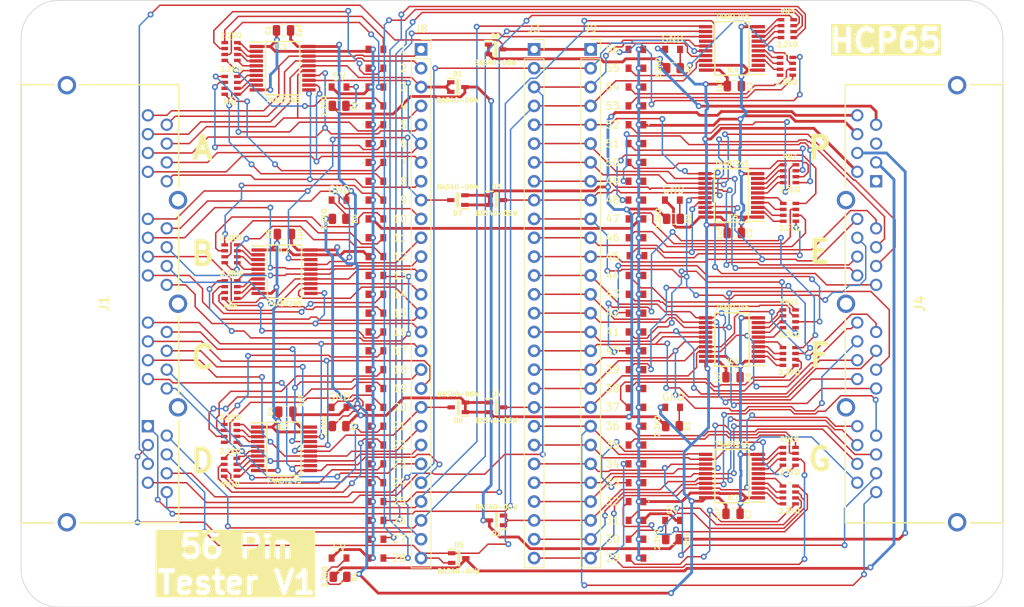
<source format=kicad_pcb>
(kicad_pcb (version 20241229) (generator "pcbnew") (generator_version "9.0")
  (title_block (title "HCP65 56pin Component Tester") (date "2025-08-17") (rev "V1"))
  (layers (0 "F.Cu" signal) (2 "B.Cu" signal) (5 "F.SilkS" user "F.Silkscreen") (7 "B.SilkS" user "B.Silkscreen") (1 "F.Mask" user) (3 "B.Mask" user) (25 "Edge.Cuts" user))
  (net 0 "")
  (net 1 "/5V_{1}")
  (net 2 "/12V")
  (net 3 "/GND_{4}")
  (net 4 "/GND_{1}")
  (net 5 "/IO33")
  (net 6 "/IO30")
  (net 7 "/IO29")
  (net 8 "/IO23")
  (net 9 "/IO21")
  (net 10 "/IO25")
  (net 11 "/IO27")
  (net 12 "/IO39")
  (net 13 "/IO32")
  (net 16 "/IO6")
  (net 17 "/IO12")
  (net 19 "/IO10")
  (net 21 "/IO19")
  (net 22 "/IO15")
  (net 23 "/IO18")
  (net 24 "/IO16")
  (net 25 "/IO17")
  (net 26 "/IO14")
  (net 27 "/IO7")
  (net 28 "/IO1")
  (net 35 "Net-(LED1-Pad2)")
  (net 36 "/IO2")
  (net 37 "/IO13")
  (net 38 "/IO5")
  (net 39 "/IO31")
  (net 40 "/IO22")
  (net 41 "/IO4")
  (net 42 "/IO3")
  (net 43 "/IO9")
  (net 44 "/IO24")
  (net 45 "/IO8")
  (net 46 "/IO26")
  (net 47 "/IO11")
  (net 48 "/IO20")
  (net 49 "/IO0")
  (net 50 "/IO28")
  (net 51 "/GND_{2}")
  (net 52 "/5V_{3}")
  (net 53 "/5V_{2}")
  (net 54 "/GND_{3}")
  (net 55 "/IO34")
  (net 56 "/IO35")
  (net 57 "/IO36")
  (net 58 "/IO37")
  (net 59 "/IO38")
  (net 60 "Net-(LED2-Pad2)")
  (net 61 "Net-(IC1-A4)")
  (net 62 "Net-(IC1-A0)")
  (net 63 "Net-(IC1-A2)")
  (net 64 "Net-(IC1-A1)")
  (net 65 "Net-(IC1-A7)")
  (net 66 "Net-(IC1-A5)")
  (net 67 "Net-(IC1-A3)")
  (net 68 "Net-(IC1-A6)")
  (net 69 "Net-(IC2-A1)")
  (net 70 "Net-(IC2-A6)")
  (net 71 "Net-(IC2-A5)")
  (net 72 "Net-(IC2-A4)")
  (net 73 "Net-(IC2-A2)")
  (net 74 "Net-(IC2-A3)")
  (net 75 "Net-(IC2-A7)")
  (net 76 "Net-(IC2-A0)")
  (net 77 "Net-(IC3-A7)")
  (net 78 "Net-(IC3-A0)")
  (net 79 "Net-(IC3-A4)")
  (net 80 "Net-(IC3-A1)")
  (net 81 "Net-(IC3-A2)")
  (net 82 "Net-(IC3-A3)")
  (net 83 "Net-(IC3-A5)")
  (net 84 "Net-(IC3-A6)")
  (net 85 "Net-(IC4-A1)")
  (net 86 "Net-(IC4-A6)")
  (net 87 "Net-(IC4-A4)")
  (net 88 "Net-(IC4-A5)")
  (net 89 "Net-(IC4-A2)")
  (net 90 "Net-(IC4-A7)")
  (net 91 "Net-(IC4-A0)")
  (net 92 "Net-(IC4-A3)")
  (net 93 "Net-(IC5-A2)")
  (net 94 "Net-(IC5-A3)")
  (net 95 "Net-(IC5-A0)")
  (net 96 "Net-(IC5-A4)")
  (net 97 "Net-(IC5-A5)")
  (net 98 "Net-(IC5-A6)")
  (net 99 "Net-(IC5-A7)")
  (net 100 "Net-(IC5-A1)")
  (net 101 "Net-(LED3-Pad1)")
  (net 102 "Net-(LED4-Pad1)")
  (net 103 "Net-(LED5-Pad2)")
  (net 104 "Net-(LED6-Pad1)")
  (net 105 "Net-(LED7-Pad1)")
  (net 106 "Net-(LED8-Pad1)")
  (net 107 "/S6")
  (net 108 "/S5")
  (net 109 "/S4")
  (net 110 "/S3")
  (net 111 "/S2")
  (net 112 "/S1")
  (net 113 "/S0")
  (net 114 "/S15")
  (net 115 "/S14")
  (net 116 "/S13")
  (net 117 "/S12")
  (net 118 "/S11")
  (net 119 "/S10")
  (net 120 "/S9")
  (net 121 "/S8")
  (net 122 "/S23")
  (net 123 "/S22")
  (net 124 "/S21")
  (net 125 "/S20")
  (net 126 "/S19")
  (net 127 "/S18")
  (net 128 "/S17")
  (net 129 "/S16")
  (net 130 "/S31")
  (net 131 "/S30")
  (net 132 "/S29")
  (net 133 "/S28")
  (net 134 "/S27")
  (net 135 "/S26")
  (net 136 "/S25")
  (net 137 "/S24")
  (net 138 "/S39")
  (net 139 "/S38")
  (net 140 "/S37")
  (net 141 "/S36")
  (net 142 "/S35")
  (net 143 "/S34")
  (net 144 "/S33")
  (net 145 "/S32")
  (net 146 "/S7")
  (net 147 "/IO53")
  (net 148 "/IO47")
  (net 149 "Net-(IC6-A6)")
  (net 150 "/IO46")
  (net 151 "Net-(IC6-A4)")
  (net 152 "Net-(IC6-A2)")
  (net 153 "/IO40")
  (net 154 "/IO41")
  (net 155 "Net-(IC6-A7)")
  (net 156 "Net-(IC6-A0)")
  (net 157 "/IO43")
  (net 158 "Net-(IC6-A5)")
  (net 159 "/IO44")
  (net 160 "/IO45")
  (net 161 "Net-(IC6-A1)")
  (net 162 "/IO42")
  (net 163 "Net-(IC6-A3)")
  (net 164 "/IO49")
  (net 165 "/IO50")
  (net 166 "Net-(IC7-A7)")
  (net 167 "/IO55")
  (net 168 "Net-(IC7-A1)")
  (net 169 "/IO51")
  (net 170 "Net-(IC7-A0)")
  (net 171 "Net-(IC7-A6)")
  (net 172 "Net-(IC7-A2)")
  (net 173 "Net-(IC7-A5)")
  (net 174 "Net-(IC7-A4)")
  (net 175 "/IO52")
  (net 176 "/IO54")
  (net 177 "/IO48")
  (net 178 "Net-(IC7-A3)")
  (net 179 "/S47")
  (net 180 "/S46")
  (net 181 "/S45")
  (net 182 "/S44")
  (net 183 "/S43")
  (net 184 "/S42")
  (net 185 "/S41")
  (net 186 "/S40")
  (net 187 "/S55")
  (net 188 "/S54")
  (net 189 "/S53")
  (net 190 "/S52")
  (net 191 "/S51")
  (net 192 "/S50")
  (net 193 "/S49")
  (net 194 "/S48")
  (footprint "SamacSys_Parts:150224VS73100A" (layer "F.Cu") (at 66.802 39.37 -90)
    (property "Reference" "LED56" (hide yes))
    (property "Value" "150224VS73100A" (hide yes))
  )
  (footprint "SamacSys_Parts:150224VS73100A" (layer "F.Cu") (at 66.786 -8.89 -90)
    (property "Reference" "LED36" (hide yes))
    (property "Value" "150224VS73100A" (hide yes))
  )
  (footprint "SamacSys_Parts:150224SS73100A" (layer "F.Cu") (at 71.7365 39.37 -90)
    (property "Reference" "LED4" (hide yes))
    (property "Value" "150224SS73100" (hide yes))
  )
  (footprint "SamacSys_Parts:150224VS73100A" (layer "F.Cu") (at 66.786 -1.27 -90)
    (property "Reference" "LED39" (hide yes))
    (property "Value" "150224VS73100A" (hide yes))
  )
  (footprint "SamacSys_Parts:150224VS73100A" (layer "F.Cu") (at 29.734 46.99 90)
    (property "Reference" "LED25" (hide yes))
    (property "Value" "150224VS73100A" (hide yes))
  )
  (footprint "SamacSys_Parts:150224VS73100A" (layer "F.Cu") (at 29.734 36.83 90)
    (property "Reference" "LED29" (hide yes))
    (property "Value" "150224VS73100A" (hide yes))
  )
  (footprint "SamacSys_Parts:150224VS73100A" (layer "F.Cu") (at 29.734 21.59 90)
    (property "Reference" "LED19" (hide yes))
    (property "Value" "150224VS73100A" (hide yes))
  )
  (footprint "SamacSys_Parts:R_0805" (layer "F.Cu") (at 25.781 -1.27 -90)
    (property "Reference" "R1")
    (property "Value" "2.2KΩ")
  )
  (footprint "SamacSys_Parts:150224VS73100A" (layer "F.Cu") (at 66.802 44.45 -90)
    (property "Reference" "LED58" (hide yes))
    (property "Value" "150224VS73100A" (hide yes))
  )
  (footprint "SamacSys_Parts:150224VS73100A" (layer "F.Cu") (at 29.734 -1.27 90)
    (property "Reference" "LED12" (hide yes))
    (property "Value" "150224VS73100A" (hide yes))
  )
  (footprint "SamacSys_Parts:R_0805" (layer "F.Cu") (at 70.723 57.15 -90)
    (property "Reference" "R11")
    (property "Value" "2.2KΩ")
  )
  (footprint "SamacSys_Parts:150224VS73100A" (layer "F.Cu") (at 29.734 -6.35 90)
    (property "Reference" "LED14" (hide yes))
    (property "Value" "150224VS73100A" (hide yes))
  )
  (footprint "SamacSys_Parts:150224SS73100A" (layer "F.Cu") (at 24.7675 59.69 90)
    (property "Reference" "LED5" (hide yes))
    (property "Value" "150224SS73100" (hide yes))
  )
  (footprint "SamacSys_Parts:150224VS73100A" (layer "F.Cu") (at 66.802 16.51 -90)
    (property "Reference" "LED46" (hide yes))
    (property "Value" "150224VS73100A" (hide yes))
  )
  (footprint "SamacSys_Parts:150224VS73100A" (layer "F.Cu") (at 29.734 19.05 90)
    (property "Reference" "LED20" (hide yes))
    (property "Value" "150224VS73100A" (hide yes))
  )
  (footprint "SamacSys_Parts:150224SS73100A" (layer "F.Cu") (at 24.7675 -3.81 90)
    (property "Reference" "LED1" (hide yes))
    (property "Value" "150224SS73100" (hide yes))
  )
  (footprint "SamacSys_Parts:SOP65P780X200-20N" (layer "F.Cu") (at 78.74 -9.017 180)
    (property "Reference" "IC4")
    (property "Value" "SN74ABT245BDBR" (hide yes))
  )
  (footprint "SamacSys_Parts:150224VS73100A" (layer "F.Cu") (at 29.734 34.29 90)
    (property "Reference" "LED30" (hide yes))
    (property "Value" "150224VS73100A" (hide yes))
  )
  (footprint "SamacSys_Parts:SOP65P780X200-20N" (layer "F.Cu") (at 78.74 30.226 180)
    (property "Reference" "IC6")
    (property "Value" "SN74ABT245BDBR" (hide yes))
  )
  (footprint "SamacSys_Parts:150224VS73100A" (layer "F.Cu") (at 66.802 36.83 -90)
    (property "Reference" "LED55" (hide yes))
    (property "Value" "150224VS73100A" (hide yes))
  )
  (footprint "SamacSys_Parts:CAY16-J4" (layer "F.Cu") (at 11.182 -4.0358)
    (property "Reference" "RN1")
    (property "Value" "CAY16-222F4LF" (hide yes))
  )
  (footprint "SamacSys_Parts:150224VS73100A" (layer "F.Cu") (at 66.802 41.91 -90)
    (property "Reference" "LED57" (hide yes))
    (property "Value" "150224VS73100A" (hide yes))
  )
  (footprint "SamacSys_Parts:150224VS73100A" (layer "F.Cu") (at 29.734 41.91 90)
    (property "Reference" "LED27" (hide yes))
    (property "Value" "150224VS73100A" (hide yes))
  )
  (footprint "SamacSys_Parts:SOT65P210X110-3N" (layer "F.Cu") (at 41.91 59.69)
    (property "Reference" "D5")
    (property "Value" "BAS40-06W,115" (hide yes))
  )
  (footprint "SamacSys_Parts:150224VS73100A" (layer "F.Cu") (at 29.734 13.97 90)
    (property "Reference" "LED22" (hide yes))
    (property "Value" "150224VS73100A" (hide yes))
  )
  (footprint "SamacSys_Parts:150224VS73100A" (layer "F.Cu") (at 66.802 57.15 -90)
    (property "Reference" "LED63" (hide yes))
    (property "Value" "150224VS73100A" (hide yes))
  )
  (footprint "SamacSys_Parts:150224VS73100A" (layer "F.Cu") (at 29.734 6.35 90)
    (property "Reference" "LED9" (hide yes))
    (property "Value" "150224VS73100A" (hide yes))
  )
  (footprint "SamacSys_Parts:R_0805" (layer "F.Cu") (at 25.781 41.91 -90)
    (property "Reference" "R7")
    (property "Value" "2.2KΩ")
  )
  (footprint "SamacSys_Parts:150224SS73100A" (layer "F.Cu") (at 24.7675 39.37 90)
    (property "Reference" "LED8" (hide yes))
    (property "Value" "150224SS73100" (hide yes))
  )
  (footprint "SamacSys_Parts:150224VS73100A" (layer "F.Cu") (at 29.75 57.15 90)
    (property "Reference" "LED34" (hide yes))
    (property "Value" "150224VS73100A" (hide yes))
  )
  (footprint "SamacSys_Parts:CAY16-J4" (layer "F.Cu") (at 86.233 -11.684 180)
    (property "Reference" "RN3")
    (property "Value" "CAY16-222F4LF" (hide yes))
  )
  (footprint "SamacSys_Parts:CAY16-J4" (layer "F.Cu") (at 86.487 32.512 180)
    (property "Reference" "RN12" (hide yes))
    (property "Value" "CAY16-222F4LF" (hide yes))
  )
  (footprint "SamacSys_Parts:150224VS73100A" (layer "F.Cu") (at 29.734 44.45 90)
    (property "Reference" "LED26" (hide yes))
    (property "Value" "150224VS73100A" (hide yes))
  )
  (footprint "SamacSys_Parts:150224VS73100A" (layer "F.Cu") (at 29.734 -3.81 90)
    (property "Reference" "LED13" (hide yes))
    (property "Value" "150224VS73100A" (hide yes))
  )
  (footprint "SamacSys_Parts:150224VS73100A" (layer "F.Cu") (at 66.802 52.07 -90)
    (property "Reference" "LED61" (hide yes))
    (property "Value" "150224VS73100A" (hide yes))
  )
  (footprint "SamacSys_Parts:150224VS73100A" (layer "F.Cu") (at 29.734 16.51 90)
    (property "Reference" "LED21" (hide yes))
    (property "Value" "150224VS73100A" (hide yes))
  )
  (footprint "SamacSys_Parts:150224VS73100A" (layer "F.Cu") (at 29.734 -8.89 90)
    (property "Reference" "LED15" (hide yes))
    (property "Value" "150224VS73100A" (hide yes))
  )
  (footprint "SamacSys_Parts:150224VS73100A" (layer "F.Cu") (at 66.802 8.89 -90)
    (property "Reference" "LED43" (hide yes))
    (property "Value" "150224VS73100A" (hide yes))
  )
  (footprint "SamacSys_Parts:C_0805" (layer "F.Cu") (at 18.609 39.964 90)
    (property "Reference" "C4")
    (property "Value" "1μF")
  )
  (footprint "SamacSys_Parts:150224VS73100A" (layer "F.Cu") (at 29.734 29.21 90)
    (property "Reference" "LED16" (hide yes))
    (property "Value" "150224VS73100A" (hide yes))
  )
  (footprint "SamacSys_Parts:SOP65P780X200-20N" (layer "F.Cu") (at 78.74 48.641 180)
    (property "Reference" "IC7")
    (property "Value" "SN74ABT245BDBR" (hide yes))
  )
  (footprint "SamacSys_Parts:150224SS73100A" (layer "F.Cu") (at 71.707 11.43 -90)
    (property "Reference" "LED3" (hide yes))
    (property "Value" "150224SS73100" (hide yes))
  )
  (footprint "SamacSys_Parts:C_0805" (layer "F.Cu") (at 79.044 -3.937 -90)
    (property "Reference" "C2")
    (property "Value" "1μF")
  )
  (footprint "SamacSys_Parts:SOT65P210X110-3N" (layer "F.Cu") (at 41.783 -3.81)
    (property "Reference" "D1")
    (property "Value" "BAS40-06W,115" (hide yes))
  )
  (footprint "SamacSys_Parts:CAY16-J4" (layer "F.Cu") (at 11.176 18.669)
    (property "Reference" "RN6" (hide yes))
    (property "Value" "CAY16-222F4LF" (hide yes))
  )
  (footprint "SamacSys_Parts:CAY16-J4" (layer "F.Cu") (at 86.487 51.181 180)
    (property "Reference" "RN14" (hide yes))
    (property "Value" "CAY16-222F4LF" (hide yes))
  )
  (footprint "SamacSys_Parts:SOP65P780X200-20N" (layer "F.Cu") (at 18.161 -6.35)
    (property "Reference" "IC1")
    (property "Value" "SN74ABT245BDBR" (hide yes))
  )
  (footprint "SamacSys_Parts:C_0805" (layer "F.Cu") (at 18.415 16.002 90)
    (property "Reference" "C5")
    (property "Value" "1μF")
  )
  (footprint "SamacSys_Parts:SOP65P780X200-20N" (layer "F.Cu") (at 18.349 44.958)
    (property "Reference" "IC3")
    (property "Value" "SN74ABT245BDBR" (hide yes))
  )
  (footprint "SamacSys_Parts:150224SS73100A" (layer "F.Cu") (at 71.7365 -8.89 -90)
    (property "Reference" "LED6" (hide yes))
    (property "Value" "150224SS73100" (hide yes))
  )
  (footprint "SamacSys_Parts:CAY16-J4" (layer "F.Cu") (at 11.11 42.885)
    (property "Reference" "RN9" (hide yes))
    (property "Value" "CAY16-222F4LF" (hide yes))
  )
  (footprint "SamacSys_Parts:150224VS73100A" (layer "F.Cu") (at 29.734 26.67 90)
    (property "Reference" "LED17" (hide yes))
    (property "Value" "150224VS73100A" (hide yes))
  )
  (footprint "SamacSys_Parts:150224VS73100A" (layer "F.Cu") (at 29.734 24.13 90)
    (property "Reference" "LED18" (hide yes))
    (property "Value" "150224VS73100A" (hide yes))
  )
  (footprint "SamacSys_Parts:C_0805" (layer "F.Cu") (at 78.867 53.721 -90)
    (property "Reference" "C7")
    (property "Value" "1μF")
  )
  (footprint "SamacSys_Parts:C_0805" (layer "F.Cu") (at 18.3 -11.445 90)
    (property "Reference" "C1")
    (property "Value" "1μF")
  )
  (footprint "SamacSys_Parts:63391672" (layer "F.Cu") (at 0 41.91 -90)
    (property "Reference" "J1")
    (property "Value" "6339167-2" (hide yes))
  )
  (footprint "SamacSys_Parts:150224VS73100A" (layer "F.Cu") (at 66.802 -6.35 -90)
    (property "Reference" "LED37" (hide yes))
    (property "Value" "150224VS73100A" (hide yes))
  )
  (footprint "SamacSys_Parts:150224VS73100A" (layer "F.Cu") (at 66.802 54.61 -90)
    (property "Reference" "LED62" (hide yes))
    (property "Value" "150224VS73100A" (hide yes))
  )
  (footprint "SamacSys_Parts:150224VS73100A" (layer "F.Cu") (at 29.734 31.75 90)
    (property "Reference" "LED31" (hide yes))
    (property "Value" "150224VS73100A" (hide yes))
  )
  (footprint "SamacSys_Parts:CAY16-J4" (layer "F.Cu") (at 11.182 -8.6028)
    (property "Reference" "RN2" (hide yes))
    (property "Value" "CAY16-222F4LF" (hide yes))
  )
  (footprint "SamacSys_Parts:150224VS73100A" (layer "F.Cu") (at 66.802 6.35 -90)
    (property "Reference" "LED42" (hide yes))
    (property "Value" "150224VS73100A" (hide yes))
  )
  (footprint "SamacSys_Parts:150224VS73100A" (layer "F.Cu") (at 66.802 49.53 -90)
    (property "Reference" "LED60" (hide yes))
    (property "Value" "150224VS73100A" (hide yes))
  )
  (footprint "SamacSys_Parts:SOT65P210X110-3N" (layer "F.Cu") (at 41.844 39.37 180)
    (property "Reference" "D8")
    (property "Value" "BAS40-06W,115" (hide yes))
  )
  (footprint "SamacSys_Parts:150224VS73100A" (layer "F.Cu") (at 66.786 11.43 -90)
    (property "Reference" "LED44" (hide yes))
    (property "Value" "150224VS73100A" (hide yes))
  )
  (footprint "SamacSys_Parts:R_0805" (layer "F.Cu") (at 25.908 62.23 -90)
    (property "Reference" "R4")
    (property "Value" "2.2KΩ")
  )
  (footprint "SamacSys_Parts:C_0805" (layer "F.Cu") (at 79.039 15.875 -90)
    (property "Reference" "C3")
    (property "Value" "1μF")
  )
  (footprint "Connector_PinSocket_2.54mm:PinSocket_1x28_P2.54mm_Vertical" (layer "F.Cu") (at 36.83 -8.89)
    (property "Reference" "J8")
    (property "Value" "Conn_01x28_Socket")
  )
  (footprint "SamacSys_Parts:SOT65P210X110-3N" (layer "F.Cu") (at 41.783 11.43 180)
    (property "Reference" "D7")
    (property "Value" "BAS40-06W,115" (hide yes))
  )
  (footprint "SamacSys_Parts:150224SS73100A" (layer "F.Cu") (at 24.7675 11.43 90)
    (property "Reference" "LED7" (hide yes))
    (property "Value" "150224SS73100" (hide yes))
  )
  (footprint "SamacSys_Parts:150224VS73100A" (layer "F.Cu") (at 29.734 11.43 90)
    (property "Reference" "LED23" (hide yes))
    (property "Value" "150224VS73100A" (hide yes))
  )
  (footprint "SamacSys_Parts:150224VS73100A" (layer "F.Cu") (at 66.802 31.75 -90)
    (property "Reference" "LED53" (hide yes))
    (property "Value" "150224VS73100A" (hide yes))
  )
  (footprint "SamacSys_Parts:150224VS73100A" (layer "F.Cu") (at 29.734 49.53 90)
    (property "Reference" "LED24" (hide yes))
    (property "Value" "150224VS73100A" (hide yes))
  )
  (footprint "SamacSys_Parts:150224VS73100A" (layer "F.Cu") (at 66.802 29.21 -90)
    (property "Reference" "LED52" (hide yes))
    (property "Value" "150224VS73100A" (hide yes))
  )
  (footprint "SamacSys_Parts:SOT65P210X110-3N" (layer "F.Cu") (at 46.863 -8.89)
    (property "Reference" "D6")
    (property "Value" "BAS40-06W,115" (hide yes))
  )
  (footprint "SamacSys_Parts:150224VS73100A" (layer "F.Cu") (at 29.75 59.69 90)
    (property "Reference" "LED35" (hide yes))
    (property "Value" "150224VS73100A" (hide yes))
  )
  (footprint "SamacSys_Parts:150224VS73100A" (layer "F.Cu") (at 29.734 3.81 90)
    (property "Reference" "LED10" (hide yes))
    (property "Value" "150224VS73100A" (hide yes))
  )
  (footprint "SamacSys_Parts:CAY16-J4" (layer "F.Cu") (at 86.106 -6.604 180)
    (property "Reference" "RN4" (hide yes))
    (property "Value" "CAY16-222F4LF" (hide yes))
  )
  (footprint "Connector_PinSocket_2.54mm:PinSocket_1x28_P2.54mm_Vertical" (layer "F.Cu") (at 52.07 -8.89)
    (property "Reference" "J3")
    (property "Value" "Conn_01x28_Socket")
  )
  (footprint "SamacSys_Parts:150224VS73100A" (layer "F.Cu") (at 66.802 46.99 -90)
    (property "Reference" "LED59" (hide yes))
    (property "Value" "150224VS73100A" (hide yes))
  )
  (footprint "SamacSys_Parts:150224VS73100A" (layer "F.Cu") (at 66.929 18.923 -90)
    (property "Reference" "LED47" (hide yes))
    (property "Value" "150224VS73100A" (hide yes))
  )
  (footprint "SamacSys_Parts:CAY16-J4" (layer "F.Cu") (at 11.11 47.457)
    (property "Reference" "RN10")
    (property "Value" "CAY16-222F4LF" (hide yes))
  )
  (footprint "SamacSys_Parts:150224VS73100A" (layer "F.Cu") (at 66.802 24.13 -90)
    (property "Reference" "LED50" (hide yes))
    (property "Value" "150224VS73100A" (hide yes))
  )
  (footprint "SamacSys_Parts:150224VS73100A" (layer "F.Cu") (at 29.75 54.61 90)
    (property "Reference" "LED33" (hide yes))
    (property "Value" "150224VS73100A" (hide yes))
  )
  (footprint "SamacSys_Parts:CAY16-J4" (layer "F.Cu") (at 11.176 23.495)
    (property "Reference" "RN5")
    (property "Value" "CAY16-222F4LF" (hide yes))
  )
  (footprint "SamacSys_Parts:150224VS73100A" (layer "F.Cu") (at 29.75 52.07 90)
    (property "Reference" "LED32" (hide yes))
    (property "Value" "150224VS73100A" (hide yes))
  )
  (footprint "SamacSys_Parts:150224VS73100A" (layer "F.Cu") (at 66.802 59.69 -90)
    (property "Reference" "LED64" (hide yes))
    (property "Value" "150224VS73100A" (hide yes))
  )
  (footprint "SamacSys_Parts:150224VS73100A" (layer "F.Cu") (at 66.802 26.67 -90)
    (property "Reference" "LED51" (hide yes))
    (property "Value" "150224VS73100A" (hide yes))
  )
  (footprint "SamacSys_Parts:SOT65P210X110-3N" (layer "F.Cu") (at 46.99 39.37)
    (property "Reference" "D4")
    (property "Value" "BAS40-06W,115" (hide yes))
  )
  (footprint "SamacSys_Parts:C_0805" (layer "F.Cu") (at 78.867 35.306 -90)
    (property "Reference" "C6")
    (property "Value" "1μF")
  )
  (footprint "SamacSys_Parts:63391672" (layer "F.Cu") (at 98.1735 8.89 90)
    (property "Reference" "J4")
    (property "Value" "6339167-2" (hide yes))
  )
  (footprint "SamacSys_Parts:SOT65P210X110-3N" (layer "F.Cu") (at 46.99 11.43)
    (property "Reference" "D3")
    (property "Value" "BAS40-06W,115" (hide yes))
  )
  (footprint "SamacSys_Parts:150224VS73100A" (layer "F.Cu") (at 66.802 34.29 -90)
    (property "Reference" "LED54" (hide yes))
    (property "Value" "150224VS73100A" (hide yes))
  )
  (footprint "Connector_PinSocket_2.54mm:PinSocket_1x28_P2.54mm_Vertical" (layer "F.Cu") (at 59.69 -8.89)
    (property "Reference" "J9")
    (property "Value" "Conn_01x28_Socket")
  )
  (footprint "SamacSys_Parts:150224VS73100A" (layer "F.Cu") (at 29.734 39.37 90)
    (property "Reference" "LED28" (hide yes))
    (property "Value" "150224VS73100A" (hide yes))
  )
  (footprint "SamacSys_Parts:CAY16-J4" (layer "F.Cu") (at 86.532 7.874 180)
    (property "Reference" "RN7")
    (property "Value" "CAY16-222F4LF" (hide yes))
  )
  (footprint "SamacSys_Parts:150224VS73100A" (layer "F.Cu") (at 29.734 1.27 90)
    (property "Reference" "LED11" (hide yes))
    (property "Value" "150224VS73100A" (hide yes))
  )
  (footprint "SamacSys_Parts:150224VS73100A" (layer "F.Cu") (at 66.802 13.97 -90)
    (property "Reference" "LED45" (hide yes))
    (property "Value" "150224VS73100A" (hide yes))
  )
  (footprint "SamacSys_Parts:150224SS73100A" (layer "F.Cu") (at 71.7365 54.61 -90)
    (property "Reference" "LED2" (hide yes))
    (property "Value" "150224SS73100" (hide yes))
  )
  (footprint "SamacSys_Parts:SOP65P780X200-20N" (layer "F.Cu") (at 78.658 10.795 180)
    (property "Reference" "IC5")
    (property "Value" "SN74ABT245BDBR" (hide yes))
  )
  (footprint "SamacSys_Parts:R_0805" (layer "F.Cu") (at 70.723 41.91 -90)
    (property "Reference" "R3")
    (property "Value" "2.2KΩ")
  )
  (footprint "SamacSys_Parts:SOP65P780X200-20N" (layer "F.Cu") (at 18.415 21.082)
    (property "Reference" "IC2")
    (property "Value" "SN74ABT245BDBR" (hide yes))
  )
  (footprint "SamacSys_Parts:CAY16-J4" (layer "F.Cu") (at 86.487 27.432 180)
    (property "Reference" "RN11")
    (property "Value" "CAY16-222F4LF" (hide yes))
  )
  (footprint "SamacSys_Parts:150224VS73100A" (layer "F.Cu") (at 66.802 -3.81 -90)
    (property "Reference" "LED38" (hide yes))
    (property "Value" "150224VS73100A" (hide yes))
  )
  (footprint "SamacSys_Parts:R_0805" (layer "F.Cu") (at 70.85 -6.35 -90)
    (property "Reference" "R5")
    (property "Value" "2.2KΩ")
  )
  (footprint "SamacSys_Parts:150224VS73100A" (layer "F.Cu") (at 66.802 21.59 -90)
    (property "Reference" "LED49" (hide yes))
    (property "Value" "150224VS73100A" (hide yes))
  )
  (footprint "SamacSys_Parts:CAY16-J4" (layer "F.Cu") (at 86.487 45.974 180)
    (property "Reference" "RN13")
    (property "Value" "CAY16-222F4LF" (hide yes))
  )
  (footprint "SamacSys_Parts:150224VS73100A" (layer "F.Cu") (at 66.802 1.27 -90)
    (property "Reference" "LED40" (hide yes))
    (property "Value" "150224VS73100A" (hide yes))
  )
  (footprint "SamacSys_Parts:CAY16-J4" (layer "F.Cu") (at 86.532 13.081 180)
    (property "Reference" "RN8" (hide yes))
    (property "Value" "CAY16-222F4LF" (hide yes))
  )
  (footprint "SamacSys_Parts:R_0805" (layer "F.Cu") (at 70.85 13.97 -90)
    (property "Reference" "R2")
    (property "Value" "2.2KΩ")
  )
  (footprint "SamacSys_Parts:150224VS73100A" (layer "F.Cu") (at 66.802 3.81 -90)
    (property "Reference" "LED41" (hide yes))
    (property "Value" "150224VS73100A" (hide yes))
  )
  (footprint "SamacSys_Parts:R_0805" (layer "F.Cu") (at 25.781 13.97 -90)
    (property "Reference" "R6")
    (property "Value" "2.2KΩ")
  )
  (footprint "SamacSys_Parts:150224VS73100A" (layer "F.Cu") (at 29.734 8.89 90)
    (property "Reference" "LED48" (hide yes))
    (property "Value" "150224VS73100A" (hide yes))
  )
  (footprint "SamacSys_Parts:SOT65P210X110-3N" (layer "F.Cu") (at 46.99 54.61 180)
    (property "Reference" "D2")
    (property "Value" "BAS40-06W,115" (hide yes))
  )
  (gr_line (start 110.183501 66.294001) (end -12.009995 66.293504) (stroke (width 0.1)) (layer "Edge.Cuts"))
  (gr_line (start 115.263501 61.214001) (end 115.26455 -10.414503) (stroke (width 0.1)) (layer "Edge.Cuts"))
  (gr_line (start -11.987614 -15.495) (end 110.184549 -15.494503) (stroke (width 0.1)) (layer "Edge.Cuts"))
  (gr_line (start -17.090002 61.213504) (end -17.09 -10.414) (stroke (width 0.1)) (layer "Edge.Cuts"))
  (gr_arc (start 115.263501 61.214) (mid 113.775604 64.806103) (end 110.183501 66.294001) (stroke (width 0.1)) (layer "Edge.Cuts"))
  (gr_arc (start -12.010002 66.293504) (mid -15.602102 64.805604) (end -17.090002 61.213504) (stroke (width 0.1)) (layer "Edge.Cuts"))
  (gr_arc (start -17.09 -10.414) (mid -15.594243 -14.014379) (end -11.987614 -15.495) (stroke (width 0.1)) (layer "Edge.Cuts"))
  (gr_arc (start 110.184549 -15.494503) (mid 113.776652 -14.006606) (end 115.26455 -10.414503) (stroke (width 0.1)) (layer "Edge.Cuts"))
  (gr_text "5V" (at 25.781 58.293 0) (layer "F.SilkS") (effects (font (size 1 1))))
  (gr_text "53" (at 61.595 -1.27 0) (layer "F.SilkS") (effects (font (size 1 1)) (justify left)))
  (gr_text "11" (at 35.052 16.51 0) (layer "F.SilkS") (effects (font (size 1 1)) (justify right)))
  (gr_text "GND" (at 25.781 10.033 0) (layer "F.SilkS") (effects (font (size 1 1))))
  (gr_text "F" (at 90.551 32.385 0) (layer "F.SilkS") (effects (font (size 3 3) (thickness 0.6) (bold yes))))
  (gr_text "40" (at 61.595 31.75 0) (layer "F.SilkS") (effects (font (size 1 1)) (justify left)))
  (gr_text "48" (at 61.595 11.43 0) (layer "F.SilkS") (effects (font (size 1 1)) (justify left)))
  (gr_text "12" (at 35.052 19.05 0) (layer "F.SilkS") (effects (font (size 1 1)) (justify right)))
  (gr_text "22" (at 34.925 44.45 0) (layer "F.SilkS") (effects (font (size 1 1)) (justify right)))
  (gr_text "E" (at 90.551 18.415 0) (layer "F.SilkS") (effects (font (size 3 3) (thickness 0.6) (bold yes))))
  (gr_text "B" (at 7.366 18.658329 0) (layer "F.SilkS") (effects (font (size 3 3) (thickness 0.6) (bold yes))))
  (gr_text "GND" (at 70.723 -10.287 0) (layer "F.SilkS") (effects (font (size 1 1))))
  (gr_text "41" (at 61.595 29.21 0) (layer "F.SilkS") (effects (font (size 1 1)) (justify left)))
  (gr_text "5V" (at 25.781 -5.207 0) (layer "F.SilkS") (effects (font (size 1 1))))
  (gr_text "49" (at 61.595 8.89 0) (layer "F.SilkS") (effects (font (size 1 1)) (justify left)))
  (gr_text "6" (at 35.052 3.81 0) (layer "F.SilkS") (effects (font (size 1 1)) (justify right)))
  (gr_text "1" (at 35.052 -8.89 0) (layer "F.SilkS") (effects (font (size 1 1)) (justify right)))
  (gr_text "17" (at 35.052 31.75 0) (layer "F.SilkS") (effects (font (size 1 1)) (justify right)))
  (gr_text "29" (at 61.595 59.69 0) (layer "F.SilkS") (effects (font (size 1 1)) (justify left)))
  (gr_text "8" (at 35.052 8.89 0) (layer "F.SilkS") (effects (font (size 1 1)) (justify right)))
  (gr_text "55" (at 61.595 -6.35 0) (layer "F.SilkS") (effects (font (size 1 1)) (justify left)))
  (gr_text "2" (at 35.052 -6.35 0) (layer "F.SilkS") (effects (font (size 1 1)) (justify right)))
  (gr_text "24" (at 34.925 49.53 0) (layer "F.SilkS") (effects (font (size 1 1)) (justify right)))
  (gr_text "56" (at 61.595 -8.89 0) (layer "F.SilkS") (effects (font (size 1 1)) (justify left)))
  (gr_text "P" (at 90.551 4.445 0) (layer "F.SilkS") (effects (font (size 3 3) (thickness 0.6) (bold yes))))
  (gr_text "19" (at 35.052 36.83 0) (layer "F.SilkS") (effects (font (size 1 1)) (justify right)))
  (gr_text "45" (at 61.595 19.05 0) (layer "F.SilkS") (effects (font (size 1 1)) (justify left)))
  (gr_text "D" (at 7.366 46.598329 0) (layer "F.SilkS") (effects (font (size 3 3) (thickness 0.6) (bold yes))))
  (gr_text "16" (at 35.052 29.21 0) (layer "F.SilkS") (effects (font (size 1 1)) (justify right)))
  (gr_text "26" (at 34.925 54.61 0) (layer "F.SilkS") (effects (font (size 1 1)) (justify right)))
  (gr_text "42" (at 61.595 26.67 0) (layer "F.SilkS") (effects (font (size 1 1)) (justify left)))
  (gr_text "47" (at 61.595 13.97 0) (layer "F.SilkS") (effects (font (size 1 1)) (justify left)))
  (gr_text "13" (at 35.052 21.59 0) (layer "F.SilkS") (effects (font (size 1 1)) (justify right)))
  (gr_text "43" (at 61.595 24.13 0) (layer "F.SilkS") (effects (font (size 1 1)) (justify left)))
  (gr_text "7" (at 35.052 6.35 0) (layer "F.SilkS") (effects (font (size 1 1)) (justify right)))
  (gr_text "32" (at 61.595 52.07 0) (layer "F.SilkS") (effects (font (size 1 1)) (justify left)))
  (gr_text "5V" (at 70.723 53.213 0) (layer "F.SilkS") (effects (font (size 1 1))))
  (gr_text "21" (at 34.925 41.91 0) (layer "F.SilkS") (effects (font (size 1 1)) (justify right)))
  (gr_text "46" (at 61.595 16.51 0) (layer "F.SilkS") (effects (font (size 1 1)) (justify left)))
  (gr_text "31" (at 61.595 54.61 0) (layer "F.SilkS") (effects (font (size 1 1)) (justify left)))
  (gr_text "44" (at 61.595 21.59 0) (layer "F.SilkS") (effects (font (size 1 1)) (justify left)))
  (gr_text "GND" (at 25.781 37.973 0) (layer "F.SilkS") (effects (font (size 1 1))))
  (gr_text "14" (at 35.052 24.13 0) (layer "F.SilkS") (effects (font (size 1 1)) (justify right)))
  (gr_text "33" (at 61.595 49.53 0) (layer "F.SilkS") (effects (font (size 1 1)) (justify left)))
  (gr_text "A" (at 7.366 4.445 0) (layer "F.SilkS") (effects (font (size 3 3) (thickness 0.6) (bold yes))))
  (gr_text "23" (at 34.925 46.99 0) (layer "F.SilkS") (effects (font (size 1 1)) (justify right)))
  (gr_text "10" (at 35.052 13.97 0) (layer "F.SilkS") (effects (font (size 1 1)) (justify right)))
  (gr_text "56 Pin\nTester V1" (at 11.938 60.579 0) (layer "F.SilkS" knockout) (effects (font (size 3 3) (thickness 0.6) (bold yes))))
  (gr_text "37" (at 61.595 39.37 0) (layer "F.SilkS") (effects (font (size 1 1)) (justify left)))
  (gr_text "G" (at 90.551 46.355 0) (layer "F.SilkS") (effects (font (size 3 3) (thickness 0.6) (bold yes))))
  (gr_text "27" (at 34.925 57.15 0) (layer "F.SilkS") (effects (font (size 1 1)) (justify right)))
  (gr_text "4" (at 35.052 -1.27 0) (layer "F.SilkS") (effects (font (size 1 1)) (justify right)))
  (gr_text "36" (at 61.595 41.91 0) (layer "F.SilkS") (effects (font (size 1 1)) (justify left)))
  (gr_text "20" (at 35.052 39.37 0) (layer "F.SilkS") (effects (font (size 1 1)) (justify right)))
  (gr_text "5" (at 35.052 1.27 0) (layer "F.SilkS") (effects (font (size 1 1)) (justify right)))
  (gr_text "18" (at 35.052 34.29 0) (layer "F.SilkS") (effects (font (size 1 1)) (justify right)))
  (gr_text "35" (at 61.595 44.45 0) (layer "F.SilkS") (effects (font (size 1 1)) (justify left)))
  (gr_text "28" (at 34.925 59.69 0) (layer "F.SilkS") (effects (font (size 1 1)) (justify right)))
  (gr_text "50" (at 61.595 6.35 0) (layer "F.SilkS") (effects (font (size 1 1)) (justify left)))
  (gr_text "54" (at 61.595 -3.81 0) (layer "F.SilkS") (effects (font (size 1 1)) (justify left)))
  (gr_text "30" (at 61.595 57.15 0) (layer "F.SilkS") (effects (font (size 1 1)) (justify left)))
  (gr_text "GND" (at 70.85 10.033 0) (layer "F.SilkS") (effects (font (size 1 1))))
  (gr_text "52" (at 61.595 1.27 0) (layer "F.SilkS") (effects (font (size 1 1)) (justify left)))
  (gr_text "C" (at 7.366 32.628329 0) (layer "F.SilkS") (effects (font (size 3 3) (thickness 0.6) (bold yes))))
  (gr_text "25" (at 34.925 52.07 0) (layer "F.SilkS") (effects (font (size 1 1)) (justify right)))
  (gr_text "HCP65" (at 99.441 -10.033 0) (layer "F.SilkS" knockout) (effects (font (size 3 3) (thickness 0.6) (bold yes))))
  (gr_text "9" (at 35.052 11.43 0) (layer "F.SilkS") (effects (font (size 1 1)) (justify right)))
  (gr_text "51" (at 61.595 3.81 0) (layer "F.SilkS") (effects (font (size 1 1)) (justify left)))
  (gr_text "GND" (at 70.85 37.973 0) (layer "F.SilkS") (effects (font (size 1 1))))
  (gr_text "15" (at 35.052 26.67 0) (layer "F.SilkS") (effects (font (size 1 1)) (justify right)))
  (gr_text "34" (at 61.595 46.99 0) (layer "F.SilkS") (effects (font (size 1 1)) (justify left)))
  (gr_text "39" (at 61.595 34.29 0) (layer "F.SilkS") (effects (font (size 1 1)) (justify left)))
  (gr_text "3" (at 35.052 -3.81 0) (layer "F.SilkS") (effects (font (size 1 1)) (justify right)))
  (gr_text "38" (at 61.595 36.83 0) (layer "F.SilkS") (effects (font (size 1 1)) (justify left)))
  (segment (start 46.04 55.438) (end 46.04 54.61) (width 0.38) (layer "F.Cu") (net 1))
  (segment (start 24.8685 -1.28) (end 25.98 -0.1685) (width 0.38) (layer "F.Cu") (net 1))
  (segment (start 25.98 -0.1685) (end 33.0615 -0.1685) (width 0.38) (layer "F.Cu") (net 1))
  (segment (start 51.5179 58.42) (end 49.9498 56.8519) (width 0.38) (layer "F.Cu") (net 1))
  (segment (start 42.171 -2.486) (end 42.733 -3.048) (width 0.38) (layer "F.Cu") (net 1))
  (segment (start 49.9498 56.8519) (end 47.4539 56.8519) (width 0.38) (layer "F.Cu") (net 1))
  (segment (start 44.3981 -3.81) (end 46.2768 -1.9313) (width 0.38) (layer "F.Cu") (net 1))
  (segment (start 71.6355 57.14) (end 101.271 57.14) (width 0.38) (layer "F.Cu") (net 1))
  (segment (start 42.733 -3.81) (end 44.3981 -3.81) (width 0.38) (layer "F.Cu") (net 1))
  (segment (start 47.4539 56.8519) (end 46.04 55.438) (width 0.38) (layer "F.Cu") (net 1))
  (segment (start 71.6355 57.14) (end 70.3555 58.42) (width 0.38) (layer "F.Cu") (net 1))
  (segment (start 33.0615 -0.1685) (end 35.433 -2.54) (width 0.38) (layer "F.Cu") (net 1))
  (segment (start 38.8231 -2.486) (end 42.171 -2.486) (width 0.38) (layer "F.Cu") (net 1))
  (segment (start 46.04 54.61) (end 45.212 54.61) (width 0.38) (layer "F.Cu") (net 1))
  (segment (start 70.3555 58.42) (end 51.5179 58.42) (width 0.38) (layer "F.Cu") (net 1))
  (segment (start 101.271 57.14) (end 102.102 56.3086) (width 0.38) (layer "F.Cu") (net 1))
  (segment (start 35.433 -2.54) (end 38.7691 -2.54) (width 0.38) (layer "F.Cu") (net 1))
  (segment (start 38.7691 -2.54) (end 38.8231 -2.486) (width 0.38) (layer "F.Cu") (net 1))
  (segment (start 42.733 -3.048) (end 42.733 -3.81) (width 0.38) (layer "F.Cu") (net 1))
  (via (at 45.212 54.61) (size 0.8) (drill 0.4) (layers "F.Cu" "B.Cu") (net 1))
  (via (at 102.102 56.3086) (size 0.8) (drill 0.4) (layers "F.Cu" "B.Cu") (net 1))
  (via (at 46.2768 -1.9313) (size 0.8) (drill 0.4) (layers "F.Cu" "B.Cu") (net 1))
  (segment (start 99.568 5.08) (end 102.102 7.614) (width 0.38) (layer "B.Cu") (net 1))
  (segment (start 95.6335 5.08) (end 99.568 5.08) (width 0.38) (layer "B.Cu") (net 1))
  (segment (start 46.2768 -1.9313) (end 46.2768 49.8622) (width 0.38) (layer "B.Cu") (net 1))
  (segment (start 102.102 7.614) (end 102.102 56.3086) (width 0.38) (layer "B.Cu") (net 1))
  (segment (start 45.212 50.927) (end 45.212 54.61) (width 0.38) (layer "B.Cu") (net 1))
  (segment (start 46.2768 49.8622) (end 45.212 50.927) (width 0.38) (layer "B.Cu") (net 1))
  (segment (start 46.04 40.02) (end 42.794 40.02) (width 0.38) (layer "F.Cu") (net 4))
  (segment (start 68.5489 40.6384) (end 64.8695 40.6384) (width 0.38) (layer "F.Cu") (net 4))
  (segment (start 68.6134 12.6359) (end 69.9375 13.96) (width 0.38) (layer "F.Cu") (net 4))
  (segment (start 42.174 38.1) (end 34.4802 38.1) (width 0.38) (layer "F.Cu") (net 4))
  (segment (start 64.5424 12.7) (end 64.6065 12.6359) (width 0.38) (layer "F.Cu") (net 4))
  (segment (start 60.7306 9.6651) (end 62.0249 9.6651) (width 0.38) (layer "F.Cu") (net 4))
  (segment (start 46.6584 40.6384) (end 46.04 40.02) (width 0.38) (layer "F.Cu") (net 4))
  (segment (start 32.1315 40.4487) (end 28.7043 40.4487) (width 0.38) (layer "F.Cu") (net 4))
  (segment (start 60.2074 10.1883) (end 60.7306 9.6651) (width 0.38) (layer "F.Cu") (net 4))
  (segment (start 62.4632 0.1829) (end 63.0244 -0.3783) (width 0.38) (layer "F.Cu") (net 4))
  (segment (start 28.1448 40.4487) (end 26.6935 41.9) (width 0.38) (layer "F.Cu") (net 4))
  (segment (start 46.6317 10.1883) (end 60.2074 10.1883) (width 0.38) (layer "F.Cu") (net 4))
  (segment (start 64.6065 12.6359) (end 68.6134 12.6359) (width 0.38) (layer "F.Cu") (net 4))
  (segment (start 46.04 12.08) (end 46.04 10.78) (width 0.38) (layer "F.Cu") (net 4))
  (segment (start 34.4802 38.1) (end 32.1315 40.4487) (width 0.38) (layer "F.Cu") (net 4))
  (segment (start 86.814716 -0.508138) (end 87.322854 0) (width 0.38) (layer "F.Cu") (net 4))
  (segment (start 42.733 12.08) (end 46.04 12.08) (width 0.38) (layer "F.Cu") (net 4))
  (segment (start 77.301689 -0.508138) (end 86.814716 -0.508138) (width 0.38) (layer "F.Cu") (net 4))
  (segment (start 24.8685 13.96) (end 24.013 13.96) (width 0.38) (layer "F.Cu") (net 4))
  (segment (start 24.013 13.96) (end 24.003 13.97) (width 0.38) (layer "F.Cu") (net 4))
  (segment (start 42.794 40.02) (end 42.794 38.72) (width 0.38) (layer "F.Cu") (net 4))
  (segment (start 64.8695 40.6384) (end 46.6584 40.6384) (width 0.38) (layer "F.Cu") (net 4))
  (segment (start 46.04 10.78) (end 42.733 10.78) (width 0.38) (layer "F.Cu") (net 4))
  (segment (start 46.04 10.78) (end 46.6317 10.1883) (width 0.38) (layer "F.Cu") (net 4))
  (segment (start 69.8105 41.9) (end 68.5489 40.6384) (width 0.38) (layer "F.Cu") (net 4))
  (segment (start 46.04 38.72) (end 42.794 38.72) (width 0.38) (layer "F.Cu") (net 4))
  (segment (start 76.793551 0) (end 77.301689 -0.508138) (width 0.38) (layer "F.Cu") (net 4))
  (segment (start 42.794 38.72) (end 42.174 38.1) (width 0.38) (layer "F.Cu") (net 4))
  (segment (start 63.0244 -0.3783) (end 74.0011 -0.3783) (width 0.38) (layer "F.Cu") (net 4))
  (segment (start 87.322854 0) (end 95.6335 0) (width 0.38) (layer "F.Cu") (net 4))
  (segment (start 74.0011 -0.3783) (end 74.3794 0) (width 0.38) (layer "F.Cu") (net 4))
  (segment (start 28.7043 40.4487) (end 28.1448 40.4487) (width 0.38) (layer "F.Cu") (net 4))
  (segment (start 74.3794 0) (end 76.793551 0) (width 0.38) (layer "F.Cu") (net 4))
  (via (at 62.4632 0.1829) (size 0.8) (drill 0.4) (layers "F.Cu" "B.Cu") (net 4))
  (via (at 24.003 13.97) (size 0.8) (drill 0.4) (layers "F.Cu" "B.Cu") (net 4))
  (via (at 64.5424 12.7) (size 0.8) (drill 0.4) (layers "F.Cu" "B.Cu") (net 4))
  (via (at 62.0249 9.6651) (size 0.8) (drill 0.4) (layers "F.Cu" "B.Cu") (net 4))
  (via (at 64.8695 40.6384) (size 0.8) (drill 0.4) (layers "F.Cu" "B.Cu") (net 4))
  (via (at 28.7043 40.4487) (size 0.8) (drill 0.4) (layers "F.Cu" "B.Cu") (net 4))
  (segment (start 62.0249 0.6212) (end 62.0249 9.6651) (width 0.38) (layer "B.Cu") (net 4))
  (segment (start 62.865 12.7) (end 64.5424 12.7) (width 0.38) (layer "B.Cu") (net 4))
  (segment (start 62.0249 11.8599) (end 62.865 12.7) (width 0.38) (layer "B.Cu") (net 4))
  (segment (start 24.9051 19.059) (end 24.003 18.1569) (width 0.38) (layer "B.Cu") (net 4))
  (segment (start 24.003 18.1569) (end 24.003 13.97) (width 0.38) (layer "B.Cu") (net 4))
  (segment (start 64.8695 40.6384) (end 65.2295 40.2784) (width 0.38) (layer "B.Cu") (net 4))
  (segment (start 65.2295 13.3871) (end 64.5424 12.7) (width 0.38) (layer "B.Cu") (net 4))
  (segment (start 62.4632 0.1829) (end 62.0249 0.6212) (width 0.38) (layer "B.Cu") (net 4))
  (segment (start 28.7043 40.4487) (end 24.9051 36.6495) (width 0.38) (layer "B.Cu") (net 4))
  (segment (start 24.9051 36.6495) (end 24.9051 19.059) (width 0.38) (layer "B.Cu") (net 4))
  (segment (start 62.0249 9.6651) (end 62.0249 11.8599) (width 0.38) (layer "B.Cu") (net 4))
  (segment (start 65.2295 40.2784) (end 65.2295 13.3871) (width 0.38) (layer "B.Cu") (net 4))
  (segment (start 70.1281 7.5716) (end 63.105 7.5716) (width 0.2) (layer "F.Cu") (net 5))
  (segment (start 75.108 8.52) (end 71.0765 8.52) (width 0.2) (layer "F.Cu") (net 5))
  (segment (start 95.6335 21.59) (end 94.6245 20.581) (width 0.2) (layer "F.Cu") (net 5))
  (segment (start 52.07 3.81) (end 59.69 3.81) (width 0.2) (layer "F.Cu") (net 5))
  (segment (start 63.105 7.5716) (end 59.69 4.1566) (width 0.2) (layer "F.Cu") (net 5))
  (segment (start 71.0765 8.52) (end 70.1281 7.5716) (width 0.2) (layer "F.Cu") (net 5))
  (segment (start 94.6245 20.581) (end 79.208058 20.581) (width 0.2) (layer "F.Cu") (net 5))
  (segment (start 79.075238 8.52) (end 79.114994 8.559756) (width 0.2) (layer "F.Cu") (net 5))
  (segment (start 75.108 8.52) (end 79.075238 8.52) (width 0.2) (layer "F.Cu") (net 5))
  (via (at 79.208058 20.581) (size 0.8) (drill 0.4) (layers "F.Cu" "B.Cu") (net 5))
  (via (at 79.114994 8.559756) (size 0.8) (drill 0.4) (layers "F.Cu" "B.Cu") (net 5))
  (segment (start 78.74 20.112942) (end 78.74 10.853151) (width 0.2) (layer "B.Cu") (net 5))
  (segment (start 79.190207 8.634969) (end 79.114994 8.559756) (width 0.2) (layer "B.Cu") (net 5))
  (segment (start 78.74 10.853151) (end 79.190207 10.402944) (width 0.2) (layer "B.Cu") (net 5))
  (segment (start 79.208058 20.581) (end 78.74 20.112942) (width 0.2) (layer "B.Cu") (net 5))
  (segment (start 79.190207 10.402944) (end 79.190207 8.634969) (width 0.2) (layer "B.Cu") (net 5))
  (segment (start 0 49.53) (end 5.207 49.53) (width 0.2) (layer "F.Cu") (net 6))
  (segment (start 7.874 52.197) (end 27.5931 52.197) (width 0.2) (layer "F.Cu") (net 6))
  (segment (start 33.5409 51.2151) (end 35.6477 49.1083) (width 0.2) (layer "F.Cu") (net 6))
  (segment (start 64.0843 -9.4137) (end 63.8888 -9.2182) (width 0.2) (layer "F.Cu") (net 6))
  (segment (start 72.7357 -8.5176) (end 72.7357 -9.2654) (width 0.2) (layer "F.Cu") (net 6))
  (segment (start 75.0991 -7.9511) (end 73.3022 -7.9511) (width 0.2) (layer "F.Cu") (net 6))
  (segment (start 73.3022 -7.9511) (end 72.7357 -8.5176) (width 0.2) (layer "F.Cu") (net 6))
  (segment (start 48.0918 45.7112) (end 53.2325 45.7112) (width 0.2) (layer "F.Cu") (net 6))
  (segment (start 38.6096 48.3789) (end 45.4241 48.3789) (width 0.2) (layer "F.Cu") (net 6))
  (segment (start 27.5931 52.197) (end 28.575 51.2151) (width 0.2) (layer "F.Cu") (net 6))
  (segment (start 62.9418 -9.2182) (end 61.7466 -8.023) (width 0.2) (layer "F.Cu") (net 6))
  (segment (start 64.2635 -9.6917) (end 64.261 -9.6917) (width 0.2) (layer "F.Cu") (net 6))
  (segment (start 52.07 -3.81) (end 59.69 -3.81) (width 0.2) (layer "F.Cu") (net 6))
  (segment (start 35.6477 49.1083) (end 35.6477 49.0488) (width 0.2) (layer "F.Cu") (net 6))
  (segment (start 72.2871 -9.714) (end 64.2858 -9.714) (width 0.2) (layer "F.Cu") (net 6))
  (segment (start 36.4365 48.26) (end 38.4907 48.26) (width 0.2) (layer "F.Cu") (net 6))
  (segment (start 38.4907 48.26) (end 38.6096 48.3789) (width 0.2) (layer "F.Cu") (net 6))
  (segment (start 72.7357 -9.2654) (end 72.2871 -9.714) (width 0.2) (layer "F.Cu") (net 6))
  (segment (start 45.4241 48.3789) (end 48.0918 45.7112) (width 0.2) (layer "F.Cu") (net 6))
  (segment (start 28.575 51.2151) (end 33.5409 51.2151) (width 0.2) (layer "F.Cu") (net 6))
  (segment (start 64.0843 -9.515) (end 64.0843 -9.4137) (width 0.2) (layer "F.Cu") (net 6))
  (segment (start 63.8888 -9.2182) (end 62.9418 -9.2182) (width 0.2) (layer "F.Cu") (net 6))
  (segment (start 5.207 49.53) (end 7.874 52.197) (width 0.2) (layer "F.Cu") (net 6))
  (segment (start 64.261 -9.6917) (end 64.0843 -9.515) (width 0.2) (layer "F.Cu") (net 6))
  (segment (start 64.2858 -9.714) (end 64.2635 -9.6917) (width 0.2) (layer "F.Cu") (net 6))
  (segment (start 35.6477 49.0488) (end 36.4365 48.26) (width 0.2) (layer "F.Cu") (net 6))
  (via (at 53.2325 45.7112) (size 0.8) (drill 0.4) (layers "F.Cu" "B.Cu") (net 6))
  (via (at 61.7466 -8.023) (size 0.8) (drill 0.4) (layers "F.Cu" "B.Cu") (net 6))
  (segment (start 52.07 -3.81) (end 53.2325 -2.6475) (width 0.2) (layer "B.Cu") (net 6))
  (segment (start 61.7466 -5.8666) (end 59.69 -3.81) (width 0.2) (layer "B.Cu") (net 6))
  (segment (start 53.2325 -2.6475) (end 53.2325 45.7112) (width 0.2) (layer "B.Cu") (net 6))
  (segment (start 61.7466 -8.023) (end 61.7466 -5.8666) (width 0.2) (layer "B.Cu") (net 6))
  (segment (start 5.842 48.26) (end 2.54 48.26) (width 0.2) (layer "F.Cu") (net 7))
  (segment (start 73.6635 -8.6529) (end 75.1509 -8.6529) (width 0.2) (layer "F.Cu") (net 7))
  (segment (start 34.946 48.8177) (end 32.9665 50.7972) (width 0.2) (layer "F.Cu") (net 7))
  (segment (start 9.017 51.435) (end 5.842 48.26) (width 0.2) (layer "F.Cu") (net 7))
  (segment (start 26.924 51.435) (end 9.017 51.435) (width 0.2) (layer "F.Cu") (net 7))
  (segment (start 27.5618 50.7972) (end 26.924 51.435) (width 0.2) (layer "F.Cu") (net 7))
  (segment (start 59.69 -6.35) (end 52.07 -6.35) (width 0.2) (layer "F.Cu") (net 7))
  (segment (start 52.07 -6.35) (end 38.735 -6.35) (width 0.2) (layer "F.Cu") (net 7))
  (segment (start 32.9665 50.7972) (end 27.5618 50.7972) (width 0.2) (layer "F.Cu") (net 7))
  (via (at 73.6635 -8.6529) (size 0.8) (drill 0.4) (layers "F.Cu" "B.Cu") (net 7))
  (via (at 38.735 -6.35) (size 0.8) (drill 0.4) (layers "F.Cu" "B.Cu") (net 7))
  (via (at 34.946 48.8177) (size 0.8) (drill 0.4) (layers "F.Cu" "B.Cu") (net 7))
  (segment (start 62.4651 -9.7337) (end 61.0449 -8.3135) (width 0.2) (layer "B.Cu") (net 7))
  (segment (start 72.2413 -10.0751) (end 65.4417 -10.0751) (width 0.2) (layer "B.Cu") (net 7))
  (segment (start 61.0449 -7.7049) (end 59.69 -6.35) (width 0.2) (layer "B.Cu") (net 7))
  (segment (start 65.1003 -9.7337) (end 62.4651 -9.7337) (width 0.2) (layer "B.Cu") (net 7))
  (segment (start 38.5565 46.9098) (end 38.5565 -6.1715) (width 0.2) (layer "B.Cu") (net 7))
  (segment (start 65.4417 -10.0751) (end 65.1003 -9.7337) (width 0.2) (layer "B.Cu") (net 7))
  (segment (start 34.946 48.8177) (end 35.5037 48.26) (width 0.2) (layer "B.Cu") (net 7))
  (segment (start 37.2063 48.26) (end 38.5565 46.9098) (width 0.2) (layer "B.Cu") (net 7))
  (segment (start 35.5037 48.26) (end 37.2063 48.26) (width 0.2) (layer "B.Cu") (net 7))
  (segment (start 61.0449 -8.3135) (end 61.0449 -7.7049) (width 0.2) (layer "B.Cu") (net 7))
  (segment (start 38.5565 -6.1715) (end 38.735 -6.35) (width 0.2) (layer "B.Cu") (net 7))
  (segment (start 73.6635 -8.6529) (end 72.2413 -10.0751) (width 0.2) (layer "B.Cu") (net 7))
  (segment (start 21.899 47.883) (end 20.443 47.883) (width 0.2) (layer "F.Cu") (net 8))
  (segment (start 28.2763 47.1131) (end 29.2946 46.0948) (width 0.2) (layer "F.Cu") (net 8))
  (segment (start 21.899 47.883) (end 23.364 47.883) (width 0.2) (layer "F.Cu") (net 8))
  (segment (start 35.9613 46.0948) (end 36.3361 45.72) (width 0.2) (layer "F.Cu") (net 8))
  (segment (start 37.973 45.72) (end 39.3065 47.0535) (width 0.2) (layer "F.Cu") (net 8))
  (segment (start 36.3361 45.72) (end 37.973 45.72) (width 0.2) (layer "F.Cu") (net 8))
  (segment (start 29.2946 46.0948) (end 35.9613 46.0948) (width 0.2) (layer "F.Cu") (net 8))
  (segment (start 20.443 47.883) (end 19.4792 48.8468) (width 0.2) (layer "F.Cu") (net 8))
  (segment (start 24.1339 47.1131) (end 28.2763 47.1131) (width 0.2) (layer "F.Cu") (net 8))
  (segment (start 23.364 47.883) (end 24.1339 47.1131) (width 0.2) (layer "F.Cu") (net 8))
  (segment (start 19.4792 48.8468) (end 14.0309 48.8468) (width 0.2) (layer "F.Cu") (net 8))
  (via (at 14.0309 48.8468) (size 0.8) (drill 0.4) (layers "F.Cu" "B.Cu") (net 8))
  (via (at 39.3065 47.0535) (size 0.8) (drill 0.4) (layers "F.Cu" "B.Cu") (net 8))
  (segment (start 36.83 49.53) (end 39.3065 47.0535) (width 0.2) (layer "B.Cu") (net 8))
  (segment (start 3.7532 36.83) (end 11.9759 45.0527) (width 0.2) (layer "B.Cu") (net 8))
  (segment (start 11.9759 45.0527) (end 11.9759 46.7918) (width 0.2) (layer "B.Cu") (net 8))
  (segment (start 11.9759 46.7918) (end 14.0309 48.8468) (width 0.2) (layer "B.Cu") (net 8))
  (segment (start 2.54 36.83) (end 3.7532 36.83) (width 0.2) (layer "B.Cu") (net 8))
  (segment (start 28.623 45.6931) (end 35.5869 45.6931) (width 0.2) (layer "F.Cu") (net 9))
  (segment (start 16.5175 46.6152) (end 21.8668 46.6152) (width 0.2) (layer "F.Cu") (net 9))
  (segment (start 21.899 46.583) (end 27.7331 46.583) (width 0.2) (layer "F.Cu") (net 9))
  (segment (start 35.5869 45.6931) (end 36.83 44.45) (width 0.2) (layer "F.Cu") (net 9))
  (segment (start 27.7331 46.583) (end 28.623 45.6931) (width 0.2) (layer "F.Cu") (net 9))
  (via (at 16.5175 46.6152) (size 0.8) (drill 0.4) (layers "F.Cu" "B.Cu") (net 9))
  (segment (start 12.8243 44.5743) (end 2.54 34.29) (width 0.2) (layer "B.Cu") (net 9))
  (segment (start 16.5175 46.6152) (end 14.4766 44.5743) (width 0.2) (layer "B.Cu") (net 9))
  (segment (start 14.4766 44.5743) (end 12.8243 44.5743) (width 0.2) (layer "B.Cu") (net 9))
  (segment (start 35.814 55.626) (end 36.83 54.61) (width 0.2) (layer "F.Cu") (net 10))
  (segment (start 10.9871 55.626) (end 35.814 55.626) (width 0.2) (layer "F.Cu") (net 10))
  (segment (start 10.7728 55.4117) (end 10.9871 55.626) (width 0.2) (layer "F.Cu") (net 10))
  (segment (start 75.1586 -11.3234) (end 48.387 -11.3234) (width 0.2) (layer "F.Cu") (net 10))
  (via (at 48.387 -11.3234) (size 0.8) (drill 0.4) (layers "F.Cu" "B.Cu") (net 10))
  (via (at 10.7728 55.4117) (size 0.8) (drill 0.4) (layers "F.Cu" "B.Cu") (net 10))
  (segment (start 45.4868 -8.4232) (end 48.387 -11.3234) (width 0.2) (layer "B.Cu") (net 10))
  (segment (start 10.7728 51.4128) (end 2.54 43.18) (width 0.2) (layer "B.Cu") (net 10))
  (segment (start 45.4868 45.9532) (end 45.4868 -8.4232) (width 0.2) (layer "B.Cu") (net 10))
  (segment (start 36.83 54.61) (end 45.4868 45.9532) (width 0.2) (layer "B.Cu") (net 10))
  (segment (start 10.7728 55.4117) (end 10.7728 51.4128) (width 0.2) (layer "B.Cu") (net 10))
  (segment (start 75.9607 -12.7435) (end 76.3917 -12.3125) (width 0.2) (layer "F.Cu") (net 11))
  (segment (start 39.855 60.34) (end 40.96 60.34) (width 0.2) (layer "F.Cu") (net 11))
  (segment (start 44.6175 59.04) (end 40.96 59.04) (width 0.2) (layer "F.Cu") (net 11))
  (segment (start 76.3917 -10.2185) (end 76.1652 -9.992) (width 0.2) (layer "F.Cu") (net 11))
  (segment (start 40.96 59.04) (end 37.3766 59.04) (width 0.2) (layer "F.Cu") (net 11))
  (segment (start 9.5034 57.9815) (end 7.6559 56.134) (width 0.2) (layer "F.Cu") (net 11))
  (segment (start 45.8439 57.8136) (end 44.6175 59.04) (width 0.2) (layer "F.Cu") (net 11))
  (segment (start 36.83 59.04) (end 35.7715 57.9815) (width 0.2) (layer "F.Cu") (net 11))
  (segment (start 37.3766 59.6383) (end 37.3766 59.04) (width 0.2) (layer "F.Cu") (net 11))
  (segment (start 76.3917 -12.3125) (end 76.3917 -10.2185) (width 0.2) (layer "F.Cu") (net 11))
  (segment (start 37.3766 59.04) (end 36.83 59.04) (width 0.2) (layer "F.Cu") (net 11))
  (segment (start 39.205 59.69) (end 39.855 60.34) (width 0.2) (layer "F.Cu") (net 11))
  (segment (start 48.5945 57.8136) (end 45.8439 57.8136) (width 0.2) (layer "F.Cu") (net 11))
  (segment (start 76.1652 -9.992) (end 75.19 -9.992) (width 0.2) (layer "F.Cu") (net 11))
  (segment (start 35.7715 57.9815) (end 9.5034 57.9815) (width 0.2) (layer "F.Cu") (net 11))
  (segment (start 58.8347 -12.7435) (end 75.9607 -12.7435) (width 0.2) (layer "F.Cu") (net 11))
  (segment (start 37.4283 59.69) (end 39.205 59.69) (width 0.2) (layer "F.Cu") (net 11))
  (via (at 7.6559 56.134) (size 0.8) (drill 0.4) (layers "F.Cu" "B.Cu") (net 11))
  (via (at 58.8347 -12.7435) (size 0.8) (drill 0.4) (layers "F.Cu" "B.Cu") (net 11))
  (via (at 48.5945 57.8136) (size 0.8) (drill 0.4) (layers "F.Cu" "B.Cu") (net 11))
  (segment (start 2.54 45.72) (end 7.6559 50.8359) (width 0.2) (layer "B.Cu") (net 11))
  (segment (start 48.1895 57.4086) (end 48.1895 -1.5872) (width 0.2) (layer "B.Cu") (net 11))
  (segment (start 58.8347 -11.4837) (end 58.8347 -12.7435) (width 0.2) (layer "B.Cu") (net 11))
  (segment (start 48.5945 57.8136) (end 48.1895 57.4086) (width 0.2) (layer "B.Cu") (net 11))
  (segment (start 48.1895 -1.5872) (end 51.5889 -4.9866) (width 0.2) (layer "B.Cu") (net 11))
  (segment (start 52.3376 -4.9866) (end 58.8347 -11.4837) (width 0.2) (layer "B.Cu") (net 11))
  (segment (start 7.6559 50.8359) (end 7.6559 56.134) (width 0.2) (layer "B.Cu") (net 11))
  (segment (start 51.5889 -4.9866) (end 52.3376 -4.9866) (width 0.2) (layer "B.Cu") (net 11))
  (segment (start 63.898 19.7695) (end 75.1083 19.7695) (width 0.2) (layer "F.Cu") (net 12))
  (segment (start 95.6335 13.97) (end 89.9825 19.621) (width 0.2) (layer "F.Cu") (net 12))
  (segment (start 63.1785 19.05) (end 63.898 19.7695) (width 0.2) (layer "F.Cu") (net 12))
  (segment (start 75.2211 12.3069) (end 79.310486 12.3069) (width 0.2) (layer "F.Cu") (net 12))
  (segment (start 75.1083 19.7695) (end 75.4468 19.431) (width 0.2) (layer "F.Cu") (net 12))
  (segment (start 87.573339 19.621) (end 87.371339 19.419) (width 0.2) (layer "F.Cu") (net 12))
  (segment (start 79.310486 12.3069) (end 79.488966 12.48538) (width 0.2) (layer "F.Cu") (net 12))
  (segment (start 59.69 19.05) (end 63.1785 19.05) (width 0.2) (layer "F.Cu") (net 12))
  (segment (start 52.07 19.05) (end 59.69 19.05) (width 0.2) (layer "F.Cu") (net 12))
  (segment (start 87.371339 19.419) (end 82.804 19.419) (width 0.2) (layer "F.Cu") (net 12))
  (segment (start 75.4468 19.431) (end 82.792 19.431) (width 0.2) (layer "F.Cu") (net 12))
  (segment (start 89.9825 19.621) (end 87.573339 19.621) (width 0.2) (layer "F.Cu") (net 12))
  (segment (start 82.792 19.431) (end 82.804 19.419) (width 0.2) (layer "F.Cu") (net 12))
  (via (at 79.488966 12.48538) (size 0.8) (drill 0.4) (layers "F.Cu" "B.Cu") (net 12))
  (via (at 82.804 19.419) (size 0.8) (drill 0.4) (layers "F.Cu" "B.Cu") (net 12))
  (segment (start 79.14 15.488) (end 82.804 19.152) (width 0.2) (layer "B.Cu") (net 12))
  (segment (start 82.804 19.152) (end 82.804 19.419) (width 0.2) (layer "B.Cu") (net 12))
  (segment (start 79.488966 12.48538) (end 79.14 12.834346) (width 0.2) (layer "B.Cu") (net 12))
  (segment (start 79.14 12.834346) (end 79.14 15.488) (width 0.2) (layer "B.Cu") (net 12))
  (segment (start 62.3684 1.27) (end 63.1933 0.4451) (width 0.2) (layer "F.Cu") (net 13))
  (segment (start 63.1933 0.4451) (end 69.3001 0.4451) (width 0.2) (layer "F.Cu") (net 13))
  (segment (start 76.667338 7.87) (end 76.818669 7.718669) (width 0.2) (layer "F.Cu") (net 13))
  (segment (start 89.968685 21.331) (end 77.338 21.331) (width 0.2) (layer "F.Cu") (net 13))
  (segment (start 72.767 7.87) (end 72.39 7.493) (width 0.2) (layer "F.Cu") (net 13))
  (segment (start 75.108 7.87) (end 72.767 7.87) (width 0.2) (layer "F.Cu") (net 13))
  (segment (start 75.108 7.87) (end 76.667338 7.87) (width 0.2) (layer "F.Cu") (net 13))
  (segment (start 69.3001 0.4451) (end 69.3561 0.5011) (width 0.2) (layer "F.Cu") (net 13))
  (segment (start 52.07 1.27) (end 59.69 1.27) (width 0.2) (layer "F.Cu") (net 13))
  (segment (start 77.338 21.331) (end 76.454 20.447) (width 0.2) (layer "F.Cu") (net 13))
  (segment (start 59.69 1.27) (end 62.3684 1.27) (width 0.2) (layer "F.Cu") (net 13))
  (segment (start 98.1735 22.86) (end 91.497686 22.86) (width 0.2) (layer "F.Cu") (net 13))
  (segment (start 91.497686 22.86) (end 89.968685 21.331) (width 0.2) (layer "F.Cu") (net 13))
  (via (at 76.454 20.447) (size 0.8) (drill 0.4) (layers "F.Cu" "B.Cu") (net 13))
  (via (at 76.818669 7.718669) (size 0.8) (drill 0.4) (layers "F.Cu" "B.Cu") (net 13))
  (via (at 69.3561 0.5011) (size 0.8) (drill 0.4) (layers "F.Cu" "B.Cu") (net 13))
  (via (at 72.39 7.493) (size 0.8) (drill 0.4) (layers "F.Cu" "B.Cu") (net 13))
  (segment (start 69.3561 5.1465) (end 71.7026 7.493) (width 0.2) (layer "B.Cu") (net 13))
  (segment (start 76.454 20.447) (end 76.454 11.855661) (width 0.2) (layer "B.Cu") (net 13))
  (segment (start 69.3561 0.5011) (end 69.3561 5.1465) (width 0.2) (layer "B.Cu") (net 13))
  (segment (start 76.454 11.855661) (end 76.181 11.582661) (width 0.2) (layer "B.Cu") (net 13))
  (segment (start 76.181 11.582661) (end 76.181 8.851314) (width 0.2) (layer "B.Cu") (net 13))
  (segment (start 71.7026 7.493) (end 72.39 7.493) (width 0.2) (layer "B.Cu") (net 13))
  (segment (start 76.454 8.083338) (end 76.818669 7.718669) (width 0.2) (layer "B.Cu") (net 13))
  (segment (start 76.181 8.851314) (end 76.454 8.578314) (width 0.2) (layer "B.Cu") (net 13))
  (segment (start 76.454 8.578314) (end 76.454 8.083338) (width 0.2) (layer "B.Cu") (net 13))
  (segment (start 0 7.62) (end 10.5581 7.62) (width 0.2) (layer "F.Cu") (net 16))
  (segment (start 36.0267 5.5467) (end 36.83 6.35) (width 0.2) (layer "F.Cu") (net 16))
  (segment (start 22.733 6.223) (end 23.4093 5.5467) (width 0.2) (layer "F.Cu") (net 16))
  (segment (start 22.0567 5.5467) (end 22.733 6.223) (width 0.2) (layer "F.Cu") (net 16))
  (segment (start 21.711 -4.075) (end 22.811 -4.075) (width 0.2) (layer "F.Cu") (net 16))
  (segment (start 23.1394 -3.7466) (end 23.1394 -2.9058) (width 0.2) (layer "F.Cu") (net 16))
  (segment (start 23.4093 5.5467) (end 36.0267 5.5467) (width 0.2) (layer "F.Cu") (net 16))
  (segment (start 12.6314 5.5467) (end 22.0567 5.5467) (width 0.2) (layer "F.Cu") (net 16))
  (segment (start 22.811 -4.075) (end 23.1394 -3.7466) (width 0.2) (layer "F.Cu") (net 16))
  (segment (start 10.5581 7.62) (end 12.6314 5.5467) (width 0.2) (layer "F.Cu") (net 16))
  (via (at 22.733 6.223) (size 0.8) (drill 0.4) (layers "F.Cu" "B.Cu") (net 16))
  (via (at 23.1394 -2.9058) (size 0.8) (drill 0.4) (layers "F.Cu" "B.Cu") (net 16))
  (segment (start 23.0988 -2.9058) (end 23.1394 -2.9058) (width 0.2) (layer "B.Cu") (net 16))
  (segment (start 22.733 -2.54) (end 23.0988 -2.9058) (width 0.2) (layer "B.Cu") (net 16))
  (segment (start 22.733 6.223) (end 22.733 -2.54) (width 0.2) (layer "B.Cu") (net 16))
  (segment (start 21.965 22.057) (end 27.0622 22.057) (width 0.2) (layer "F.Cu") (net 17))
  (segment (start 19.853 22.057) (end 17.2726 24.6374) (width 0.2) (layer "F.Cu") (net 17))
  (segment (start 17.2726 24.6374) (end 15.1625 24.6374) (width 0.2) (layer "F.Cu") (net 17))
  (segment (start 14.5748 25.2251) (end 11.4303 25.2251) (width 0.2) (layer "F.Cu") (net 17))
  (segment (start 27.0622 22.057) (end 28.3622 20.757) (width 0.2) (layer "F.Cu") (net 17))
  (segment (start 28.3622 20.757) (end 35.997 20.757) (width 0.2) (layer "F.Cu") (net 17))
  (segment (start 11.2339 25.0287) (end 11.2339 22.072) (width 0.2) (layer "F.Cu") (net 17))
  (segment (start 35.997 20.757) (end 36.83 21.59) (width 0.2) (layer "F.Cu") (net 17))
  (segment (start 21.965 22.057) (end 19.853 22.057) (width 0.2) (layer "F.Cu") (net 17))
  (segment (start 15.1625 24.6374) (end 14.5748 25.2251) (width 0.2) (layer "F.Cu") (net 17))
  (segment (start 8.2119 19.05) (end 0 19.05) (width 0.2) (layer "F.Cu") (net 17))
  (segment (start 11.2339 22.072) (end 8.2119 19.05) (width 0.2) (layer "F.Cu") (net 17))
  (segment (start 11.4303 25.2251) (end 11.2339 25.0287) (width 0.2) (layer "F.Cu") (net 17))
  (segment (start 27.9037 19.8793) (end 33.4607 19.8793) (width 0.2) (layer "F.Cu") (net 19))
  (segment (start 16.4833 20.5403) (end 18.5221 20.5403) (width 0.2) (layer "F.Cu") (net 19))
  (segment (start 27.4743 20.3087) (end 27.9037 19.8793) (width 0.2) (layer "F.Cu") (net 19))
  (segment (start 18.5221 20.5403) (end 18.669 20.6872) (width 0.2) (layer "F.Cu") (net 19))
  (segment (start 25.0537 20.3087) (end 27.4743 20.3087) (width 0.2) (layer "F.Cu") (net 19))
  (segment (start 0 16.51) (end 4.953 16.51) (width 0.2) (layer "F.Cu") (net 19))
  (segment (start 21.965 20.757) (end 24.6054 20.757) (width 0.2) (layer "F.Cu") (net 19))
  (segment (start 18.669 20.6872) (end 21.8952 20.6872) (width 0.2) (layer "F.Cu") (net 19))
  (segment (start 33.4607 19.8793) (end 36.83 16.51) (width 0.2) (layer "F.Cu") (net 19))
  (segment (start 4.953 16.51) (end 9.017 12.446) (width 0.2) (layer "F.Cu") (net 19))
  (segment (start 24.6054 20.757) (end 25.0537 20.3087) (width 0.2) (layer "F.Cu") (net 19))
  (segment (start 9.017 12.446) (end 16.51 12.446) (width 0.2) (layer "F.Cu") (net 19))
  (via (at 16.4833 20.5403) (size 0.8) (drill 0.4) (layers "F.Cu" "B.Cu") (net 19))
  (via (at 16.51 12.446) (size 0.8) (drill 0.4) (layers "F.Cu" "B.Cu") (net 19))
  (segment (start 16.4833 20.5403) (end 16.51 20.5136) (width 0.2) (layer "B.Cu") (net 19))
  (segment (start 16.51 20.5136) (end 16.51 12.446) (width 0.2) (layer "B.Cu") (net 19))
  (segment (start 24.5356 45.283) (end 21.899 45.283) (width 0.2) (layer "F.Cu") (net 21))
  (segment (start 7.112 31.75) (end 9.271 33.909) (width 0.2) (layer "F.Cu") (net 21))
  (segment (start 36.83 39.37) (end 33.0815 43.1185) (width 0.2) (layer "F.Cu") (net 21))
  (segment (start 9.271 33.909) (end 20.8724 33.909) (width 0.2) (layer "F.Cu") (net 21))
  (segment (start 2.7754 31.75) (end 7.112 31.75) (width 0.2) (layer "F.Cu") (net 21))
  (segment (start 21.899 45.283) (end 19.8697 45.283) (width 0.2) (layer "F.Cu") (net 21))
  (segment (start 19.8697 45.283) (end 19.8053 45.2186) (width 0.2) (layer "F.Cu") (net 21))
  (segment (start 33.0815 43.1185) (end 26.7001 43.1185) (width 0.2) (layer "F.Cu") (net 21))
  (segment (start 36.83 39.37) (end 40.894 39.37) (width 0.2) (layer "F.Cu") (net 21))
  (segment (start 26.7001 43.1185) (end 24.5356 45.283) (width 0.2) (layer "F.Cu") (net 21))
  (via (at 19.8053 45.2186) (size 0.8) (drill 0.4) (layers "F.Cu" "B.Cu") (net 21))
  (via (at 20.8724 33.909) (size 0.8) (drill 0.4) (layers "F.Cu" "B.Cu") (net 21))
  (segment (start 20.8724 44.1515) (end 20.8724 33.909) (width 0.2) (layer "B.Cu") (net 21))
  (segment (start 19.8053 45.2186) (end 20.8724 44.1515) (width 0.2) (layer "B.Cu") (net 21))
  (segment (start 22.5803 28.0667) (end 35.6867 28.0667) (width 0.2) (layer "F.Cu") (net 22))
  (segment (start 6.3686 24.1485) (end 5.08 22.86) (width 0.2) (layer "F.Cu") (net 22))
  (segment (start 35.6867 28.0667) (end 36.83 29.21) (width 0.2) (layer "F.Cu") (net 22))
  (segment (start 6.3686 25.7995) (end 6.3686 24.1485) (width 0.2) (layer "F.Cu") (net 22))
  (segment (start 8.6357 28.0667) (end 6.3686 25.7995) (width 0.2) (layer "F.Cu") (net 22))
  (segment (start 22.5803 28.0667) (end 8.6357 28.0667) (width 0.2) (layer "F.Cu") (net 22))
  (segment (start 5.08 22.86) (end 2.54 22.86) (width 0.2) (layer "F.Cu") (net 22))
  (segment (start 22.0127 23.9593) (end 23.7901 23.9593) (width 0.2) (layer "F.Cu") (net 22))
  (via (at 22.5803 28.0667) (size 0.8) (drill 0.4) (layers "F.Cu" "B.Cu") (net 22))
  (via (at 23.7901 23.9593) (size 0.8) (drill 0.4) (layers "F.Cu" "B.Cu") (net 22))
  (segment (start 23.7901 26.8569) (end 23.7901 23.9593) (width 0.2) (layer "B.Cu") (net 22))
  (segment (start 22.5803 28.0667) (end 23.7901 26.8569) (width 0.2) (layer "B.Cu") (net 22))
  (segment (start 24.0333 33.1398) (end 9.8988 33.1398) (width 0.2) (layer "F.Cu") (net 23))
  (segment (start 24.2474 44.458) (end 24.0724 44.633) (width 0.2) (layer "F.Cu") (net 23))
  (segment (start 37.2666 33.0799) (end 24.0932 33.0799) (width 0.2) (layer "F.Cu") (net 23))
  (segment (start 24.0724 44.633) (end 21.899 44.633) (width 0.2) (layer "F.Cu") (net 23))
  (segment (start 7.239 30.48) (end 0 30.48) (width 0.2) (layer "F.Cu") (net 23))
  (segment (start 36.83 36.83) (end 38.0411 35.6189) (width 0.2) (layer "F.Cu") (net 23))
  (segment (start 9.8988 33.1398) (end 7.239 30.48) (width 0.2) (layer "F.Cu") (net 23))
  (segment (start 24.0932 33.0799) (end 24.0333 33.1398) (width 0.2) (layer "F.Cu") (net 23))
  (segment (start 38.0411 33.8544) (end 37.2666 33.0799) (width 0.2) (layer "F.Cu") (net 23))
  (segment (start 38.0411 35.6189) (end 38.0411 33.8544) (width 0.2) (layer "F.Cu") (net 23))
  (via (at 24.0932 33.0799) (size 0.8) (drill 0.4) (layers "F.Cu" "B.Cu") (net 23))
  (via (at 24.2474 44.458) (size 0.8) (drill 0.4) (layers "F.Cu" "B.Cu") (net 23))
  (segment (start 24.2474 33.2341) (end 24.0932 33.0799) (width 0.2) (layer "B.Cu") (net 23))
  (segment (start 24.2474 44.458) (end 24.2474 33.2341) (width 0.2) (layer "B.Cu") (net 23))
  (segment (start 23.3713 30.8033) (end 23.3831 30.8151) (width 0.2) (layer "F.Cu") (net 24))
  (segment (start 23.3831 30.8151) (end 35.8951 30.8151) (width 0.2) (layer "F.Cu") (net 24))
  (segment (start 21.899 43.333) (end 23.4561 43.333) (width 0.2) (layer "F.Cu") (net 24))
  (segment (start 9.7398 30.8033) (end 23.3713 30.8033) (width 0.2) (layer "F.Cu") (net 24))
  (segment (start 0 27.94) (end 6.8765 27.94) (width 0.2) (layer "F.Cu") (net 24))
  (segment (start 35.8951 30.8151) (end 36.83 31.75) (width 0.2) (layer "F.Cu") (net 24))
  (segment (start 6.8765 27.94) (end 9.7398 30.8033) (width 0.2) (layer "F.Cu") (net 24))
  (via (at 23.4561 43.333) (size 0.8) (drill 0.4) (layers "F.Cu" "B.Cu") (net 24))
  (via (at 23.3713 30.8033) (size 0.8) (drill 0.4) (layers "F.Cu" "B.Cu") (net 24))
  (segment (start 23.3713 30.8033) (end 23.3713 43.2482) (width 0.2) (layer "B.Cu") (net 24))
  (segment (start 23.3713 43.2482) (end 23.4561 43.333) (width 0.2) (layer "B.Cu") (net 24))
  (segment (start 19.5126 43.983) (end 19.4409 43.9113) (width 0.2) (layer "F.Cu") (net 25))
  (segment (start 2.54 29.21) (end 7.0631 29.21) (width 0.2) (layer "F.Cu") (net 25))
  (segment (start 20.5839 35.9552) (end 19.8206 36.7185) (width 0.2) (layer "F.Cu") (net 25))
  (segment (start 9.3797 31.5266) (end 19.511 31.5266) (width 0.2) (layer "F.Cu") (net 25))
  (segment (start 7.0631 29.21) (end 9.3797 31.5266) (width 0.2) (layer "F.Cu") (net 25))
  (segment (start 27.4138 35.9552) (end 20.5839 35.9552) (width 0.2) (layer "F.Cu") (net 25))
  (segment (start 21.899 43.983) (end 19.5126 43.983) (width 0.2) (layer "F.Cu") (net 25))
  (segment (start 35.5665 35.5535) (end 27.8155 35.5535) (width 0.2) (layer "F.Cu") (net 25))
  (segment (start 27.8155 35.5535) (end 27.4138 35.9552) (width 0.2) (layer "F.Cu") (net 25))
  (segment (start 36.83 34.29) (end 35.5665 35.5535) (width 0.2) (layer "F.Cu") (net 25))
  (via (at 19.8206 36.7185) (size 0.8) (drill 0.4) (layers "F.Cu" "B.Cu") (net 25))
  (via (at 19.511 31.5266) (size 0.8) (drill 0.4) (layers "F.Cu" "B.Cu") (net 25))
  (via (at 19.4409 43.9113) (size 0.8) (drill 0.4) (layers "F.Cu" "B.Cu") (net 25))
  (segment (start 19.8203 31.8359) (end 19.511 31.5266) (width 0.2) (layer "B.Cu") (net 25))
  (segment (start 19.8203 36.7185) (end 19.8203 43.5319) (width 0.2) (layer "B.Cu") (net 25))
  (segment (start 19.8203 36.7185) (end 19.8203 31.8359) (width 0.2) (layer "B.Cu") (net 25))
  (segment (start 19.8203 43.5319) (end 19.4409 43.9113) (width 0.2) (layer "B.Cu") (net 25))
  (segment (start 19.8203 36.7185) (end 19.8206 36.7185) (width 0.2) (layer "B.Cu") (net 25))
  (segment (start 7.366 23.368) (end 7.366 25.146) (width 0.2) (layer "F.Cu") (net 26))
  (segment (start 27.3082 24.6611) (end 20.7241 24.6611) (width 0.2) (layer "F.Cu") (net 26))
  (segment (start 23.1327 27.6268) (end 35.8732 27.6268) (width 0.2) (layer "F.Cu") (net 26))
  (segment (start 20.32 23.749) (end 20.712 23.357) (width 0.2) (layer "F.Cu") (net 26))
  (segment (start 16.675 27.4747) (end 21.7008 27.4747) (width 0.2) (layer "F.Cu") (net 26))
  (segment (start 9.713 27.493) (end 16.6567 27.493) (width 0.2) (layer "F.Cu") (net 26))
  (segment (start 20.7241 24.6611) (end 20.32 24.257) (width 0.2) (layer "F.Cu") (net 26))
  (segment (start 0 21.59) (end 5.588 21.59) (width 0.2) (layer "F.Cu") (net 26))
  (segment (start 22.7104 27.2045) (end 23.1327 27.6268) (width 0.2) (layer "F.Cu") (net 26))
  (segment (start 20.712 23.357) (end 21.965 23.357) (width 0.2) (layer "F.Cu") (net 26))
  (segment (start 21.971 27.2045) (end 22.7104 27.2045) (width 0.2) (layer "F.Cu") (net 26))
  (segment (start 21.7008 27.4747) (end 21.971 27.2045) (width 0.2) (layer "F.Cu") (net 26))
  (segment (start 5.588 21.59) (end 7.366 23.368) (width 0.2) (layer "F.Cu") (net 26))
  (segment (start 20.32 24.257) (end 20.32 23.749) (width 0.2) (layer "F.Cu") (net 26))
  (segment (start 28.8058 23.1635) (end 27.3082 24.6611) (width 0.2) (layer "F.Cu") (net 26))
  (segment (start 7.366 25.146) (end 9.713 27.493) (width 0.2) (layer "F.Cu") (net 26))
  (segment (start 33.3235 23.1635) (end 28.8058 23.1635) (width 0.2) (layer "F.Cu") (net 26))
  (segment (start 16.6567 27.493) (end 16.675 27.4747) (width 0.2) (layer "F.Cu") (net 26))
  (segment (start 36.83 26.67) (end 33.3235 23.1635) (width 0.2) (layer "F.Cu") (net 26))
  (segment (start 35.8732 27.6268) (end 36.83 26.67) (width 0.2) (layer "F.Cu") (net 26))
  (segment (start 13.8499 8.065) (end 3.365 8.065) (width 0.2) (layer "F.Cu") (net 27))
  (segment (start 28.9682 9.6917) (end 27.9125 8.636) (width 0.2) (layer "F.Cu") (net 27))
  (segment (start 21.711 -2.927) (end 21.717 -2.921) (width 0.2) (layer "F.Cu") (net 27))
  (segment (start 21.711 -3.425) (end 21.711 -2.927) (width 0.2) (layer "F.Cu") (net 27))
  (segment (start 3.365 8.065) (end 2.54 8.89) (width 0.2) (layer "F.Cu") (net 27))
  (segment (start 36.0283 9.6917) (end 28.9682 9.6917) (width 0.2) (layer "F.Cu") (net 27))
  (segment (start 36.83 8.89) (end 36.0283 9.6917) (width 0.2) (layer "F.Cu") (net 27))
  (segment (start 21.844 8.636) (end 14.4209 8.636) (width 0.2) (layer "F.Cu") (net 27))
  (segment (start 27.9125 8.636) (end 21.844 8.636) (width 0.2) (layer "F.Cu") (net 27))
  (segment (start 14.4209 8.636) (end 13.8499 8.065) (width 0.2) (layer "F.Cu") (net 27))
  (via (at 21.844 8.636) (size 0.8) (drill 0.4) (layers "F.Cu" "B.Cu") (net 27))
  (via (at 21.717 -2.921) (size 0.8) (drill 0.4) (layers "F.Cu" "B.Cu") (net 27))
  (segment (start 21.9125 8.5675) (end 21.9125 -2.7255) (width 0.2) (layer "B.Cu") (net 27))
  (segment (start 21.9125 -2.7255) (end 21.717 -2.921) (width 0.2) (layer "B.Cu") (net 27))
  (segment (start 21.844 8.636) (end 21.9125 8.5675) (width 0.2) (layer "B.Cu") (net 27))
  (segment (start 19.898 -7.325) (end 18.415 -5.842) (width 0.2) (layer "F.Cu") (net 28))
  (segment (start 21.711 -7.325) (end 19.898 -7.325) (width 0.2) (layer "F.Cu") (net 28))
  (segment (start 16.129 0.127) (end 3.683 0.127) (width 0.2) (layer "F.Cu") (net 28))
  (segment (start 27.8598 -7.325) (end 21.711 -7.325) (width 0.2) (layer "F.Cu") (net 28))
  (segment (start 3.683 0.127) (end 2.54 1.27) (width 0.2) (layer "F.Cu") (net 28))
  (segment (start 36.83 -6.35) (end 35.855 -7.325) (width 0.2) (layer "F.Cu") (net 28))
  (segment (start 18.415 -2.159) (end 16.129 0.127) (width 0.2) (layer "F.Cu") (net 28))
  (segment (start 28.8181 -7.7022) (end 28.237 -7.7022) (width 0.2) (layer "F.Cu") (net 28))
  (segment (start 35.855 -7.325) (end 29.1953 -7.325) (width 0.2) (layer "F.Cu") (net 28))
  (segment (start 29.1953 -7.325) (end 28.8181 -7.7022) (width 0.2) (layer "F.Cu") (net 28))
  (segment (start 18.415 -5.842) (end 18.415 -2.159) (width 0.2) (layer "F.Cu") (net 28))
  (segment (start 28.237 -7.7022) (end 27.8598 -7.325) (width 0.2) (layer "F.Cu") (net 28))
  (segment (start 26.7995 -3.842) (end 28.0622 -3.842) (width 0.2) (layer "F.Cu") (net 35))
  (segment (start 27.8336 -1.3367) (end 26.7502 -1.3367) (width 0.2) (layer "F.Cu") (net 35))
  (via (at 28.0622 -3.842) (size 0.8) (drill 0.4) (layers "F.Cu" "B.Cu") (net 35))
  (via (at 27.8336 -1.3367) (size 0.8) (drill 0.4) (layers "F.Cu" "B.Cu") (net 35))
  (segment (start 28.0622 -1.5653) (end 27.8336 -1.3367) (width 0.2) (layer "B.Cu") (net 35))
  (segment (start 28.0622 -3.842) (end 28.0622 -1.5653) (width 0.2) (layer "B.Cu") (net 35))
  (segment (start 40.183 -3.81) (end 40.833 -3.16) (width 0.38) (layer "F.Cu") (net 36))
  (segment (start 21.711 -6.675) (end 20.8072 -6.675) (width 0.2) (layer "F.Cu") (net 36))
  (segment (start 40.833 -4.46) (end 40.183 -3.81) (width 0.38) (layer "F.Cu") (net 36))
  (segment (start 5.461 2.54) (end 0 2.54) (width 0.2) (layer "F.Cu") (net 36))
  (segment (start 19.177 -1.778) (end 16.51 0.889) (width 0.2) (layer "F.Cu") (net 36))
  (segment (start 16.51 0.889) (end 7.112 0.889) (width 0.2) (layer "F.Cu") (net 36))
  (segment (start 26.8274 -6.675) (end 21.711 -6.675) (width 0.2) (layer "F.Cu") (net 36))
  (segment (start 28.4049 -5.0975) (end 26.8274 -6.675) (width 0.2) (layer "F.Cu") (net 36))
  (segment (start 35.5425 -5.0975) (end 28.4049 -5.0975) (width 0.2) (layer "F.Cu") (net 36))
  (segment (start 7.112 0.889) (end 5.461 2.54) (width 0.2) (layer "F.Cu") (net 36))
  (segment (start 19.177 -5.0448) (end 19.177 -1.778) (width 0.2) (layer "F.Cu") (net 36))
  (segment (start 36.83 -3.81) (end 35.5425 -5.0975) (width 0.2) (layer "F.Cu") (net 36))
  (segment (start 20.8072 -6.675) (end 19.177 -5.0448) (width 0.2) (layer "F.Cu") (net 36))
  (segment (start 40.183 -3.81) (end 36.83 -3.81) (width 0.38) (layer "F.Cu") (net 36))
  (segment (start 17.7265 25.3391) (end 20.3586 22.707) (width 0.2) (layer "F.Cu") (net 37))
  (segment (start 16.6199 25.3391) (end 17.7265 25.3391) (width 0.2) (layer "F.Cu") (net 37))
  (segment (start 20.3586 22.707) (end 21.965 22.707) (width 0.2) (layer "F.Cu") (net 37))
  (segment (start 21.965 22.707) (end 35.407 22.707) (width 0.2) (layer "F.Cu") (net 37))
  (segment (start 35.407 22.707) (end 36.83 24.13) (width 0.2) (layer "F.Cu") (net 37))
  (via (at 16.6199 25.3391) (size 0.8) (drill 0.4) (layers "F.Cu" "B.Cu") (net 37))
  (segment (start 2.54 20.32) (end 4.7298 22.5098) (width 0.2) (layer "B.Cu") (net 37))
  (segment (start 13.7906 22.5098) (end 16.6199 25.3391) (width 0.2) (layer "B.Cu") (net 37))
  (segment (start 4.7298 22.5098) (end 13.7906 22.5098) (width 0.2) (layer "B.Cu") (net 37))
  (segment (start 35.1025 -4.38) (end 34.7867 -4.6958) (width 0.2) (layer "F.Cu") (net 38))
  (segment (start 8.0495 6.35) (end 2.54 6.35) (width 0.2) (layer "F.Cu") (net 38))
  (segment (start 34.7867 -4.6958) (end 21.7402 -4.6958) (width 0.2) (layer "F.Cu") (net 38))
  (segment (start 36.83 3.81) (end 35.6098 5.0302) (width 0.2) (layer "F.Cu") (net 38))
  (segment (start 9.3693 5.0302) (end 8.0495 6.35) (width 0.2) (layer "F.Cu") (net 38))
  (segment (start 35.6098 5.0302) (end 9.3693 5.0302) (width 0.2) (layer "F.Cu") (net 38))
  (via (at 35.1025 -4.38) (size 0.8) (drill 0.4) (layers "F.Cu" "B.Cu") (net 38))
  (segment (start 35.1025 2.0825) (end 35.1025 -4.38) (width 0.2) (layer "B.Cu") (net 38))
  (segment (start 36.83 3.81) (end 35.1025 2.0825) (width 0.2) (layer "B.Cu") (net 38))
  (segment (start 35.687 53.721) (end 3.302 53.721) (width 0.2) (layer "F.Cu") (net 39))
  (segment (start 63.0686 -4.6486) (end 72.1847 -4.6486) (width 0.2) (layer "F.Cu") (net 39))
  (segment (start 52.07 -1.27) (end 59.69 -1.27) (width 0.2) (layer "F.Cu") (net 39))
  (segment (start 48.1506 53.384) (end 36.024 53.384) (width 0.2) (layer "F.Cu") (net 39))
  (segment (start 73.932 -7.0402) (end 74.2838 -7.392) (width 0.2) (layer "F.Cu") (net 39))
  (segment (start 48.8912 52.6434) (end 48.1506 53.384) (width 0.2) (layer "F.Cu") (net 39))
  (segment (start 36.024 53.384) (end 35.687 53.721) (width 0.2) (layer "F.Cu") (net 39))
  (segment (start 73.932 -6.3959) (end 73.932 -7.0402) (width 0.2) (layer "F.Cu") (net 39))
  (segment (start 59.69 -1.27) (end 63.0686 -4.6486) (width 0.2) (layer "F.Cu") (net 39))
  (segment (start 74.2838 -7.392) (end 75.19 -7.392) (width 0.2) (layer "F.Cu") (net 39))
  (segment (start 72.1847 -4.6486) (end 73.932 -6.3959) (width 0.2) (layer "F.Cu") (net 39))
  (via (at 3.302 53.721) (size 0.8) (drill 0.4) (layers "F.Cu" "B.Cu") (net 39))
  (via (at 48.8912 52.6434) (size 0.8) (drill 0.4) (layers "F.Cu" "B.Cu") (net 39))
  (segment (start 48.8912 52.6434) (end 48.8912 1.9088) (width 0.2) (layer "B.Cu") (net 39))
  (segment (start 2.54 52.959) (end 3.302 53.721) (width 0.2) (layer "B.Cu") (net 39))
  (segment (start 2.54 50.8) (end 2.54 52.959) (width 0.2) (layer "B.Cu") (net 39))
  (segment (start 48.8912 1.9088) (end 52.07 -1.27) (width 0.2) (layer "B.Cu") (net 39))
  (segment (start 3.3704 36.068) (end 18.034 36.068) (width 0.2) (layer "F.Cu") (net 40))
  (segment (start 2.9092 35.6068) (end 3.3704 36.068) (width 0.2) (layer "F.Cu") (net 40))
  (segment (start 26.0023 48.2419) (end 25.527 48.7172) (width 0.2) (layer "F.Cu") (net 40))
  (segment (start 21.899 47.233) (end 19.9116 47.233) (width 0.2) (layer "F.Cu") (net 40))
  (segment (start 32.3818 48.2419) (end 26.0023 48.2419) (width 0.2) (layer "F.Cu") (net 40))
  (segment (start 19.9116 47.233) (end 19.4625 47.6821) (width 0.2) (layer "F.Cu") (net 40))
  (segment (start 36.83 46.99) (end 33.6337 46.99) (width 0.2) (layer "F.Cu") (net 40))
  (segment (start 0.0468 35.6068) (end 2.9092 35.6068) (width 0.2) (layer "F.Cu") (net 40))
  (segment (start 33.6337 46.99) (end 32.3818 48.2419) (width 0.2) (layer "F.Cu") (net 40))
  (via (at 19.4625 47.6821) (size 0.8) (drill 0.4) (layers "F.Cu" "B.Cu") (net 40))
  (via (at 18.034 36.068) (size 0.8) (drill 0.4) (layers "F.Cu" "B.Cu") (net 40))
  (via (at 25.527 48.7172) (size 0.8) (drill 0.4) (layers "F.Cu" "B.Cu") (net 40))
  (segment (start 19.4625 47.6821) (end 20.4976 48.7172) (width 0.2) (layer "B.Cu") (net 40))
  (segment (start 18.7137 46.9333) (end 18.7137 36.7477) (width 0.2) (layer "B.Cu") (net 40))
  (segment (start 18.7137 36.7477) (end 18.034 36.068) (width 0.2) (layer "B.Cu") (net 40))
  (segment (start 20.4976 48.7172) (end 25.527 48.7172) (width 0.2) (layer "B.Cu") (net 40))
  (segment (start 19.4625 47.6821) (end 18.7137 46.9333) (width 0.2) (layer "B.Cu") (net 40))
  (segment (start 31.0195 2.5027) (end 31.4197 2.1025) (width 0.2) (layer "F.Cu") (net 41))
  (segment (start 22.6357 2.9361) (end 23.8868 1.685) (width 0.2) (layer "F.Cu") (net 41))
  (segment (start 35.9975 2.1025) (end 36.83 1.27) (width 0.2) (layer "F.Cu") (net 41))
  (segment (start 0 5.08) (end 5.969 5.08) (width 0.2) (layer "F.Cu") (net 41))
  (segment (start 23.8868 1.685) (end 24.7045 2.5027) (width 0.2) (layer "F.Cu") (net 41))
  (segment (start 23.4244 -5.6854) (end 23.114 -5.375) (width 0.2) (layer "F.Cu") (net 41))
  (segment (start 23.114 -5.375) (end 21.711 -5.375) (width 0.2) (layer "F.Cu") (net 41))
  (segment (start 8.1129 2.9361) (end 22.6357 2.9361) (width 0.2) (layer "F.Cu") (net 41))
  (segment (start 23.8894 -5.6854) (end 23.4244 -5.6854) (width 0.2) (layer "F.Cu") (net 41))
  (segment (start 24.7045 2.5027) (end 31.0195 2.5027) (width 0.2) (layer "F.Cu") (net 41))
  (segment (start 31.4197 2.1025) (end 35.9975 2.1025) (width 0.2) (layer "F.Cu") (net 41))
  (segment (start 5.969 5.08) (end 8.1129 2.9361) (width 0.2) (layer "F.Cu") (net 41))
  (via (at 23.8868 1.685) (size 0.8) (drill 0.4) (layers "F.Cu" "B.Cu") (net 41))
  (via (at 23.8894 -5.6854) (size 0.8) (drill 0.4) (layers "F.Cu" "B.Cu") (net 41))
  (segment (start 23.8868 1.685) (end 23.8894 1.6824) (width 0.2) (layer "B.Cu") (net 41))
  (segment (start 23.8894 1.6824) (end 23.8894 -5.6854) (width 0.2) (layer "B.Cu") (net 41))
  (segment (start 20.8093 -6.025) (end 20.193 -5.4087) (width 0.2) (layer "F.Cu") (net 42))
  (segment (start 20.193 0.3478) (end 20.1771 0.3637) (width 0.2) (layer "F.Cu") (net 42))
  (segment (start 21.711 -6.025) (end 20.8093 -6.025) (width 0.2) (layer "F.Cu") (net 42))
  (segment (start 5.588 3.81) (end 2.54 3.81) (width 0.2) (layer "F.Cu") (net 42))
  (segment (start 35.1963 0.3637) (end 20.1771 0.3637) (width 0.2) (layer "F.Cu") (net 42))
  (segment (start 18.3053 0.3637) (end 17.1363 1.5327) (width 0.2) (layer "F.Cu") (net 42))
  (segment (start 17.1363 1.5327) (end 7.8653 1.5327) (width 0.2) (layer "F.Cu") (net 42))
  (segment (start 20.193 -5.4087) (end 20.193 0.3478) (width 0.2) (layer "F.Cu") (net 42))
  (segment (start 20.1771 0.3637) (end 18.3053 0.3637) (width 0.2) (layer "F.Cu") (net 42))
  (segment (start 7.8653 1.5327) (end 5.588 3.81) (width 0.2) (layer "F.Cu") (net 42))
  (segment (start 36.83 -1.27) (end 35.1963 0.3637) (width 0.2) (layer "F.Cu") (net 42))
  (segment (start 21.965 20.107) (end 24.137 20.107) (width 0.2) (layer "F.Cu") (net 43))
  (segment (start 23.2848 10.2432) (end 25.2109 10.2432) (width 0.2) (layer "F.Cu") (net 43))
  (segment (start 2.54 15.24) (end 4.3503 15.24) (width 0.2) (layer "F.Cu") (net 43))
  (segment (start 24.5308 19.7132) (end 26.6066 19.7132) (width 0.2) (layer "F.Cu") (net 43))
  (segment (start 24.137 20.107) (end 24.5308 19.7132) (width 0.2) (layer "F.Cu") (net 43))
  (segment (start 26.5925 12.5817) (end 35.4417 12.5817) (width 0.2) (layer "F.Cu") (net 43))
  (segment (start 25.781 10.8133) (end 25.781 11.7702) (width 0.2) (layer "F.Cu") (net 43))
  (segment (start 26.6066 19.7132) (end 27.1743 19.1455) (width 0.2) (layer "F.Cu") (net 43))
  (segment (start 25.2109 10.2432) (end 25.781 10.8133) (width 0.2) (layer "F.Cu") (net 43))
  (segment (start 8.0333 11.557) (end 21.971 11.557) (width 0.2) (layer "F.Cu") (net 43))
  (segment (start 21.971 11.557) (end 23.2848 10.2432) (width 0.2) (layer "F.Cu") (net 43))
  (segment (start 4.3503 15.24) (end 8.0333 11.557) (width 0.2) (layer "F.Cu") (net 43))
  (segment (start 25.781 11.7702) (end 26.5925 12.5817) (width 0.2) (layer "F.Cu") (net 43))
  (segment (start 35.4417 12.5817) (end 36.83 13.97) (width 0.2) (layer "F.Cu") (net 43))
  (via (at 27.1743 19.1455) (size 0.8) (drill 0.4) (layers "F.Cu" "B.Cu") (net 43))
  (via (at 25.2109 10.2432) (size 0.8) (drill 0.4) (layers "F.Cu" "B.Cu") (net 43))
  (segment (start 27.1743 19.1455) (end 27.1743 12.2066) (width 0.2) (layer "B.Cu") (net 43))
  (segment (start 27.1743 12.2066) (end 25.2109 10.2432) (width 0.2) (layer "B.Cu") (net 43))
  (segment (start 44.4101 -12.0251) (end 44.323 -11.938) (width 0.2) (layer "F.Cu") (net 44))
  (segment (start 36.0147 52.8853) (end 2.3978 52.8853) (width 0.2) (layer "F.Cu") (net 44))
  (segment (start 36.83 52.07) (end 36.0147 52.8853) (width 0.2) (layer "F.Cu") (net 44))
  (segment (start 2.3978 52.8853) (end 1.3285 51.816) (width 0.2) (layer "F.Cu") (net 44))
  (segment (start 75.1069 -12.0251) (end 44.4101 -12.0251) (width 0.2) (layer "F.Cu") (net 44))
  (via (at 44.323 -11.938) (size 0.8) (drill 0.4) (layers "F.Cu" "B.Cu") (net 44))
  (via (at 1.3285 51.816) (size 0.8) (drill 0.4) (layers "F.Cu" "B.Cu") (net 44))
  (segment (start 44.3556 -11.9054) (end 44.323 -11.938) (width 0.2) (layer "B.Cu") (net 44))
  (segment (start 0 41.91) (end 1.3285 43.2385) (width 0.2) (layer "B.Cu") (net 44))
  (segment (start 36.83 51.502) (end 44.3556 43.9764) (width 0.2) (layer "B.Cu") (net 44))
  (segment (start 1.3285 43.2385) (end 1.3285 51.816) (width 0.2) (layer "B.Cu") (net 44))
  (segment (start 44.3556 43.9764) (end 44.3556 -11.9054) (width 0.2) (layer "B.Cu") (net 44))
  (segment (start 3.81 13.97) (end 7.5759 10.2041) (width 0.2) (layer "F.Cu") (net 45))
  (segment (start 25.1711 3.0083) (end 34.9894 3.0083) (width 0.2) (layer "F.Cu") (net 45))
  (segment (start 40.833 11.43) (end 36.83 11.43) (width 0.2) (layer "F.Cu") (net 45))
  (segment (start 18.9487 19.2697) (end 19.136 19.457) (width 0.2) (layer "F.Cu") (net 45))
  (segment (start 19.136 19.457) (end 21.965 19.457) (width 0.2) (layer "F.Cu") (net 45))
  (segment (start 24.9155 3.2639) (end 25.1711 3.0083) (width 0.2) (layer "F.Cu") (net 45))
  (segment (start 7.5759 10.2041) (end 21.5472 10.2041) (width 0.2) (layer "F.Cu") (net 45))
  (segment (start 0 13.97) (end 3.81 13.97) (width 0.2) (layer "F.Cu") (net 45))
  (via (at 34.9894 3.0083) (size 0.8) (drill 0.4) (layers "F.Cu" "B.Cu") (net 45))
  (via (at 21.5472 10.2041) (size 0.8) (drill 0.4) (layers "F.Cu" "B.Cu") (net 45))
  (via (at 24.9155 3.2639) (size 0.8) (drill 0.4) (layers "F.Cu" "B.Cu") (net 45))
  (via (at 18.9487 19.2697) (size 0.8) (drill 0.4) (layers "F.Cu" "B.Cu") (net 45))
  (segment (start 18.9487 19.2697) (end 18.9487 12.8026) (width 0.2) (layer "B.Cu") (net 45))
  (segment (start 34.9894 3.0083) (end 34.9894 9.5894) (width 0.2) (layer "B.Cu") (net 45))
  (segment (start 34.9894 9.5894) (end 36.83 11.43) (width 0.2) (layer "B.Cu") (net 45))
  (segment (start 18.9487 12.8026) (end 21.5472 10.2041) (width 0.2) (layer "B.Cu") (net 45))
  (segment (start 24.9155 3.2639) (end 24.9155 6.8358) (width 0.2) (layer "B.Cu") (net 45))
  (segment (start 24.9155 6.8358) (end 21.5472 10.2041) (width 0.2) (layer "B.Cu") (net 45))
  (segment (start 0 44.6182) (end -1.393 46.0112) (width 0.2) (layer "F.Cu") (net 46))
  (segment (start 75.1571 -10.6091) (end 47.8109 -10.6091) (width 0.2) (layer "F.Cu") (net 46))
  (segment (start 47.8109 -10.6091) (end 47.371 -11.049) (width 0.2) (layer "F.Cu") (net 46))
  (segment (start 47.371 -11.049) (end 35.56 -11.049) (width 0.2) (layer "F.Cu") (net 46))
  (segment (start 35.8469 56.1669) (end 8.9229 56.1669) (width 0.2) (layer "F.Cu") (net 46))
  (segment (start 36.83 57.15) (end 35.8469 56.1669) (width 0.2) (layer "F.Cu") (net 46))
  (segment (start 7.62 54.864) (end -1.397 54.864) (width 0.2) (layer "F.Cu") (net 46))
  (segment (start 8.9229 56.1669) (end 7.62 54.864) (width 0.2) (layer "F.Cu") (net 46))
  (via (at 35.56 -11.049) (size 0.8) (drill 0.4) (layers "F.Cu" "B.Cu") (net 46))
  (via (at -1.397 54.864) (size 0.8) (drill 0.4) (layers "F.Cu" "B.Cu") (net 46))
  (via (at -1.393 46.0112) (size 0.8) (drill 0.4) (layers "F.Cu" "B.Cu") (net 46))
  (segment (start 36.83 57.15) (end 35.052 55.372) (width 0.2) (layer "B.Cu") (net 46))
  (segment (start 34.2427 -8.4453) (end 35.56 -9.7626) (width 0.2) (layer "B.Cu") (net 46))
  (segment (start -1.397 46.0152) (end -1.397 54.864) (width 0.2) (layer "B.Cu") (net 46))
  (segment (start 35.56 -9.7626) (end 35.56 -11.049) (width 0.2) (layer "B.Cu") (net 46))
  (segment (start -1.393 46.0112) (end -1.397 46.0152) (width 0.2) (layer "B.Cu") (net 46))
  (segment (start 35.052 52.578) (end 34.2427 51.7687) (width 0.2) (layer "B.Cu") (net 46))
  (segment (start 35.052 55.372) (end 35.052 52.578) (width 0.2) (layer "B.Cu") (net 46))
  (segment (start 34.2427 51.7687) (end 34.2427 -8.4453) (width 0.2) (layer "B.Cu") (net 46))
  (segment (start 18.486 21.59) (end 18.669 21.407) (width 0.2) (layer "F.Cu") (net 47))
  (segment (start 16.51 21.59) (end 18.486 21.59) (width 0.2) (layer "F.Cu") (net 47))
  (segment (start 27.8408 20.7104) (end 25.22 20.7104) (width 0.2) (layer "F.Cu") (net 47))
  (segment (start 35.5698 20.3102) (end 28.241 20.3102) (width 0.2) (layer "F.Cu") (net 47))
  (segment (start 36.83 19.05) (end 35.5698 20.3102) (width 0.2) (layer "F.Cu") (net 47))
  (segment (start 18.669 21.407) (end 21.965 21.407) (width 0.2) (layer "F.Cu") (net 47))
  (segment (start 24.5234 21.407) (end 21.965 21.407) (width 0.2) (layer "F.Cu") (net 47))
  (segment (start 25.22 20.7104) (end 24.5234 21.407) (width 0.2) (layer "F.Cu") (net 47))
  (segment (start 28.241 20.3102) (end 27.8408 20.7104) (width 0.2) (layer "F.Cu") (net 47))
  (via (at 16.51 21.59) (size 0.8) (drill 0.4) (layers "F.Cu" "B.Cu") (net 47))
  (segment (start 2.54 17.78) (end 6.35 21.59) (width 0.2) (layer "B.Cu") (net 47))
  (segment (start 6.35 21.59) (end 16.51 21.59) (width 0.2) (layer "B.Cu") (net 47))
  (segment (start 21.899 45.933) (end 26.8168 45.933) (width 0.2) (layer "F.Cu") (net 48))
  (segment (start 27.4584 45.2914) (end 33.4486 45.2914) (width 0.2) (layer "F.Cu") (net 48))
  (segment (start 9.2409 35.2759) (end 15.3808 35.2759) (width 0.2) (layer "F.Cu") (net 48))
  (segment (start 6.985 33.02) (end 9.2409 35.2759) (width 0.2) (layer "F.Cu") (net 48))
  (segment (start 18.4374 45.933) (end 16.5175 44.0131) (width 0.2) (layer "F.Cu") (net 48))
  (segment (start 21.899 45.933) (end 18.4374 45.933) (width 0.2) (layer "F.Cu") (net 48))
  (segment (start 33.4486 45.2914) (end 36.83 41.91) (width 0.2) (layer "F.Cu") (net 48))
  (segment (start 26.8168 45.933) (end 27.4584 45.2914) (width 0.2) (layer "F.Cu") (net 48))
  (segment (start 0 33.02) (end 6.985 33.02) (width 0.2) (layer "F.Cu") (net 48))
  (via (at 15.3808 35.2759) (size 0.8) (drill 0.4) (layers "F.Cu" "B.Cu") (net 48))
  (via (at 16.5175 44.0131) (size 0.8) (drill 0.4) (layers "F.Cu" "B.Cu") (net 48))
  (segment (start 16.5175 44.0131) (end 15.3808 42.8764) (width 0.2) (layer "B.Cu") (net 48))
  (segment (start 15.3808 42.8764) (end 15.3808 35.2759) (width 0.2) (layer "B.Cu") (net 48))
  (segment (start 21.711 -7.975) (end 27.9418 -7.975) (width 0.2) (layer "F.Cu") (net 49))
  (segment (start 28.9844 -8.1039) (end 29.1133 -7.975) (width 0.2) (layer "F.Cu") (net 49))
  (segment (start 2.5605 0) (end 3.175 -0.6145) (width 0.2) (layer "F.Cu") (net 49))
  (segment (start 19.024 -7.975) (end 21.711 -7.975) (width 0.2) (layer "F.Cu") (net 49))
  (segment (start 17.653 -6.604) (end 19.024 -7.975) (width 0.2) (layer "F.Cu") (net 49))
  (segment (start 28.0707 -8.1039) (end 28.9844 -8.1039) (width 0.2) (layer "F.Cu") (net 49))
  (segment (start 17.653 -2.667) (end 17.653 -6.604) (width 0.2) (layer "F.Cu") (net 49))
  (segment (start 15.6005 -0.6145) (end 17.653 -2.667) (width 0.2) (layer "F.Cu") (net 49))
  (segment (start 27.9418 -7.975) (end 28.0707 -8.1039) (width 0.2) (layer "F.Cu") (net 49))
  (segment (start 35.915 -7.975) (end 36.83 -8.89) (width 0.2) (layer "F.Cu") (net 49))
  (segment (start 3.175 -0.6145) (end 15.6005 -0.6145) (width 0.2) (layer "F.Cu") (net 49))
  (segment (start 29.1133 -7.975) (end 35.915 -7.975) (width 0.2) (layer "F.Cu") (net 49))
  (segment (start 0 0) (end 2.5605 0) (width 0.2) (layer "F.Cu") (net 49))
  (segment (start 75.1774 -9.3546) (end 73.7457 -9.3546) (width 0.2) (layer "F.Cu") (net 50))
  (segment (start 73.7457 -9.3546) (end 72.9846 -10.1157) (width 0.2) (layer "F.Cu") (net 50))
  (segment (start 1.6007 -14.835) (end 0.3542 -13.5885) (width 0.2) (layer "F.Cu") (net 50))
  (segment (start 28.6185 -14.835) (end 1.6007 -14.835) (width 0.2) (layer "F.Cu") (net 50))
  (segment (start 47.813 -9.591) (end 47.244 -10.16) (width 0.2) (layer "F.Cu") (net 50))
  (segment (start 33.2935 -10.16) (end 28.6185 -14.835) (width 0.2) (layer "F.Cu") (net 50))
  (segment (start 72.9846 -10.1157) (end 64.117 -10.1157) (width 0.2) (layer "F.Cu") (net 50))
  (segment (start 47.813 -8.89) (end 47.813 -9.591) (width 0.2) (layer "F.Cu") (net 50))
  (segment (start 52.07 -8.89) (end 47.813 -8.89) (width 0.38) (layer "F.Cu") (net 50))
  (segment (start 47.244 -10.16) (end 33.2935 -10.16) (width 0.2) (layer "F.Cu") (net 50))
  (segment (start 64.117 -10.1157) (end 63.7153 -9.714) (width 0.2) (layer "F.Cu") (net 50))
  (segment (start 60.514 -9.714) (end 59.69 -8.89) (width 0.2) (layer "F.Cu") (net 50))
  (segment (start 63.7153 -9.714) (end 60.514 -9.714) (width 0.2) (layer "F.Cu") (net 50))
  (segment (start 52.07 -8.89) (end 59.69 -8.89) (width 0.38) (layer "F.Cu") (net 50))
  (via (at 0.3542 -13.5885) (size 0.8) (drill 0.4) (layers "F.Cu" "B.Cu") (net 50))
  (segment (start -1.1528 -12.0815) (end 0.3542 -13.5885) (width 0.2) (layer "B.Cu") (net 50))
  (segment (start -1.1528 44.9958) (end -1.1528 -12.0815) (width 0.2) (layer "B.Cu") (net 50))
  (segment (start 0 46.99) (end 0 46.1486) (width 0.2) (layer "B.Cu") (net 50))
  (segment (start 0 46.1486) (end -1.1528 44.9958) (width 0.2) (layer "B.Cu") (net 50))
  (segment (start 98.1735 0.8146) (end 98.1735 -0.5055) (width 0.38) (layer "F.Cu") (net 51))
  (segment (start 69.0504 -7.2471) (end 69.9375 -6.36) (width 0.38) (layer "F.Cu") (net 51))
  (segment (start 61.4453 -7.2048) (end 64.0106 -7.2048) (width 0.38) (layer "F.Cu") (net 51))
  (segment (start 45.913 -8.24) (end 45.913 -9.54) (width 0.38) (layer "F.Cu") (net 51))
  (segment (start 46.533 -7.62) (end 61.0301 -7.62) (width 0.38) (layer "F.Cu") (net 51))
  (segment (start 98.1735 -0.5055) (end 97.4429 -1.2361) (width 0.38) (layer "F.Cu") (net 51))
  (segment (start 97.4429 -1.2361) (end 74.263 -1.2361) (width 0.38) (layer "F.Cu") (net 51))
  (segment (start 64.4258 -7.62) (end 69.0504 -7.62) (width 0.38) (layer "F.Cu") (net 51))
  (segment (start 69.0504 -7.62) (end 69.0504 -7.2471) (width 0.38) (layer "F.Cu") (net 51))
  (segment (start 45.913 -8.24) (end 46.533 -7.62) (width 0.38) (layer "F.Cu") (net 51))
  (segment (start 61.0301 -7.62) (end 61.4453 -7.2048) (width 0.38) (layer "F.Cu") (net 51))
  (segment (start 64.0106 -7.2048) (end 64.4258 -7.62) (width 0.38) (layer "F.Cu") (net 51))
  (via (at 74.263 -1.2361) (size 0.8) (drill 0.4) (layers "F.Cu" "B.Cu") (net 51))
  (via (at 69.0504 -7.62) (size 0.8) (drill 0.4) (layers "F.Cu" "B.Cu") (net 51))
  (segment (start 69.0504 -7.62) (end 69.0504 -6.4487) (width 0.38) (layer "B.Cu") (net 51))
  (segment (start 69.0504 -6.4487) (end 74.263 -1.2361) (width 0.38) (layer "B.Cu") (net 51))
  (segment (start 20.189 -9.275) (end 19.234 -10.23) (width 0.38) (layer "F.Cu") (net 52))
  (segment (start 74.741 52.015) (end 75.19 51.566) (width 0.38) (layer "F.Cu") (net 52))
  (segment (start 76.966 51.566) (end 77.933 52.533) (width 0.38) (layer "F.Cu") (net 52))
  (segment (start 21.965 18.157) (end 20.189 18.157) (width 0.38) (layer "F.Cu") (net 52))
  (segment (start 26.7675 39.37) (end 27.7469 39.37) (width 0.38) (layer "F.Cu") (net 52))
  (segment (start 78.105 14.605) (end 77.22 13.72) (width 0.38) (layer "F.Cu") (net 52))
  (segment (start 26.7654 39.37) (end 25.7717 40.3637) (width 0.38) (layer "F.Cu") (net 52))
  (segment (start 89.765362 1.751862) (end 77.299875 1.751862) (width 0.38) (layer "F.Cu") (net 52))
  (segment (start 75.1934 -4.1996) (end 77.8474 -4.1996) (width 0.38) (layer "F.Cu") (net 52))
  (segment (start 19.234 -10.23) (end 19.234 -11.445) (width 0.38) (layer "F.Cu") (net 52))
  (segment (start 77.22 13.72) (end 75.108 13.72) (width 0.38) (layer "F.Cu") (net 52))
  (segment (start 77.093 -6.092) (end 75.19 -6.092) (width 0.38) (layer "F.Cu") (net 52))
  (segment (start 77.933 52.533) (end 77.933 53.721) (width 0.38) (layer "F.Cu") (net 52))
  (segment (start 70.8573 12.5803) (end 69.707 11.43) (width 0.38) (layer "F.Cu") (net 52))
  (segment (start 71.2055 15.0876) (end 70.8573 14.7394) (width 0.38) (layer "F.Cu") (net 52))
  (segment (start 78.105 15.24) (end 77.634 14.769) (width 0.38) (layer "F.Cu") (net 52))
  (segment (start 19.543 40.747) (end 19.543 40.488) (width 0.38) (layer "F.Cu") (net 52))
  (segment (start 78.11 -3.937) (end 78.11 -4.506) (width 0.38) (layer "F.Cu") (net 52))
  (segment (start 75.19 33.151) (end 76.966 33.151) (width 0.38) (layer "F.Cu") (net 52))
  (segment (start 78.11 -5.075) (end 77.093 -6.092) (width 0.38) (layer "F.Cu") (net 52))
  (segment (start 74.433 13.72) (end 73.0654 15.0876) (width 0.38) (layer "F.Cu") (net 52))
  (segment (start 28.4642 61.8432) (end 31.0392 64.4182) (width 0.38) (layer "F.Cu") (net 52))
  (segment (start 25.7717 40.3637) (end 19.6673 40.3637) (width 0.38) (layer "F.Cu") (net 52))
  (segment (start 75.19 33.8847) (end 75.19 33.151) (width 0.38) (layer "F.Cu") (net 52))
  (segment (start 75.19 51.566) (end 76.966 51.566) (width 0.38) (layer "F.Cu") (net 52))
  (segment (start 26.7675 10.8087) (end 27.3856 10.1906) (width 0.38) (layer "F.Cu") (net 52))
  (segment (start 21.711 -9.275) (end 20.189 -9.275) (width 0.38) (layer "F.Cu") (net 52))
  (segment (start 75.852737 3.199) (end 75.1285 3.199) (width 0.38) (layer "F.Cu") (net 52))
  (segment (start 21.965 18.157) (end 25.15 18.157) (width 0.38) (layer "F.Cu") (net 52))
  (segment (start 19.543 40.747) (end 19.6673 40.6227) (width 0.2) (layer "F.Cu") (net 52))
  (segment (start 19.349 17.317) (end 19.349 16.002) (width 0.38) (layer "F.Cu") (net 52))
  (segment (start 25.531 -9.275) (end 25.781 -9.525) (width 0.38) (layer "F.Cu") (net 52))
  (segment (start 26.7675 11.43) (end 26.7675 10.8087) (width 0.38) (layer "F.Cu") (net 52))
  (segment (start 19.543 41.006) (end 19.543 40.747) (width 0.38) (layer "F.Cu") (net 52))
  (segment (start 20.57 42.033) (end 19.543 41.006) (width 0.38) (layer "F.Cu") (net 52))
  (segment (start 75.4487 34.1434) (end 75.19 33.8847) (width 0.38) (layer "F.Cu") (net 52))
  (segment (start 95.6335 7.62) (end 89.765362 1.751862) (width 0.38) (layer "F.Cu") (net 52))
  (segment (start 20.189 18.157) (end 19.349 17.317) (width 0.38) (layer "F.Cu") (net 52))
  (segment (start 21.711 -9.275) (end 25.531 -9.275) (width 0.38) (layer "F.Cu") (net 52))
  (segment (start 78.105 15.875) (end 78.105 15.24) (width 0.38) (layer "F.Cu") (net 52))
  (segment (start 77.634 14.769) (end 75.3078 14.769) (width 0.38) (layer "F.Cu") (net 52))
  (segment (start 78.11 -4.506) (end 78.11 -5.075) (width 0.38) (layer "F.Cu") (net 52))
  (segment (start 78.105 15.24) (end 78.105 14.605) (width 0.38) (layer "F.Cu") (net 52))
  (segment (start 73.3074 52.015) (end 74.741 52.015) (width 0.38) (layer "F.Cu") (net 52))
  (segment (start 77.299875 1.751862) (end 75.852737 3.199) (width 0.38) (layer "F.Cu") (net 52))
  (segment (start 25.15 18.157) (end 25.527 17.78) (width 0.38) (layer "F.Cu") (net 52))
  (segment (start 76.966 33.151) (end 77.933 34.118) (width 0.38) (layer "F.Cu") (net 52))
  (segment (start 73.0654 15.0876) (end 71.2055 15.0876) (width 0.38) (layer "F.Cu") (net 52))
  (segment (start 69.7365 -8.89) (end 68.8454 -8.89) (width 0.38) (layer "F.Cu") (net 52))
  (segment (start 19.6673 40.6227) (end 19.6673 40.3637) (width 0.2) (layer "F.Cu") (net 52))
  (segment (start 21.899 42.033) (end 20.57 42.033) (width 0.38) (layer "F.Cu") (net 52))
  (segment (start 31.0392 64.4182) (end 70.5308 64.4182) (width 0.38) (layer "F.Cu") (net 52))
  (segment (start 68.8454 -8.89) (end 68.7329 -9.0025) (width 0.38) (layer "F.Cu") (net 52))
  (segment (start 69.1125 39.37) (end 69.7365 39.37) (width 0.38) (layer "F.Cu") (net 52))
  (segment (start 70.8573 14.7394) (end 70.8573 12.5803) (width 0.38) (layer "F.Cu") (net 52))
  (segment (start 77.933 34.118) (end 77.933 35.306) (width 0.38) (layer "F.Cu") (net 52))
  (segment (start 27.7469 39.37) (end 28.2488 38.8681) (width 0.38) (layer "F.Cu") (net 52))
  (via (at 28.2488 38.8681) (size 0.8) (drill 0.4) (layers "F.Cu" "B.Cu") (net 52))
  (via (at 68.7329 -9.0025) (size 0.8) (drill 0.4) (layers "F.Cu" "B.Cu") (net 52))
  (via (at 75.3078 14.769) (size 0.8) (drill 0.4) (layers "F.Cu" "B.Cu") (net 52))
  (via (at 28.4642 61.8432) (size 0.8) (drill 0.4) (layers "F.Cu" "B.Cu") (net 52))
  (via (at 75.1285 3.199) (size 0.8) (drill 0.4) (layers "F.Cu" "B.Cu") (net 52))
  (via (at 27.3856 10.1906) (size 0.8) (drill 0.4) (layers "F.Cu" "B.Cu") (net 52))
  (via (at 69.1125 39.37) (size 0.8) (drill 0.4) (layers "F.Cu" "B.Cu") (net 52))
  (via (at 75.1934 -4.1996) (size 0.8) (drill 0.4) (layers "F.Cu" "B.Cu") (net 52))
  (via (at 73.3074 52.015) (size 0.8) (drill 0.4) (layers "F.Cu" "B.Cu") (net 52))
  (via (at 70.5308 64.4182) (size 0.8) (drill 0.4) (layers "F.Cu" "B.Cu") (net 52))
  (via (at 75.4487 34.1434) (size 0.8) (drill 0.4) (layers "F.Cu" "B.Cu") (net 52))
  (via (at 25.781 -9.525) (size 0.8) (drill 0.4) (layers "F.Cu" "B.Cu") (net 52))
  (via (at 25.527 17.78) (size 0.8) (drill 0.4) (layers "F.Cu" "B.Cu") (net 52))
  (segment (start 73.2655 44.4171) (end 72.2893 45.3933) (width 0.38) (layer "B.Cu") (net 52))
  (segment (start 75.1285 3.6745) (end 75.1285 3.199) (width 0.38) (layer "B.Cu") (net 52))
  (segment (start 75.2267 3.5763) (end 75.2267 -0.6679) (width 0.38) (layer "B.Cu") (net 52))
  (segment (start 75.3271 34.0218) (end 75.3271 14.7883) (width 0.38) (layer "B.Cu") (net 52))
  (segment (start 75.587 41.1844) (end 75.587 42.0956) (width 0.38) (layer "B.Cu") (net 52))
  (segment (start 75.5869 41.1843) (end 75.587 41.1844) (width 0.38) (layer "B.Cu") (net 52))
  (segment (start 75.2267 -4.1663) (end 75.1934 -4.1996) (width 0.38) (layer "B.Cu") (net 52))
  (segment (start 75.1934 -4.1996) (end 73.75 -4.1996) (width 0.38) (layer "B.Cu") (net 52))
  (segment (start 27.3856 10.1906) (end 25.781 8.586) (width 0.38) (layer "B.Cu") (net 52))
  (segment (start 73.2655 44.4171) (end 69.1125 40.2641) (width 0.38) (layer "B.Cu") (net 52))
  (segment (start 25.527 18.643) (end 25.527 17.78) (width 0.38) (layer "B.Cu") (net 52))
  (segment (start 73.3074 61.6416) (end 73.3074 52.015) (width 0.38) (layer "B.Cu") (net 52))
  (segment (start 70.5308 64.4182) (end 73.3074 61.6416) (width 0.38) (layer "B.Cu") (net 52))
  (segment (start 75.1285 3.6745) (end 75.2267 3.5763) (width 0.38) (layer "B.Cu") (net 52))
  (segment (start 27.9748 10.7798) (end 27.9748 19.9983) (width 0.38) (layer "B.Cu") (net 52))
  (segment (start 25.781 8.586) (end 25.781 -9.525) (width 0.38) (layer "B.Cu") (net 52))
  (segment (start 26.8823 19.9983) (end 25.527 18.643) (width 0.38) (layer "B.Cu") (net 52))
  (segment (start 68.9471 -9.0025) (end 68.7329 -9.0025) (width 0.38) (layer "B.Cu") (net 52))
  (segment (start 75.1285 3.6745) (end 75.3078 3.8538) (width 0.38) (layer "B.Cu") (net 52))
  (segment (start 75.447 -0.8882) (end 75.447 -1.584) (width 0.38) (layer "B.Cu") (net 52))
  (segment (start 27.9748 19.9983) (end 28.2488 20.2723) (width 0.38) (layer "B.Cu") (net 52))
  (segment (start 29.5087 40.128) (end 28.2488 38.8681) (width 0.38) (layer "B.Cu") (net 52))
  (segment (start 75.3271 14.7883) (end 75.3078 14.769) (width 0.38) (layer "B.Cu") (net 52))
  (segment (start 27.9748 19.9983) (end 26.8823 19.9983) (width 0.38) (layer "B.Cu") (net 52))
  (segment (start 28.4642 61.8432) (end 29.5087 60.7987) (width 0.38) (layer "B.Cu") (net 52))
  (segment (start 72.2893 45.3933) (end 72.2893 50.9969) (width 0.38) (layer "B.Cu") (net 52))
  (segment (start 75.3078 3.8538) (end 75.3078 14.769) (width 0.38) (layer "B.Cu") (net 52))
  (segment (start 69.1125 40.2641) (end 69.1125 39.37) (width 0.38) (layer "B.Cu") (net 52))
  (segment (start 72.2893 50.9969) (end 73.3074 52.015) (width 0.38) (layer "B.Cu") (net 52))
  (segment (start 75.4487 34.1434) (end 75.5869 34.2816) (width 0.38) (layer "B.Cu") (net 52))
  (segment (start 75.2267 -0.6679) (end 75.447 -0.8882) (width 0.38) (layer "B.Cu") (net 52))
  (segment (start 75.587 42.0956) (end 73.2655 44.4171) (width 0.38) (layer "B.Cu") (net 52))
  (segment (start 73.75 -4.1996) (end 68.9471 -9.0025) (width 0.38) (layer "B.Cu") (net 52))
  (segment (start 28.2488 20.2723) (end 28.2488 38.8681) (width 0.38) (layer "B.Cu") (net 52))
  (segment (start 27.3856 10.1906) (end 27.9748 10.7798) (width 0.38) (layer "B.Cu") (net 52))
  (segment (start 75.447 -1.584) (end 75.2267 -1.8043) (width 0.38) (layer "B.Cu") (net 52))
  (segment (start 75.4487 34.1434) (end 75.3271 34.0218) (width 0.38) (layer "B.Cu") (net 52))
  (segment (start 29.5087 60.7987) (end 29.5087 40.128) (width 0.38) (layer "B.Cu") (net 52))
  (segment (start 75.5869 34.2816) (end 75.5869 41.1843) (width 0.38) (layer "B.Cu") (net 52))
  (segment (start 75.2267 -1.8043) (end 75.2267 -4.1663) (width 0.38) (layer "B.Cu") (net 52))
  (segment (start 72.6865 61.0762) (end 97.283 61.0762) (width 0.38) (layer "F.Cu") (net 53))
  (segment (start 44.4359 61.4231) (end 72.3396 61.4231) (width 0.38) (layer "F.Cu") (net 53))
  (segment (start 72.3396 61.4231) (end 72.6865 61.0762) (width 0.38) (layer "F.Cu") (net 53))
  (segment (start 24.9955 62.22) (end 26.2088 61.0067) (width 0.38) (layer "F.Cu") (net 53))
  (segment (start 42.86 59.8472) (end 42.86 59.69) (width 0.38) (layer "F.Cu") (net 53))
  (segment (start 41.7005 61.0067) (end 42.86 59.8472) (width 0.38) (layer "F.Cu") (net 53))
  (segment (start 26.2088 61.0067) (end 41.7005 61.0067) (width 0.38) (layer "F.Cu") (net 53))
  (segment (start 97.283 61.0762) (end 97.4112 60.948) (width 0.38) (layer "F.Cu") (net 53))
  (segment (start 42.86 59.8472) (end 44.4359 61.4231) (width 0.38) (layer "F.Cu") (net 53))
  (via (at 97.4112 60.948) (size 0.8) (drill 0.4) (layers "F.Cu" "B.Cu") (net 53))
  (segment (start 100.584 57.7752) (end 97.4112 60.948) (width 0.38) (layer "B.Cu") (net 53))
  (segment (start 98.2682 6.35) (end 100.584 8.6658) (width 0.38) (layer "B.Cu") (net 53))
  (segment (start 100.584 8.6658) (end 100.584 57.7752) (width 0.38) (layer "B.Cu") (net 53))
  (segment (start 30.353 11.43) (end 29.734 11.43) (width 0.38) (layer "F.Cu") (net 54))
  (segment (start 30.353 52.07) (end 29.75 52.07) (width 0.38) (layer "F.Cu") (net 54))
  (segment (start 66.167 44.45) (end 66.786 44.45) (width 0.38) (layer "F.Cu") (net 54))
  (segment (start 66.167 46.99) (end 66.786 46.99) (width 0.38) (layer "F.Cu") (net 54))
  (segment (start 30.353 13.97) (end 29.734 13.97) (width 0.38) (layer "F.Cu") (net 54))
  (segment (start 16.637 24.003) (end 17.3226 23.3174) (width 0.38) (layer "F.Cu") (net 54))
  (segment (start 25.9105 58.547) (end 28.607 58.547) (width 0.38) (layer "F.Cu") (net 54))
  (segment (start 79.833 35.306) (end 79.833 33.832) (width 0.38) (layer "F.Cu") (net 54))
  (segment (start 80.8948 -6.0918) (end 80.895 -6.092) (width 0.38) (layer "F.Cu") (net 54))
  (segment (start 66.802 54.61) (end 67.0969 54.3151) (width 0.38) (layer "F.Cu") (net 54))
  (segment (start 66.167 16.51) (end 66.786 16.51) (width 0.38) (layer "F.Cu") (net 54))
  (segment (start 30.353 21.59) (end 29.734 21.59) (width 0.38) (layer "F.Cu") (net 54))
  (segment (start 30.353 39.37) (end 29.734 39.37) (width 0.38) (layer "F.Cu") (net 54))
  (segment (start 30.353 14.0688) (end 31.524 15.2398) (width 0.38) (layer "F.Cu") (net 54))
  (segment (start 73.1469 50.916) (end 75.19 50.916) (width 0.38) (layer "F.Cu") (net 54))
  (segment (start 66.167 49.53) (end 66.786 49.53) (width 0.38) (layer "F.Cu") (net 54))
  (segment (start 79.323461 13.72) (end 80.768 13.72) (width 0.38) (layer "F.Cu") (net 54))
  (segment (start 16.7682 42.0328) (end 17.4184 42.683) (width 0.38) (layer "F.Cu") (net 54))
  (segment (start 30.353 54.61) (end 29.75 54.61) (width 0.38) (layer "F.Cu") (net 54))
  (segment (start 30.0435 -3.81) (end 29.1401 -2.9066) (width 0.38) (layer "F.Cu") (net 54))
  (segment (start 75.19 50.916) (end 77.027097 50.916) (width 0.38) (layer "F.Cu") (net 54))
  (segment (start 66.167 -1.27) (end 66.786 -1.27) (width 0.38) (layer "F.Cu") (net 54))
  (segment (start 66.167 8.89) (end 66.786 8.89) (width 0.38) (layer "F.Cu") (net 54))
  (segment (start 80.2446 -6.742) (end 80.8948 -6.0918) (width 0.38) (layer "F.Cu") (net 54))
  (segment (start 70.2988 53.7183) (end 71.1904 54.6099) (width 0.38) (layer "F.Cu") (net 54))
  (segment (start 21.965 18.807) (end 26.024 18.807) (width 0.38) (layer "F.Cu") (net 54))
  (segment (start 66.167 26.67) (end 66.786 26.67) (width 0.38) (layer "F.Cu") (net 54))
  (segment (start 17.399 17.272) (end 17.449 17.222) (width 0.38) (layer "F.Cu") (net 54))
  (segment (start 66.167 -8.89) (end 66.786 -8.89) (width 0.38) (layer "F.Cu") (net 54))
  (segment (start 29.1401 -2.9066) (end 25.6709 -2.9066) (width 0.38) (layer "F.Cu") (net 54))
  (segment (start 66.167 54.61) (end 66.77 54.61) (width 0.38) (layer "F.Cu") (net 54))
  (segment (start 80.768 13.72) (end 82.208 13.72) (width 0.38) (layer "F.Cu") (net 54))
  (segment (start 30.353 8.89) (end 29.734 8.89) (width 0.38) (layer "F.Cu") (net 54))
  (segment (start 18.9556 18.157) (end 16.514 18.157) (width 0.38) (layer "F.Cu") (net 54))
  (segment (start 29.469 -8.625) (end 29.734 -8.89) (width 0.38) (layer "F.Cu") (net 54))
  (segment (start 80.01 7.874) (end 82.204 7.874) (width 0.38) (layer "F.Cu") (net 54))
  (segment (start 80.6408 51.5662) (end 79.883 52.324) (width 0.38) (layer "F.Cu") (net 54))
  (segment (start 66.167 6.35) (end 66.786 6.35) (width 0.38) (layer "F.Cu") (net 54))
  (segment (start 66.2007 14.1079) (end 66.2007 13.97) (width 0.38) (layer "F.Cu") (net 54))
  (segment (start 76.265495 1.3483) (end 77.101933 0.511862) (width 0.38) (layer "F.Cu") (net 54))
  (segment (start 86.574472 0.071862) (end 80.323 0.071862) (width 0.38) (layer "F.Cu") (net 54))
  (segment (start 77.967 32.501) (end 79.248 33.782) (width 0.38) (layer "F.Cu") (net 54))
  (segment (start 80.323 0.071862) (end 79.883 0.511862) (width 0.38) (layer "F.Cu") (net 54))
  (segment (start 30.353 36.83) (end 29.734 36.83) (width 0.38) (layer "F.Cu") (net 54))
  (segment (start 17.399 -10.16) (end 17.334 -10.095) (width 0.38) (layer "F.Cu") (net 54))
  (segment (start 80.641 51.566) (end 80.6408 51.5662) (width 0.38) (layer "F.Cu") (net 54))
  (segment (start 21.711 -8.625) (end 29.469 -8.625) (width 0.38) (layer "F.Cu") (net 54))
  (segment (start 66.167 19.05) (end 66.786 19.05) (width 0.38) (layer "F.Cu") (net 54))
  (segment (start 30.353 29.21) (end 29.734 29.21) (width 0.38) (layer "F.Cu") (net 54))
  (segment (start 30.353 13.97) (end 30.353 14.0688) (width 0.38) (layer "F.Cu") (net 54))
  (segment (start 16.7682 42.0328) (end 17.5895 41.2115) (width 0.38) (layer "F.Cu") (net 54))
  (segment (start 80.01 27.305) (end 82.286 27.305) (width 0.38) (layer "F.Cu") (net 54))
  (segment (start 71.9929 52.07) (end 73.1469 50.916) (width 0.38) (layer "F.Cu") (net 54))
  (segment (start 66.167 52.07) (end 66.77 52.07) (width 0.38) (layer "F.Cu") (net 54))
  (segment (start 66.802 52.07) (end 71.9929 52.07) (width 0.38) (layer "F.Cu") (net 54))
  (segment (start 80.895 -6.092) (end 82.29 -6.092) (width 0.38) (layer "F.Cu") (net 54))
  (segment (start 16.5142 -9.2752) (end 17.334 -10.095) (width 0.38) (layer "F.Cu") (net 54))
  (segment (start 79.883 33.782) (end 80.514 33.151) (width 0.38) (layer "F.Cu") (net 54))
  (segment (start 79.883 52.324) (end 79.833 52.374) (width 0.38) (layer "F.Cu") (net 54))
  (segment (start 16.5142 -9.2752) (end 17.1644 -8.625) (width 0.38) (layer "F.Cu") (net 54))
  (segment (start 30.0435 -3.81) (end 29.734 -3.81) (width 0.38) (layer "F.Cu") (net 54))
  (segment (start 80.01 14.478) (end 80.768 13.72) (width 0.38) (layer "F.Cu") (net 54))
  (segment (start 79.248 33.782) (end 79.883 33.782) (width 0.38) (layer "F.Cu") (net 54))
  (segment (start 67.6937 53.7183) (end 70.2988 53.7183) (width 0.38) (layer "F.Cu") (net 54))
  (segment (start 79.833 33.832) (end 79.883 33.782) (width 0.38) (layer "F.Cu") (net 54))
  (segment (start 30.353 44.45) (end 29.734 44.45) (width 0.38) (layer "F.Cu") (net 54))
  (segment (start 14.869 24.003) (end 16.637 24.003) (width 0.38) (layer "F.Cu") (net 54))
  (segment (start 66.167 3.81) (end 66.786 3.81) (width 0.38) (layer "F.Cu") (net 54))
  (segment (start 30.353 16.51) (end 29.734 16.51) (width 0.38) (layer "F.Cu") (net 54))
  (segment (start 17.643 41.158) (end 17.643 39.964) (width 0.38) (layer "F.Cu") (net 54))
  (segment (start 80.01 -5.207) (end 80.8948 -6.0918) (width 0.38) (layer "F.Cu") (net 54))
  (segment (start 30.353 3.81) (end 29.734 3.81) (width 0.38) (layer "F.Cu") (net 54))
  (segment (start 80.005 15.875) (end 80.005 14.483) (width 0.38) (layer "F.Cu") (net 54))
  (segment (start 66.167 34.29) (end 66.786 34.29) (width 0.38) (layer "F.Cu") (net 54))
  (segment (start 80.01 -11.938) (end 82.286 -11.938) (width 0.38) (layer "F.Cu") (net 54))
  (segment (start 80.005 14.483) (end 80.01 14.478) (width 0.38) (layer "F.Cu") (net 54))
  (segment (start 28.607 58.547) (end 29.75 59.69) (width 0.38) (layer "F.Cu") (net 54))
  (segment (start 78.702061 13.0986) (end 79.323461 13.72) (width 0.38) (layer "F.Cu") (net 54))
  (segment (start 21.965 18.807) (end 19.6056 18.807) (width 0.38) (layer "F.Cu") (net 54))
  (segment (start 80.068681 50.994081) (end 80.6408 51.5662) (width 0.38) (layer "F.Cu") (net 54))
  (segment (start 71.1904 54.6099) (end 71.1904 54.61) (width 0.38) (layer "F.Cu") (net 54))
  (segment (start 19.6056 18.807) (end 18.9556 18.157) (width 0.38) (layer "F.Cu") (net 54))
  (segment (start 30.353 6.35) (end 29.734 6.35) (width 0.38) (layer "F.Cu") (net 54))
  (segment (start 66.167 24.13) (end 66.786 24.13) (width 0.38) (layer "F.Cu") (net 54))
  (segment (start 30.353 -8.89) (end 29.734 -8.89) (width 0.38) (layer "F.Cu") (net 54))
  (segment (start 17.1644 -8.625) (end 21.711 -8.625) (width 0.38) (layer "F.Cu") (net 54))
  (segment (start 77.105178 50.994081) (end 80.068681 50.994081) (width 0.38) (layer "F.Cu") (net 54))
  (segment (start 66.167 41.91) (end 66.786 41.91) (width 0.38) (layer "F.Cu") (net 54))
  (segment (start 66.167 13.97) (end 66.2007 13.97) (width 0.38) (layer "F.Cu") (net 54))
  (segment (start 66.167 31.75) (end 66.786 31.75) (width 0.38) (layer "F.Cu") (net 54))
  (segment (start 30.353 41.91) (end 29.734 41.91) (width 0.38) (layer "F.Cu") (net 54))
  (segment (start 75.19 -6.742) (end 80.2446 -6.742) (width 0.38) (layer "F.Cu") (net 54))
  (segment (start 30.353 46.99) (end 29.734 46.99) (width 0.38) (layer "F.Cu") (net 54))
  (segment (start 31.524 15.2398) (end 65.0688 15.2398) (width 0.38) (layer "F.Cu") (net 54))
  (segment (start 75.19 32.501) (end 77.967 32.501) (width 0.38) (layer "F.Cu") (net 54))
  (segment (start 79.833 52.374) (end 79.833 53.721) (width 0.38) (layer "F.Cu") (net 54))
  (segment (start 30.353 49.53) (end 29.734 49.53) (width 0.38) (layer "F.Cu") (net 54))
  (segment (start 30.353 19.05) (end 29.734 19.05) (width 0.38) (layer "F.Cu") (net 54))
  (segment (start 30.353 34.29) (end 29.734 34.29) (width 0.38) (layer "F.Cu") (net 54))
  (segment (start 17.3226 23.3174) (end 17.3226 23.1646) (width 0.38) (layer "F.Cu") (net 54))
  (segment (start 71.1904 54.61) (end 71.7365 54.61) (width 0.38) (layer "F.Cu") (net 54))
  (segment (start 95.6335 2.54) (end 93.9044 0.8109) (width 0.38) (layer "F.Cu") (net 54))
  (segment (start 29.75 59.69) (end 30.353 59.69) (width 0.38) (layer "F.Cu") (net 54))
  (segment (start 14.799 42.033) (end 16.768 42.033) (width 0.38) (layer "F.Cu") (net 54))
  (segment (start 16.514 18.157) (end 17.399 17.272) (width 0.38) (layer "F.Cu") (net 54))
  (segment (start 65.0688 15.2398) (end 66.2007 14.1079) (width 0.38) (layer "F.Cu") (net 54))
  (segment (start 24.7675 59.69) (end 25.9105 58.547) (width 0.38) (layer "F.Cu") (net 54))
  (segment (start 17.526 47.879) (end 14.803 47.879) (width 0.38) (layer "F.Cu") (net 54))
  (segment (start 80.01 -3.937) (end 80.01 -5.207) (width 0.38) (layer "F.Cu") (net 54))
  (segment (start 80.514 33.151) (end 82.29 33.151) (width 0.38) (layer "F.Cu") (net 54))
  (segment (start 25.6709 -2.9066) (end 24.7675 -3.81) (width 0.38) (layer "F.Cu") (net 54))
  (segment (start 30.353 57.15) (end 29.75 57.15) (width 0.38) (layer "F.Cu") (net 54))
  (segment (start 66.167 11.43) (end 66.786 11.43) (width 0.38) (layer "F.Cu") (net 54))
  (segment (start 93.9044 0.8109) (end 87.31351 0.8109) (width 0.38) (layer "F.Cu") (net 54))
  (segment (start 26.4772 18.3538) (end 29.0378 18.3538) (width 0.38) (layer "F.Cu") (net 54))
  (segment (start 14.865 18.157) (end 16.514 18.157) (width 0.38) (layer "F.Cu") (net 54))
  (segment (start 16.514 -9.275) (end 16.5142 -9.2752) (width 0.38) (layer "F.Cu") (net 54))
  (segment (start 75.1366 13.0986) (end 78.702061 13.0986) (width 0.38) (layer "F.Cu") (net 54))
  (segment (start 30.353 26.67) (end 29.734 26.67) (width 0.38) (layer "F.Cu") (net 54))
  (segment (start 66.167 29.21) (end 66.786 29.21) (width 0.38) (layer "F.Cu") (net 54))
  (segment (start 66.167 1.27) (end 66.786 1.27) (width 0.38) (layer "F.Cu") (net 54))
  (segment (start 30.353 1.27) (end 29.734 1.27) (width 0.38) (layer "F.Cu") (net 54))
  (segment (start 17.4184 42.683) (end 21.899 42.683) (width 0.38) (layer "F.Cu") (net 54))
  (segment (start 87.31351 0.8109) (end 86.574472 0.071862) (width 0.38) (layer "F.Cu") (net 54))
  (segment (start 17.449 17.222) (end 17.449 16.002) (width 0.38) (layer "F.Cu") (net 54))
  (segment (start 77.101933 0.511862) (end 79.883 0.511862) (width 0.38) (layer "F.Cu") (net 54))
  (segment (start 66.2007 13.97) (end 66.786 13.97) (width 0.38) (layer "F.Cu") (net 54))
  (segment (start 30.353 -6.35) (end 29.734 -6.35) (width 0.38) (layer "F.Cu") (net 54))
  (segment (start 66.167 21.59) (end 66.786 21.59) (width 0.38) (layer "F.Cu") (net 54))
  (segment (start 66.167 39.37) (end 66.786 39.37) (width 0.38) (layer "F.Cu") (net 54))
  (segment (start 30.353 -1.27) (end 29.734 -1.27) (width 0.38) (layer "F.Cu") (net 54))
  (segment (start 66.167 57.15) (end 66.77 57.15) (width 0.38) (layer "F.Cu") (net 54))
  (segment (start 17.5895 41.2115) (end 17.643 41.158) (width 0.38) (layer "F.Cu") (net 54))
  (segment (start 16.768 42.033) (end 16.7682 42.0328) (width 0.38) (layer "F.Cu") (net 54))
  (segment (start 29.0378 18.3538) (end 29.734 19.05) (width 0.38) (layer "F.Cu") (net 54))
  (segment (start 14.611 -9.275) (end 16.514 -9.275) (width 0.38) (layer "F.Cu") (net 54))
  (segment (start 30.353 24.13) (end 29.734 24.13) (width 0.38) (layer "F.Cu") (net 54))
  (segment (start 26.024 18.807) (end 26.4772 18.3538) (width 0.38) (layer "F.Cu") (net 54))
  (segment (start 30.353 31.75) (end 29.734 31.75) (width 0.38) (layer "F.Cu") (net 54))
  (segment (start 79.883 45.72) (end 82.286 45.72) (width 0.38) (layer "F.Cu") (net 54))
  (segment (start 66.8803 1.3483) (end 76.265495 1.3483) (width 0.38) (layer "F.Cu") (net 54))
  (segment (start 82.29 51.566) (end 80.641 51.566) (width 0.38) (layer "F.Cu") (net 54))
  (segment (start 17.334 -10.095) (end 17.334 -11.445) (width 0.38) (layer "F.Cu") (net 54))
  (segment (start 67.0969 54.3151) (end 67.6937 53.7183) (width 0.38) (layer "F.Cu") (net 54))
  (segment (start 66.167 36.83) (end 66.786 36.83) (width 0.38) (layer "F.Cu") (net 54))
  (segment (start 66.167 -3.81) (end 66.786 -3.81) (width 0.38) (layer "F.Cu") (net 54))
  (segment (start 66.77 59.69) (end 66.167 59.69) (width 0.38) (layer "F.Cu") (net 54))
  (segment (start 30.0435 -3.81) (end 30.065 -3.81) (width 0.38) (layer "F.Cu") (net 54))
  (segment (start 66.167 -6.35) (end 66.786 -6.35) (width 0.38) (layer "F.Cu") (net 54))
  (segment (start 77.027097 50.916) (end 77.105178 50.994081) (width 0.38) (layer "F.Cu") (net 54))
  (segment (start 14.615 -3.429) (end 16.51 -3.429) (width 0.38) (layer "F.Cu") (net 54))
  (via (at 80.01 -11.938) (size 0.8) (drill 0.4) (layers "F.Cu" "B.Cu") (net 54))
  (via (at 30.353 -8.89) (size 0.8) (drill 0.4) (layers "F.Cu" "B.Cu") (net 54))
  (via (at 16.51 -3.429) (size 0.8) (drill 0.4) (layers "F.Cu" "B.Cu") (net 54))
  (via (at 66.167 46.99) (size 0.8) (drill 0.4) (layers "F.Cu" "B.Cu") (net 54))
  (via (at 66.167 36.83) (size 0.8) (drill 0.4) (layers "F.Cu" "B.Cu") (net 54))
  (via (at 66.167 41.91) (size 0.8) (drill 0.4) (layers "F.Cu" "B.Cu") (net 54))
  (via (at 66.167 6.35) (size 0.8) (drill 0.4) (layers "F.Cu" "B.Cu") (net 54))
  (via (at 66.167 -3.81) (size 0.8) (drill 0.4) (layers "F.Cu" "B.Cu") (net 54))
  (via (at 17.399 -10.16) (size 0.8) (drill 0.4) (layers "F.Cu" "B.Cu") (net 54))
  (via (at 30.353 -1.27) (size 0.8) (drill 0.4) (layers "F.Cu" "B.Cu") (net 54))
  (via (at 66.167 11.43) (size 0.8) (drill 0.4) (layers "F.Cu" "B.Cu") (net 54))
  (via (at 30.353 13.97) (size 0.8) (drill 0.4) (layers "F.Cu" "B.Cu") (net 54))
  (via (at 30.353 19.05) (size 0.8) (drill 0.4) (layers "F.Cu" "B.Cu") (net 54))
  (via (at 66.167 19.05) (size 0.8) (drill 0.4) (layers "F.Cu" "B.Cu") (net 54))
  (via (at 30.353 21.59) (size 0.8) (drill 0.4) (layers "F.Cu" "B.Cu") (net 54))
  (via (at 30.353 16.51) (size 0.8) (drill 0.4) (layers "F.Cu" "B.Cu") (net 54))
  (via (at 66.167 29.21) (size 0.8) (drill 0.4) (layers "F.Cu" "B.Cu") (net 54))
  (via (at 66.167 26.67) (size 0.8) (drill 0.4) (layers "F.Cu" "B.Cu") (net 54))
  (via (at 66.167 21.59) (size 0.8) (drill 0.4) (layers "F.Cu" "B.Cu") (net 54))
  (via (at 66.167 54.61) (size 0.8) (drill 0.4) (layers "F.Cu" "B.Cu") (net 54))
  (via (at 30.353 59.69) (size 0.8) (drill 0.4) (layers "F.Cu" "B.Cu") (net 54))
  (via (at 30.353 24.13) (size 0.8) (drill 0.4) (layers "F.Cu" "B.Cu") (net 54))
  (via (at 66.167 8.89) (size 0.8) (drill 0.4) (layers "F.Cu" "B.Cu") (net 54))
  (via (at 66.167 44.45) (size 0.8) (drill 0.4) (layers "F.Cu" "B.Cu") (net 54))
  (via (at 79.883 45.72) (size 0.8) (drill 0.4) (layers "F.Cu" "B.Cu") (net 54))
  (via (at 30.353 41.91) (size 0.8) (drill 0.4) (layers "F.Cu" "B.Cu") (net 54))
  (via (at 30.353 -6.35) (size 0.8) (drill 0.4) (layers "F.Cu" "B.Cu") (net 54))
  (via (at 66.167 52.07) (size 0.8) (drill 0.4) (layers "F.Cu" "B.Cu") (net 54))
  (via (at 66.167 1.27) (size 0.8) (drill 0.4) (layers "F.Cu" "B.Cu") (net 54))
  (via (at 66.167 24.13) (size 0.8) (drill 0.4) (layers "F.Cu" "B.Cu") (net 54))
  (via (at 17.526 47.879) (size 0.8) (drill 0.4) (layers "F.Cu" "B.Cu") (net 54))
  (via (at 30.065 -3.81) (size 0.8) (drill 0.4) (layers "F.Cu" "B.Cu") (net 54))
  (via (at 66.167 -1.27) (size 0.8) (drill 0.4) (layers "F.Cu" "B.Cu") (net 54))
  (via (at 66.167 59.69) (size 0.8) (drill 0.4) (layers "F.Cu" "B.Cu") (net 54))
  (via (at 30.353 52.07) (size 0.8) (drill 0.4) (layers "F.Cu" "B.Cu") (net 54))
  (via (at 30.353 11.43) (size 0.8) (drill 0.4) (layers "F.Cu" "B.Cu") (net 54))
  (via (at 30.353 1.27) (size 0.8) (drill 0.4) (layers "F.Cu" "B.Cu") (net 54))
  (via (at 66.167 3.81) (size 0.8) (drill 0.4) (layers "F.Cu" "B.Cu") (net 54))
  (via (at 17.3226 23.1646) (size 0.8) (drill 0.4) (layers "F.Cu" "B.Cu") (net 54))
  (via (at 30.353 54.61) (size 0.8) (drill 0.4) (layers "F.Cu" "B.Cu") (net 54))
  (via (at 30.353 44.45) (size 0.8) (drill 0.4) (layers "F.Cu" "B.Cu") (net 54))
  (via (at 79.883 0.511862) (size 0.8) (drill 0.4) (layers "F.Cu" "B.Cu") (net 54))
  (via (at 80.01 -5.207) (size 0.8) (drill 0.4) (layers "F.Cu" "B.Cu") (net 54))
  (via (at 66.167 -8.89) (size 0.8) (drill 0.4) (layers "F.Cu" "B.Cu") (net 54))
  (via (at 30.353 31.75) (size 0.8) (drill 0.4) (layers "F.Cu" "B.Cu") (net 54))
  (via (at 30.353 46.99) (size 0.8) (drill 0.4) (layers "F.Cu" "B.Cu") (net 54))
  (via (at 17.399 17.272) (size 0.8) (drill 0.4) (layers "F.Cu" "B.Cu") (net 54))
  (via (at 30.353 36.83) (size 0.8) (drill 0.4) (layers "F.Cu" "B.Cu") (net 54))
  (via (at 66.167 13.97) (size 0.8) (drill 0.4) (layers "F.Cu" "B.Cu") (net 54))
  (via (at 30.353 6.35) (size 0.8) (drill 0.4) (layers "F.Cu" "B.Cu") (net 54))
  (via (at 79.883 33.782) (size 0.8) (drill 0.4) (layers "F.Cu" "B.Cu") (net 54))
  (via (at 79.883 52.324) (size 0.8) (drill 0.4) (layers "F.Cu" "B.Cu") (net 54))
  (via (at 30.353 8.89) (size 0.8) (drill 0.4) (layers "F.Cu" "B.Cu") (net 54))
  (via (at 30.353 26.67) (size 0.8) (drill 0.4) (layers "F.Cu" "B.Cu") (net 54))
  (via (at 30.353 49.53) (size 0.8) (drill 0.4) (layers "F.Cu" "B.Cu") (net 54))
  (via (at 30.353 34.29) (size 0.8) (drill 0.4) (layers "F.Cu" "B.Cu") (net 54))
  (via (at 66.167 -6.35) (size 0.8) (drill 0.4) (layers "F.Cu" "B.Cu") (net 54))
  (via (at 66.167 39.37) (size 0.8) (drill 0.4) (layers "F.Cu" "B.Cu") (net 54))
  (via (at 66.167 57.15) (size 0.8) (drill 0.4) (layers "F.Cu" "B.Cu") (net 54))
  (via (at 30.353 3.81) (size 0.8) (drill 0.4) (layers "F.Cu" "B.Cu") (net 54))
  (via (at 80.01 27.305) (size 0.8) (drill 0.4) (layers "F.Cu" "B.Cu") (net 54))
  (via (at 30.353 57.15) (size 0.8) (drill 0.4) (layers "F.Cu" "B.Cu") (net 54))
  (via (at 66.167 34.29) (size 0.8) (drill 0.4) (layers "F.Cu" "B.Cu") (net 54))
  (via (at 17.5895 41.2115) (size 0.8) (drill 0.4) (layers "F.Cu" "B.Cu") (net 54))
  (via (at 30.353 29.21) (size 0.8) (drill 0.4) (layers "F.Cu" "B.Cu") (net 54))
  (via (at 66.167 16.51) (size 0.8) (drill 0.4) (layers "F.Cu" "B.Cu") (net 54))
  (via (at 66.167 31.75) (size 0.8) (drill 0.4) (layers "F.Cu" "B.Cu") (net 54))
  (via (at 30.353 39.37) (size 0.8) (drill 0.4) (layers "F.Cu" "B.Cu") (net 54))
  (via (at 80.01 7.874) (size 0.8) (drill 0.4) (layers "F.Cu" "B.Cu") (net 54))
  (via (at 66.167 49.53) (size 0.8) (drill 0.4) (layers "F.Cu" "B.Cu") (net 54))
  (via (at 80.01 14.478) (size 0.8) (drill 0.4) (layers "F.Cu" "B.Cu") (net 54))
  (segment (start 66.167 57.15) (end 66.167 54.61) (width 0.38) (layer "B.Cu") (net 54))
  (segment (start 66.167 3.81) (end 66.167 1.27) (width 0.38) (layer "B.Cu") (net 54))
  (segment (start 30.353 34.29) (end 30.353 31.75) (width 0.38) (layer "B.Cu") (net 54))
  (segment (start 79.883 4.304322) (end 79.883 0.511862) (width 0.38) (layer "B.Cu") (net 54))
  (segment (start 30.353 11.43) (end 30.353 8.89) (width 0.38) (layer "B.Cu") (net 54))
  (segment (start 66.167 54.61) (end 66.167 52.07) (width 0.38) (layer "B.Cu") (net 54))
  (segment (start 66.167 59.69) (end 66.167 57.15) (width 0.38) (layer "B.Cu") (net 54))
  (segment (start 30.353 6.35) (end 30.353 3.81) (width 0.38) (layer "B.Cu") (net 54))
  (segment (start 66.167 19.05) (end 66.167 16.51) (width 0.38) (layer "B.Cu") (net 54))
  (segment (start 66.167 34.29) (end 66.167 31.75) (width 0.38) (layer "B.Cu") (net 54))
  (segment (start 30.353 36.83) (end 30.353 34.29) (width 0.38) (layer "B.Cu") (net 54))
  (segment (start 79.7916 4.395722) (end 79.883 4.304322) (width 0.38) (layer "B.Cu") (net 54))
  (segment (start 79.883 45.72) (end 79.883 33.782) (width 0.38) (layer "B.Cu") (net 54))
  (segment (start 66.167 24.13) (end 66.167 21.59) (width 0.38) (layer "B.Cu") (net 54))
  (segment (start 30.353 21.59) (end 30.353 19.05) (width 0.38) (layer "B.Cu") (net 54))
  (segment (start 17.526 41.275) (end 16.9498 40.6988) (width 0.38) (layer "B.Cu") (net 54))
  (segment (start 66.167 44.45) (end 66.167 41.91) (width 0.38) (layer "B.Cu") (net 54))
  (segment (start 17.5895 41.2115) (end 17.526 41.275) (width 0.38) (layer "B.Cu") (net 54))
  (segment (start 30.353 1.27) (end 30.353 -1.27) (width 0.38) (layer "B.Cu") (net 54))
  (segment (start 30.353 31.75) (end 30.353 29.21) (width 0.38) (layer "B.Cu") (net 54))
  (segment (start 66.167 36.83) (end 66.167 34.29) (width 0.38) (layer "B.Cu") (net 54))
  (segment (start 30.353 8.89) (end 30.353 6.35) (width 0.38) (layer "B.Cu") (net 54))
  (segment (start 17.4116 23.2536) (end 17.3226 23.1646) (width 0.38) (layer "B.Cu") (net 54))
  (segment (start 80.01 7.874) (end 79.7916 7.6556) (width 0.38) (layer "B.Cu") (net 54))
  (segment (start 66.167 39.37) (end 66.167 36.83) (width 0.38) (layer "B.Cu") (net 54))
  (segment (start 66.167 -6.35) (end 66.167 -8.89) (width 0.38) (layer "B.Cu") (net 54))
  (segment (start 30.353 -1.27) (end 30.353 -3.522) (width 0.38) (layer "B.Cu") (net 54))
  (segment (start 80.645 -0.469238) (end 80.645 -0.250138) (width 0.38) (layer "B.Cu") (net 54))
  (segment (start 30.353 54.61) (end 30.353 49.53) (width 0.38) (layer "B.Cu") (net 54))
  (segment (start 80.01 13.152286) (end 80.328966 12.83332) (width 0.38) (layer "B.Cu") (net 54))
  (segment (start 17.399 17.272) (end 17.399 23.0882) (width 0.38) (layer "B.Cu") (net 54))
  (segment (start 80.328966 12.13744) (end 80.01 11.818474) (width 0.38) (layer "B.Cu") (net 54))
  (segment (start 66.167 8.89) (end 66.167 6.35) (width 0.38) (layer "B.Cu") (net 54))
  (segment (start 66.167 21.59) (end 66.167 19.05) (width 0.38) (layer "B.Cu") (net 54))
  (segment (start 66.167 41.91) (end 66.167 39.37) (width 0.38) (layer "B.Cu") (net 54))
  (segment (start 30.353 44.45) (end 30.353 41.91) (width 0.38) (layer "B.Cu") (net 54))
  (segment (start 80.01 11.818474) (end 80.01 7.874) (width 0.38) (layer "B.Cu") (net 54))
  (segment (start 17.4116 25.667) (end 17.4116 23.2536) (width 0.38) (layer "B.Cu") (net 54))
  (segment (start 79.883 33.782) (end 79.883 27.432) (width 0.38) (layer "B.Cu") (net 54))
  (segment (start 17.399 23.0882) (end 17.3226 23.1646) (width 0.38) (layer "B.Cu") (net 54))
  (segment (start 16.51 -5.461) (end 16.51 -3.429) (width 0.38) (layer "B.Cu") (net 54))
  (segment (start 30.353 59.69) (end 30.353 57.15) (width 0.38) (layer "B.Cu") (net 54))
  (segment (start 17.399 -10.16) (end 17.399 -6.35) (width 0.38) (layer "B.Cu") (net 54))
  (segment (start 79.961 47.91206) (end 79.883 47.83406) (width 0.38) (layer "B.Cu") (net 54))
  (segment (start 66.167 26.67) (end 66.167 24.13) (width 0.38) (layer "B.Cu") (net 54))
  (segment (start 30.353 -6.35) (end 30.353 -4.098) (width 0.38) (layer "B.Cu") (net 54))
  (segment (start 30.353 49.53) (end 30.353 46.99) (width 0.38) (layer "B.Cu") (net 54))
  (segment (start 30.353 -3.522) (end 30.065 -3.81) (width 0.38) (layer "B.Cu") (net 54))
  (segment (start 16.9498 26.1288) (end 17.4116 25.667) (width 0.38) (layer "B.Cu") (net 54))
  (segment (start 66.167 -1.27) (end 66.167 -3.81) (width 0.38) (layer "B.Cu") (net 54))
  (segment (start 80.328966 12.83332) (end 80.328966 12.13744) (width 0.38) (layer "B.Cu") (net 54))
  (segment (start 30.353 13.97) (end 30.353 11.43) (width 0.38) (layer "B.Cu") (net 54))
  (segment (start 80.01 14.478) (end 80.01 13.152286) (width 0.38) (layer "B.Cu") (net 54))
  (segment (start 30.353 39.37) (end 30.353 36.83) (width 0.38) (layer "B.Cu") (net 54))
  (segment (start 30.353 16.51) (end 30.353 13.97) (width 0.38) (layer "B.Cu") (net 54))
  (segment (start 66.167 1.27) (end 66.167 -1.27) (width 0.38) (layer "B.Cu") (net 54))
  (segment (start 30.353 41.91) (end 30.353 39.37) (width 0.38) (layer "B.Cu") (net 54))
  (segment (start 66.167 52.07) (end 66.167 49.53) (width 0.38) (layer "B.Cu") (net 54))
  (segment (start 79.883 27.432) (end 80.01 27.305) (width 0.38) (layer "B.Cu") (net 54))
  (segment (start 66.167 -3.81) (end 66.167 -6.35) (width 0.38) (layer "B.Cu") (net 54))
  (segment (start 66.167 29.21) (end 66.167 26.67) (width 0.38) (layer "B.Cu") (net 54))
  (segment (start 79.961 48.60794) (end 79.961 47.91206) (width 0.38) (layer "B.Cu") (net 54))
  (segment (start 79.883 52.324) (end 79.883 48.68594) (width 0.38) (layer "B.Cu") (net 54))
  (segment (start 30.353 24.13) (end 30.353 21.59) (width 0.38) (layer "B.Cu") (net 54))
  (segment (start 17.526 41.275) (end 17.526 47.879) (width 0.38) (layer "B.Cu") (net 54))
  (segment (start 66.167 46.99) (end 66.167 44.45) (width 0.38) (layer "B.Cu") (net 54))
  (segment (start 79.883 47.83406) (end 79.883 45.72) (width 0.38) (layer "B.Cu") (net 54))
  (segment (start 66.167 11.43) (end 66.167 8.89) (width 0.38) (layer "B.Cu") (net 54))
  (segment (start 30.353 3.81) (end 30.353 1.27) (width 0.38) (layer "B.Cu") (net 54))
  (segment (start 66.167 6.35) (end 66.167 3.81) (width 0.38) (layer "B.Cu") (net 54))
  (segment (start 30.353 26.67) (end 30.353 24.13) (width 0.38) (layer "B.Cu") (net 54))
  (segment (start 80.01 -5.207) (end 80.01 -1.104238) (width 0.38) (layer "B.Cu") (net 54))
  (segment (start 80.645 -0.250138) (end 79.883 0.511862) (width 0.38) (layer "B.Cu") (net 54))
  (segment (start 66.167 16.51) (end 66.167 13.97) (width 0.38) (layer "B.Cu") (net 54))
  (segment (start 80.01 -1.104238) (end 80.645 -0.469238) (width 0.38) (layer "B.Cu") (net 54))
  (segment (start 30.353 29.21) (end 30.353 26.67) (width 0.38) (layer "B.Cu") (net 54))
  (segment (start 66.167 13.97) (end 66.167 11.43) (width 0.38) (layer "B.Cu") (net 54))
  (segment (start 30.353 19.05) (end 30.353 16.51) (width 0.38) (layer "B.Cu") (net 54))
  (segment (start 30.353 -4.098) (end 30.065 -3.81) (width 0.38) (layer "B.Cu") (net 54))
  (segment (start 79.883 48.68594) (end 79.961 48.60794) (width 0.38) (layer "B.Cu") (net 54))
  (segment (start 66.167 49.53) (end 66.167 46.99) (width 0.38) (layer "B.Cu") (net 54))
  (segment (start 17.399 -6.35) (end 16.51 -5.461) (width 0.38) (layer "B.Cu") (net 54))
  (segment (start 30.353 57.15) (end 30.353 54.61) (width 0.38) (layer "B.Cu") (net 54))
  (segment (start 66.167 31.75) (end 66.167 29.21) (width 0.38) (layer "B.Cu") (net 54))
  (segment (start 80.01 -5.207) (end 80.01 -11.938) (width 0.38) (layer "B.Cu") (net 54))
  (segment (start 30.353 46.99) (end 30.353 44.45) (width 0.38) (layer "B.Cu") (net 54))
  (segment (start 79.7916 7.6556) (end 79.7916 4.395722) (width 0.38) (layer "B.Cu") (net 54))
  (segment (start 16.9498 40.6988) (end 16.9498 26.1288) (width 0.38) (layer "B.Cu") (net 54))
  (segment (start 30.353 -6.35) (end 30.353 -8.89) (width 0.38) (layer "B.Cu") (net 54))
  (segment (start 100.73 14.116) (end 95.36 8.746) (width 0.2) (layer "F.Cu") (net 55))
  (segment (start 69.9913 9.17) (end 75.108 9.17) (width 0.2) (layer "F.Cu") (net 55))
  (segment (start 88.974023 2.552928) (end 77.796775 2.552928) (width 0.2) (layer "F.Cu") (net 55))
  (segment (start 77.471844 9.17) (end 77.634587 9.332743) (width 0.2) (layer "F.Cu") (net 55))
  (segment (start 95.167095 8.746) (end 88.974023 2.552928) (width 0.2) (layer "F.Cu") (net 55))
  (segment (start 68.8503 8.029) (end 69.9913 9.17) (width 0.2) (layer "F.Cu") (net 55))
  (segment (start 61.369 8.029) (end 68.8503 8.029) (width 0.2) (layer "F.Cu") (net 55))
  (segment (start 98.1735 20.320001) (end 100.73 17.763501) (width 0.2) (layer "F.Cu") (net 55))
  (segment (start 75.107999 9.17) (end 77.471844 9.17) (width 0.2) (layer "F.Cu") (net 55))
  (segment (start 59.69 6.35) (end 61.369 8.029) (width 0.2) (layer "F.Cu") (net 55))
  (segment (start 100.73 17.763501) (end 100.73 14.116) (width 0.2) (layer "F.Cu") (net 55))
  (segment (start 95.36 8.746) (end 95.167095 8.746) (width 0.2) (layer "F.Cu") (net 55))
  (segment (start 52.07 6.35) (end 59.69 6.35) (width 0.2) (layer "F.Cu") (net 55))
  (via (at 77.634587 9.332743) (size 0.8) (drill 0.4) (layers "F.Cu" "B.Cu") (net 55))
  (via (at 77.796775 2.552928) (size 0.8) (drill 0.4) (layers "F.Cu" "B.Cu") (net 55))
  (segment (start 78.232 2.988153) (end 77.796775 2.552928) (width 0.2) (layer "B.Cu") (net 55))
  (segment (start 77.634587 9.332743) (end 78.232 8.73533) (width 0.2) (layer "B.Cu") (net 55))
  (segment (start 78.232 8.73533) (end 78.232 2.988153) (width 0.2) (layer "B.Cu") (net 55))
  (segment (start 78.299407 10.233083) (end 78.440207 10.092283) (width 0.2) (layer "F.Cu") (net 56))
  (segment (start 67.4114 9.6938) (end 63.0936 9.6938) (width 0.2) (layer "F.Cu") (net 56))
  (segment (start 62.2898 8.89) (end 59.69 8.89) (width 0.2) (layer "F.Cu") (net 56))
  (segment (start 63.0936 9.6938) (end 62.2898 8.89) (width 0.2) (layer "F.Cu") (net 56))
  (segment (start 75.108 9.82) (end 76.69885 9.82) (width 0.2) (layer "F.Cu") (net 56))
  (segment (start 95.6335 19.05) (end 94.5145 20.169) (width 0.2) (layer "F.Cu") (net 56))
  (segment (start 78.341145 19.831) (end 77.991145 20.181) (width 0.2) (layer "F.Cu") (net 56))
  (segment (start 52.07 8.89) (end 59.69 8.89) (width 0.2) (layer "F.Cu") (net 56))
  (segment (start 77.587744 10.233083) (end 78.299407 10.233083) (width 0.2) (layer "F.Cu") (net 56))
  (segment (start 75.108 9.82) (end 67.8702 9.82) (width 0.2) (layer "F.Cu") (net 56))
  (segment (start 77.399661 10.045) (end 77.587744 10.233083) (width 0.2) (layer "F.Cu") (net 56))
  (segment (start 76.92385 10.045) (end 77.399661 10.045) (width 0.2) (layer "F.Cu") (net 56))
  (segment (start 82.155339 19.831) (end 78.341145 19.831) (width 0.2) (layer "F.Cu") (net 56))
  (segment (start 67.8702 9.82) (end 67.7039 9.9863) (width 0.2) (layer "F.Cu") (net 56))
  (segment (start 76.69885 9.82) (end 76.92385 10.045) (width 0.2) (layer "F.Cu") (net 56))
  (segment (start 94.5145 20.169) (end 82.493339 20.169) (width 0.2) (layer "F.Cu") (net 56))
  (segment (start 82.493339 20.169) (end 82.155339 19.831) (width 0.2) (layer "F.Cu") (net 56))
  (segment (start 67.7039 9.9863) (end 67.4114 9.6938) (width 0.2) (layer "F.Cu") (net 56))
  (via (at 78.440207 10.092283) (size 0.8) (drill 0.4) (layers "F.Cu" "B.Cu") (net 56))
  (via (at 77.991145 20.181) (size 0.8) (drill 0.4) (layers "F.Cu" "B.Cu") (net 56))
  (segment (start 77.991145 20.181) (end 77.99 20.179855) (width 0.2) (layer "B.Cu") (net 56))
  (segment (start 77.99 20.179855) (end 77.99 10.54249) (width 0.2) (layer "B.Cu") (net 56))
  (segment (start 77.99 10.54249) (end 78.440207 10.092283) (width 0.2) (layer "B.Cu") (net 56))
  (segment (start 60.6847 10.4353) (end 59.69 11.43) (width 0.2) (layer "F.Cu") (net 57))
  (segment (start 63.3734 10.0955) (end 62.7923 10.0955) (width 0.2) (layer "F.Cu") (net 57))
  (segment (start 62.7923 10.0955) (end 62.4525 10.4353) (width 0.2) (layer "F.Cu") (net 57))
  (segment (start 88.998412 3.556) (end 88.766491 3.324079) (width 0.2) (layer "F.Cu") (net 57))
  (segment (start 75.108 10.47) (end 76.764 10.47) (width 0.2) (layer "F.Cu") (net 57))
  (segment (start 77.312001 3.549) (end 77.001339 3.238338) (width 0.2) (layer "F.Cu") (net 57))
  (segment (start 89.198661 3.556) (end 88.998412 3.556) (width 0.2) (layer "F.Cu") (net 57))
  (segment (start 75.0733 10.4353) (end 63.7132 10.4353) (width 0.2) (layer "F.Cu") (net 57))
  (segment (start 88.766491 3.324079) (end 87.813798 3.324079) (width 0.2) (layer "F.Cu") (net 57))
  (segment (start 99.2995 13.656839) (end 89.198661 3.556) (width 0.2) (layer "F.Cu") (net 57))
  (segment (start 87.588877 3.549) (end 77.312001 3.549) (width 0.2) (layer "F.Cu") (net 57))
  (segment (start 62.4525 10.4353) (end 60.6847 10.4353) (width 0.2) (layer "F.Cu") (net 57))
  (segment (start 99.2995 16.654) (end 99.2995 13.656839) (width 0.2) (layer "F.Cu") (net 57))
  (segment (start 63.7132 10.4353) (end 63.3734 10.0955) (width 0.2) (layer "F.Cu") (net 57))
  (segment (start 98.1735 17.78) (end 99.2995 16.654) (width 0.2) (layer "F.Cu") (net 57))
  (segment (start 87.813798 3.324079) (end 87.588877 3.549) (width 0.2) (layer "F.Cu") (net 57))
  (segment (start 47.94 11.43) (end 52.07 11.43) (width 0.2) (layer "F.Cu") (net 57))
  (segment (start 52.07 11.43) (end 59.69 11.43) (width 0.2) (layer "F.Cu") (net 57))
  (segment (start 76.764 10.47) (end 77.089 10.795) (width 0.2) (layer "F.Cu") (net 57))
  (via (at 77.089 10.795) (size 0.8) (drill 0.4) (layers "F.Cu" "B.Cu") (net 57))
  (via (at 77.001339 3.238338) (size 0.8) (drill 0.4) (layers "F.Cu" "B.Cu") (net 57))
  (segment (start 77.597 6.35) (end 76.962 5.715) (width 0.2) (layer "B.Cu") (net 57))
  (segment (start 76.962 5.715) (end 76.962 3.277677) (width 0.2) (layer "B.Cu") (net 57))
  (segment (start 76.835 10.541) (end 76.835 8.763) (width 0.2) (layer "B.Cu") (net 57))
  (segment (start 77.597 8.001) (end 77.597 6.35) (width 0.2) (layer "B.Cu") (net 57))
  (segment (start 76.835 8.763) (end 77.597 8.001) (width 0.2) (layer "B.Cu") (net 57))
  (segment (start 77.089 10.795) (end 76.835 10.541) (width 0.2) (layer "B.Cu") (net 57))
  (segment (start 76.962 3.277677) (end 77.001339 3.238338) (width 0.2) (layer "B.Cu") (net 57))
  (segment (start 61.9343 20.9753) (end 63.7005 20.9753) (width 0.2) (layer "F.Cu") (net 58))
  (segment (start 77.563039 24.2557) (end 78.048339 24.741) (width 0.2) (layer "F.Cu") (net 58))
  (segment (start 73.9116 24.2557) (end 77.563039 24.2557) (width 0.2) (layer "F.Cu") (net 58))
  (segment (start 78.048339 24.741) (end 78.6237 24.741) (width 0.2) (layer "F.Cu") (net 58))
  (segment (start 75.0935 11.1345) (end 73.2826 11.1345) (width 0.2) (layer "F.Cu") (net 58))
  (segment (start 79.109 24.2557) (end 90.3063 24.2557) (width 0.2) (layer "F.Cu") (net 58))
  (segment (start 63.7005 20.9753) (end 63.8965 20.7793) (width 0.2) (layer "F.Cu") (net 58))
  (segment (start 90.9426 24.892) (end 91.313 24.892) (width 0.2) (layer "F.Cu") (net 58))
  (segment (start 71.6795 21.7597) (end 72.629 21.7597) (width 0.2) (layer "F.Cu") (net 58))
  (segment (start 70.6991 20.7793) (end 71.6795 21.7597) (width 0.2) (layer "F.Cu") (net 58))
  (segment (start 90.3063 24.2557) (end 90.9426 24.892) (width 0.2) (layer "F.Cu") (net 58))
  (segment (start 73.2826 11.1345) (end 72.9426 11.4745) (width 0.2) (layer "F.Cu") (net 58))
  (segment (start 63.8965 20.7793) (end 70.6991 20.7793) (width 0.2) (layer "F.Cu") (net 58))
  (segment (start 78.6237 24.741) (end 79.109 24.2557) (width 0.2) (layer "F.Cu") (net 58))
  (segment (start 52.07 13.97) (end 59.69 13.97) (width 0.2) (layer "F.Cu") (net 58))
  (via (at 72.9426 11.4745) (size 0.8) (drill 0.4) (layers "F.Cu" "B.Cu") (net 58))
  (via (at 61.9343 20.9753) (size 0.8) (drill 0.4) (layers "F.Cu" "B.Cu") (net 58))
  (via (at 73.9116 24.2557) (size 0.8) (drill 0.4) (layers "F.Cu" "B.Cu") (net 58))
  (via (at 91.313 24.892) (size 0.8) (drill 0.4) (layers "F.Cu" "B.Cu") (net 58))
  (via (at 72.629 21.7597) (size 0.8) (drill 0.4) (layers "F.Cu" "B.Cu") (net 58))
  (segment (start 72.629 21.7597) (end 72.6811 21.7076) (width 0.2) (layer "B.Cu") (net 58))
  (segment (start 96.7716 22.0765) (end 95.9268 22.9213) (width 0.2) (layer "B.Cu") (net 58))
  (segment (start 93.613501 23.861499) (end 92.343501 23.861499) (width 0.2) (layer "B.Cu") (net 58))
  (segment (start 92.343501 23.861499) (end 91.313 24.892) (width 0.2) (layer "B.Cu") (net 58))
  (segment (start 72.6274 11.7897) (end 72.9426 11.4745) (width 0.2) (layer "B.Cu") (net 58))
  (segment (start 61.9343 16.2143) (end 59.69 13.97) (width 0.2) (layer "B.Cu") (net 58))
  (segment (start 72.629 22.9731) (end 72.629 21.7597) (width 0.2) (layer "B.Cu") (net 58))
  (segment (start 72.6274 20.7231) (end 72.6274 11.7897) (width 0.2) (layer "B.Cu") (net 58))
  (segment (start 95.9268 22.9213) (end 94.5537 22.9213) (width 0.2) (layer "B.Cu") (net 58))
  (segment (start 94.5537 22.9213) (end 93.613501 23.861499) (width 0.2) (layer "B.Cu") (net 58))
  (segment (start 61.9343 20.9753) (end 61.9343 16.2143) (width 0.2) (layer "B.Cu") (net 58))
  (segment (start 73.9116 24.2557) (end 72.629 22.9731) (width 0.2) (layer "B.Cu") (net 58))
  (segment (start 72.6811 20.7768) (end 72.6274 20.7231) (width 0.2) (layer "B.Cu") (net 58))
  (segment (start 95.6335 16.51) (end 96.7716 17.6481) (width 0.2) (layer "B.Cu") (net 58))
  (segment (start 72.6811 21.7076) (end 72.6811 20.7768) (width 0.2) (layer "B.Cu") (net 58))
  (segment (start 96.7716 17.6481) (end 96.7716 22.0765) (width 0.2) (layer "B.Cu") (net 58))
  (segment (start 75.108 11.77) (end 74.2063 11.77) (width 0.2) (layer "F.Cu") (net 59))
  (segment (start 98.1735 14.073274) (end 96.944226 12.844) (width 0.2) (layer "F.Cu") (net 59))
  (segment (start 59.69 16.51) (end 60.712765 17.532765) (width 0.2) (layer "F.Cu") (net 59))
  (segment (start 68.586765 17.532765) (end 69.505 18.451) (width 0.2) (layer "F.Cu") (net 59))
  (segment (start 73.3871 12.5892) (end 73.3871 12.6575) (width 0.2) (layer "F.Cu") (net 59))
  (segment (start 73.6591 18.121) (end 73.3291 18.451) (width 0.2) (layer "F.Cu") (net 59))
  (segment (start 98.1735 15.24) (end 98.1735 14.073274) (width 0.2) (layer "F.Cu") (net 59))
  (segment (start 74.2063 11.77) (end 73.3871 12.5892) (width 0.2) (layer "F.Cu") (net 59))
  (segment (start 60.712765 17.532765) (end 68.586765 17.532765) (width 0.2) (layer "F.Cu") (net 59))
  (segment (start 96.944226 12.844) (end 94.725 12.844) (width 0.2) (layer "F.Cu") (net 59))
  (segment (start 94.725 12.844) (end 89.448 18.121) (width 0.2) (layer "F.Cu") (net 59))
  (segment (start 89.448 18.121) (end 73.6591 18.121) (width 0.2) (layer "F.Cu") (net 59))
  (segment (start 69.505 18.451) (end 73.3291 18.451) (width 0.2) (layer "F.Cu") (net 59))
  (segment (start 52.07 16.51) (end 59.69 16.51) (width 0.2) (layer "F.Cu") (net 59))
  (via (at 73.3291 18.451) (size 0.8) (drill 0.4) (layers "F.Cu" "B.Cu") (net 59))
  (via (at 73.3871 12.6575) (size 0.8) (drill 0.4) (layers "F.Cu" "B.Cu") (net 59))
  (segment (start 73.3871 12.6575) (end 73.3871 18.393) (width 0.2) (layer "B.Cu") (net 59))
  (segment (start 73.3871 18.393) (end 73.3291 18.451) (width 0.2) (layer "B.Cu") (net 59))
  (segment (start 69.8107 57.1398) (end 69.8107 54.9785) (width 0.2) (layer "F.Cu") (net 60))
  (segment (start 12.061 -5.2358) (end 12.8502 -6.025) (width 0.2) (layer "F.Cu") (net 61))
  (segment (start 12.8502 -6.025) (end 14.611 -6.025) (width 0.2) (layer "F.Cu") (net 61))
  (segment (start 14.611 -8.625) (end 13.5746 -8.625) (width 0.2) (layer "F.Cu") (net 62))
  (segment (start 12.6343 -9.5653) (end 12.3968 -9.8028) (width 0.2) (layer "F.Cu") (net 62))
  (segment (start 12.2985 -9.5653) (end 12.061 -9.8028) (width 0.2) (layer "F.Cu") (net 62))
  (segment (start 12.6343 -9.5653) (end 12.2985 -9.5653) (width 0.2) (layer "F.Cu") (net 62))
  (segment (start 13.5746 -8.625) (end 12.6343 -9.5653) (width 0.2) (layer "F.Cu") (net 62))
  (segment (start 12.527 -8.2028) (end 12.061 -8.2028) (width 0.2) (layer "F.Cu") (net 63))
  (segment (start 13.4048 -7.325) (end 12.527 -8.2028) (width 0.2) (layer "F.Cu") (net 63))
  (segment (start 14.611 -7.325) (end 13.4048 -7.325) (width 0.2) (layer "F.Cu") (net 63))
  (segment (start 12.6058 -8.7653) (end 13.3961 -7.975) (width 0.2) (layer "F.Cu") (net 64))
  (segment (start 12.6058 -8.7653) (end 12.2985 -8.7653) (width 0.2) (layer "F.Cu") (net 64))
  (segment (start 13.3961 -7.975) (end 14.611 -7.975) (width 0.2) (layer "F.Cu") (net 64))
  (segment (start 12.2985 -8.7653) (end 12.061 -9.0028) (width 0.2) (layer "F.Cu") (net 64))
  (segment (start 12.3683 -9.0028) (end 12.6058 -8.7653) (width 0.2) (layer "F.Cu") (net 64))
  (segment (start 13.7093 -4.075) (end 14.611 -4.075) (width 0.2) (layer "F.Cu") (net 65))
  (segment (start 12.4701 -2.8358) (end 13.7093 -4.075) (width 0.2) (layer "F.Cu") (net 65))
  (segment (start 12.061 -2.8358) (end 12.4701 -2.8358) (width 0.2) (layer "F.Cu") (net 65))
  (segment (start 12.4656 -4.4358) (end 13.4048 -5.375) (width 0.2) (layer "F.Cu") (net 66))
  (segment (start 12.061 -4.4358) (end 12.4656 -4.4358) (width 0.2) (layer "F.Cu") (net 66))
  (segment (start 13.4048 -5.375) (end 14.611 -5.375) (width 0.2) (layer "F.Cu") (net 66))
  (segment (start 12.7888 -6.675) (end 12.061 -7.4028) (width 0.2) (layer "F.Cu") (net 67))
  (segment (start 14.611 -6.675) (end 12.7888 -6.675) (width 0.2) (layer "F.Cu") (net 67))
  (segment (start 13.7073 -4.725) (end 12.6181 -3.6358) (width 0.2) (layer "F.Cu") (net 68))
  (segment (start 14.611 -4.725) (end 13.7073 -4.725) (width 0.2) (layer "F.Cu") (net 68))
  (segment (start 12.6181 -3.6358) (end 12.061 -3.6358) (width 0.2) (layer "F.Cu") (net 68))
  (segment (start 12.055 18.269) (end 12.7732 18.269) (width 0.2) (layer "F.Cu") (net 69))
  (segment (start 12.7732 18.269) (end 13.9612 19.457) (width 0.2) (layer "F.Cu") (net 69))
  (segment (start 13.9612 19.457) (end 14.865 19.457) (width 0.2) (layer "F.Cu") (net 69))
  (segment (start 14.865 22.707) (end 13.9065 22.707) (width 0.2) (layer "F.Cu") (net 70))
  (segment (start 13.9065 22.707) (end 12.7185 23.895) (width 0.2) (layer "F.Cu") (net 70))
  (segment (start 12.7185 23.895) (end 12.055 23.895) (width 0.2) (layer "F.Cu") (net 70))
  (segment (start 12.8831 23.095) (end 12.055 23.095) (width 0.2) (layer "F.Cu") (net 71))
  (segment (start 13.9211 22.057) (end 12.8831 23.095) (width 0.2) (layer "F.Cu") (net 71))
  (segment (start 14.865 22.057) (end 13.9211 22.057) (width 0.2) (layer "F.Cu") (net 71))
  (segment (start 12.055 22.295) (end 12.943 21.407) (width 0.2) (layer "F.Cu") (net 72))
  (segment (start 12.943 21.407) (end 14.865 21.407) (width 0.2) (layer "F.Cu") (net 72))
  (segment (start 13.8497 20.107) (end 14.865 20.107) (width 0.2) (layer "F.Cu") (net 73))
  (segment (start 12.8117 19.069) (end 13.8497 20.107) (width 0.2) (layer "F.Cu") (net 73))
  (segment (start 12.055 19.069) (end 12.8117 19.069) (width 0.2) (layer "F.Cu") (net 73))
  (segment (start 14.865 20.757) (end 12.9612 20.757) (width 0.2) (layer "F.Cu") (net 74))
  (segment (start 12.9612 20.757) (end 12.0732 19.869) (width 0.2) (layer "F.Cu") (net 74))
  (segment (start 12.6211 24.695) (end 12.055 24.695) (width 0.2) (layer "F.Cu") (net 75))
  (segment (start 13.9591 23.357) (end 12.6211 24.695) (width 0.2) (layer "F.Cu") (net 75))
  (segment (start 14.865 23.357) (end 13.9591 23.357) (width 0.2) (layer "F.Cu") (net 75))
  (segment (start 12.6253 17.469) (end 13.9633 18.807) (width 0.2) (layer "F.Cu") (net 76))
  (segment (start 13.9633 18.807) (end 14.865 18.807) (width 0.2) (layer "F.Cu") (net 76))
  (segment (start 12.055 17.469) (end 12.6253 17.469) (width 0.2) (layer "F.Cu") (net 76))
  (segment (start 12.4733 48.657) (end 13.8973 47.233) (width 0.2) (layer "F.Cu") (net 77))
  (segment (start 13.8973 47.233) (end 14.799 47.233) (width 0.2) (layer "F.Cu") (net 77))
  (segment (start 11.989 48.657) (end 12.4733 48.657) (width 0.2) (layer "F.Cu") (net 77))
  (segment (start 12.8676 41.685) (end 11.989 41.685) (width 0.2) (layer "F.Cu") (net 78))
  (segment (start 14.799 42.683) (end 13.8656 42.683) (width 0.2) (layer "F.Cu") (net 78))
  (segment (start 13.8656 42.683) (end 12.8676 41.685) (width 0.2) (layer "F.Cu") (net 78))
  (segment (start 12.9682 45.9777) (end 13.3793 45.5666) (width 0.2) (layer "F.Cu") (net 79))
  (segment (start 11.989 46.257) (end 12.2683 45.9777) (width 0.2) (layer "F.Cu") (net 79))
  (segment (start 13.3793 45.5666) (end 13.3793 45.5665) (width 0.2) (layer "F.Cu") (net 79))
  (segment (start 13.3793 45.5665) (end 13.6628 45.283) (width 0.2) (layer "F.Cu") (net 79))
  (segment (start 12.2683 45.9777) (end 12.9682 45.9777) (width 0.2) (layer "F.Cu") (net 79))
  (segment (start 13.6628 45.283) (end 14.799 45.283) (width 0.2) (layer "F.Cu") (net 79))
  (segment (start 12.8031 42.485) (end 13.6511 43.333) (width 0.2) (layer "F.Cu") (net 80))
  (segment (start 13.6511 43.333) (end 14.799 43.333) (width 0.2) (layer "F.Cu") (net 80))
  (segment (start 11.989 42.485) (end 12.8031 42.485) (width 0.2) (layer "F.Cu") (net 80))
  (segment (start 12.907 43.285) (end 13.605 43.983) (width 0.2) (layer "F.Cu") (net 81))
  (segment (start 11.989 43.285) (end 12.907 43.285) (width 0.2) (layer "F.Cu") (net 81))
  (segment (start 13.605 43.983) (end 14.799 43.983) (width 0.2) (layer "F.Cu") (net 81))
  (segment (start 14.7403 44.5743) (end 12.4783 44.5743) (width 0.2) (layer "F.Cu") (net 82))
  (segment (start 12.4783 44.5743) (end 11.989 44.085) (width 0.2) (layer "F.Cu") (net 82))
  (segment (start 12.4569 47.057) (end 13.5809 45.933) (width 0.2) (layer "F.Cu") (net 83))
  (segment (start 13.5809 45.933) (end 14.799 45.933) (width 0.2) (layer "F.Cu") (net 83))
  (segment (start 11.989 47.057) (end 12.4569 47.057) (width 0.2) (layer "F.Cu") (net 83))
  (segment (start 13.7148 46.583) (end 14.799 46.583) (width 0.2) (layer "F.Cu") (net 84))
  (segment (start 12.4408 47.857) (end 13.7148 46.583) (width 0.2) (layer "F.Cu") (net 84))
  (segment (start 11.989 47.857) (end 12.4408 47.857) (width 0.2) (layer "F.Cu") (net 84))
  (segment (start 84.3818 -6.204) (end 83.1938 -7.392) (width 0.2) (layer "F.Cu") (net 85))
  (segment (start 85.227 -6.204) (end 84.3818 -6.204) (width 0.2) (layer "F.Cu") (net 85))
  (segment (start 83.1938 -7.392) (end 82.29 -7.392) (width 0.2) (layer "F.Cu") (net 85))
  (segment (start 83.1937 -10.642) (end 84.6357 -12.084) (width 0.2) (layer "F.Cu") (net 86))
  (segment (start 84.6357 -12.084) (end 85.354 -12.084) (width 0.2) (layer "F.Cu") (net 86))
  (segment (start 82.29 -10.642) (end 83.1937 -10.642) (width 0.2) (layer "F.Cu") (net 86))
  (segment (start 83.3167 -9.342) (end 82.29 -9.342) (width 0.2) (layer "F.Cu") (net 87))
  (segment (start 85.354 -10.484) (end 84.4587 -10.484) (width 0.2) (layer "F.Cu") (net 87))
  (segment (start 84.4587 -10.484) (end 83.3167 -9.342) (width 0.2) (layer "F.Cu") (net 87))
  (segment (start 84.4986 -11.284) (end 85.354 -11.284) (width 0.2) (layer "F.Cu") (net 88))
  (segment (start 82.29 -9.992) (end 83.2066 -9.992) (width 0.2) (layer "F.Cu") (net 88))
  (segment (start 83.2066 -9.992) (end 84.4986 -11.284) (width 0.2) (layer "F.Cu") (net 88))
  (segment (start 84.3071 -7.004) (end 85.227 -7.004) (width 0.2) (layer "F.Cu") (net 89))
  (segment (start 82.29 -8.042) (end 83.2691 -8.042) (width 0.2) (layer "F.Cu") (net 89))
  (segment (start 83.2691 -8.042) (end 84.3071 -7.004) (width 0.2) (layer "F.Cu") (net 89))
  (segment (start 83.2278 -11.292) (end 84.8198 -12.884) (width 0.2) (layer "F.Cu") (net 90))
  (segment (start 82.29 -11.292) (end 83.2278 -11.292) (width 0.2) (layer "F.Cu") (net 90))
  (segment (start 84.8198 -12.884) (end 85.354 -12.884) (width 0.2) (layer "F.Cu") (net 90))
  (segment (start 84.1607 -7.804) (end 85.227 -7.804) (width 0.2) (layer "F.Cu") (net 92))
  (segment (start 82.29 -8.692) (end 83.2727 -8.692) (width 0.2) (layer "F.Cu") (net 92))
  (segment (start 83.2727 -8.692) (end 84.1607 -7.804) (width 0.2) (layer "F.Cu") (net 92))
  (segment (start 83.6521 11.77) (end 84.5631 12.681) (width 0.2) (layer "F.Cu") (net 93))
  (segment (start 82.208 11.77) (end 83.6521 11.77) (width 0.2) (layer "F.Cu") (net 93))
  (segment (start 84.5631 12.681) (end 85.653 12.681) (width 0.2) (layer "F.Cu") (net 93))
  (segment (start 82.208 11.12) (end 84.892 11.12) (width 0.2) (layer "F.Cu") (net 94))
  (segment (start 84.892 11.12) (end 85.653 11.881) (width 0.2) (layer "F.Cu") (net 94))
  (segment (start 84.3207 14.281) (end 83.1097 13.07) (width 0.2) (layer "F.Cu") (net 95))
  (segment (start 83.1097 13.07) (end 82.208 13.07) (width 0.2) (layer "F.Cu") (net 95))
  (segment (start 85.653 14.281) (end 84.3207 14.281) (width 0.2) (layer "F.Cu") (net 95))
  (segment (start 83.51 10.47) (end 82.208 10.47) (width 0.2) (layer "F.Cu") (net 96))
  (segment (start 85.653 9.074) (end 84.906 9.074) (width 0.2) (layer "F.Cu") (net 96))
  (segment (start 84.906 9.074) (end 83.51 10.47) (width 0.2) (layer "F.Cu") (net 96))
  (segment (start 85.653 8.274) (end 84.944 8.274) (width 0.2) (layer "F.Cu") (net 97))
  (segment (start 83.398 9.82) (end 82.208 9.82) (width 0.2) (layer "F.Cu") (net 97))
  (segment (start 84.944 8.274) (end 83.398 9.82) (width 0.2) (layer "F.Cu") (net 97))
  (segment (start 85.653 7.474) (end 85.0335 7.474) (width 0.2) (layer "F.Cu") (net 98))
  (segment (start 85.0335 7.474) (end 83.3375 9.17) (width 0.2) (layer "F.Cu") (net 98))
  (segment (start 83.3375 9.17) (end 82.208 9.17) (width 0.2) (layer "F.Cu") (net 98))
  (segment (start 82.208 8.52) (end 83.3333 8.52) (width 0.2) (layer "F.Cu") (net 99))
  (segment (start 85.1793 6.674) (end 85.653 6.674) (width 0.2) (layer "F.Cu") (net 99))
  (segment (start 83.3333 8.52) (end 85.1793 6.674) (width 0.2) (layer "F.Cu") (net 99))
  (segment (start 83.1118 12.42) (end 82.208 12.42) (width 0.2) (layer "F.Cu") (net 100))
  (segment (start 84.1728 13.481) (end 83.1118 12.42) (width 0.2) (layer "F.Cu") (net 100))
  (segment (start 85.653 13.481) (end 84.1728 13.481) (width 0.2) (layer "F.Cu") (net 100))
  (segment (start 71.707 11.43) (end 71.707 13.9045) (width 0.2) (layer "F.Cu") (net 101))
  (segment (start 71.6355 39.471) (end 71.6355 41.9) (width 0.2) (layer "F.Cu") (net 102))
  (segment (start 24.7998 60.8919) (end 24.1363 61.5554) (width 0.2) (layer "F.Cu") (net 103))
  (segment (start 24.5014 63.2227) (end 25.8178 63.2227) (width 0.2) (layer "F.Cu") (net 103))
  (segment (start 25.5656 60.8919) (end 24.7998 60.8919) (width 0.2) (layer "F.Cu") (net 103))
  (segment (start 26.7675 59.69) (end 25.5656 60.8919) (width 0.2) (layer "F.Cu") (net 103))
  (segment (start 25.8178 63.2227) (end 26.8205 62.22) (width 0.2) (layer "F.Cu") (net 103))
  (segment (start 24.1363 61.5554) (end 24.1363 62.8576) (width 0.2) (layer "F.Cu") (net 103))
  (segment (start 24.1363 62.8576) (end 24.5014 63.2227) (width 0.2) (layer "F.Cu") (net 103))
  (segment (start 71.7625 -8.864) (end 71.7625 -6.36) (width 0.2) (layer "F.Cu") (net 104))
  (segment (start 26.6935 13.356) (end 26.6935 13.96) (width 0.2) (layer "F.Cu") (net 105))
  (segment (start 24.7675 11.43) (end 26.6935 13.356) (width 0.2) (layer "F.Cu") (net 105))
  (segment (start 28.9924 39.1428) (end 28.9924 38.6191) (width 0.2) (layer "F.Cu") (net 106))
  (segment (start 24.9307 41.9) (end 26.2962 40.5345) (width 0.2) (layer "F.Cu") (net 106))
  (segment (start 25.6051 38.5324) (end 24.7675 39.37) (width 0.2) (layer "F.Cu") (net 106))
  (segment (start 27.5506 38.5324) (end 25.6051 38.5324) (width 0.2) (layer "F.Cu") (net 106))
  (segment (start 28.9924 38.6191) (end 28.5055 38.1322) (width 0.2) (layer "F.Cu") (net 106))
  (segment (start 27.6671 39.8965) (end 28.2387 39.8965) (width 0.2) (layer "F.Cu") (net 106))
  (segment (start 28.5055 38.1322) (end 27.9508 38.1322) (width 0.2) (layer "F.Cu") (net 106))
  (segment (start 27.9508 38.1322) (end 27.5506 38.5324) (width 0.2) (layer "F.Cu") (net 106))
  (segment (start 27.0291 40.5345) (end 27.6671 39.8965) (width 0.2) (layer "F.Cu") (net 106))
  (segment (start 26.2962 40.5345) (end 27.0291 40.5345) (width 0.2) (layer "F.Cu") (net 106))
  (segment (start 28.2387 39.8965) (end 28.9924 39.1428) (width 0.2) (layer "F.Cu") (net 106))
  (segment (start 30.6253 7.4587) (end 17.9997 7.4587) (width 0.2) (layer "F.Cu") (net 107))
  (segment (start 10.7361 -3.6358) (end 10.361 -3.6358) (width 0.2) (layer "F.Cu") (net 107))
  (segment (start 17.9997 7.4587) (end 17.145 6.604) (width 0.2) (layer "F.Cu") (net 107))
  (segment (start 11.9077 -1.8787) (end 11.304 -2.4824) (width 0.2) (layer "F.Cu") (net 107))
  (segment (start 11.304 -2.4824) (end 11.304 -3.0679) (width 0.2) (layer "F.Cu") (net 107))
  (segment (start 31.734 6.35) (end 30.6253 7.4587) (width 0.2) (layer "F.Cu") (net 107))
  (segment (start 13.3783 -1.8787) (end 11.9077 -1.8787) (width 0.2) (layer "F.Cu") (net 107))
  (segment (start 11.304 -3.0679) (end 10.7361 -3.6358) (width 0.2) (layer "F.Cu") (net 107))
  (via (at 13.3783 -1.8787) (size 0.8) (drill 0.4) (layers "F.Cu" "B.Cu") (net 107))
  (via (at 17.145 6.604) (size 0.8) (drill 0.4) (layers "F.Cu" "B.Cu") (net 107))
  (segment (start 13.3783 -1.8787) (end 13.3783 2.8373) (width 0.2) (layer "B.Cu") (net 107))
  (segment (start 13.3783 2.8373) (end 17.145 6.604) (width 0.2) (layer "B.Cu") (net 107))
  (segment (start 28.486 4.064) (end 9.283 4.064) (width 0.2) (layer "F.Cu") (net 108))
  (segment (start 31.734 3.81) (end 30.933 4.611) (width 0.2) (layer "F.Cu") (net 108))
  (segment (start 9.6611 -4.4358) (end 9.0353 -3.81) (width 0.2) (layer "F.Cu") (net 108))
  (segment (start 29.033 4.611) (end 28.486 4.064) (width 0.2) (layer "F.Cu") (net 108))
  (segment (start 10.361 -4.4358) (end 9.6611 -4.4358) (width 0.2) (layer "F.Cu") (net 108))
  (segment (start 30.933 4.611) (end 29.033 4.611) (width 0.2) (layer "F.Cu") (net 108))
  (segment (start 9.283 4.064) (end 9.0353 4.3117) (width 0.2) (layer "F.Cu") (net 108))
  (via (at 9.0353 4.3117) (size 0.8) (drill 0.4) (layers "F.Cu" "B.Cu") (net 108))
  (via (at 9.0353 -3.81) (size 0.8) (drill 0.4) (layers "F.Cu" "B.Cu") (net 108))
  (segment (start 9.0353 -3.81) (end 9.0353 4.3117) (width 0.2) (layer "B.Cu") (net 108))
  (segment (start 20.4146 0.9275) (end 19.1077 2.2344) (width 0.2) (layer "F.Cu") (net 109))
  (segment (start 10.361 -5.2358) (end 9.144 -5.2358) (width 0.2) (layer "F.Cu") (net 109))
  (segment (start 27.1442 0.9275) (end 20.4146 0.9275) (width 0.2) (layer "F.Cu") (net 109))
  (segment (start 31.484 1.27) (end 30.653 2.101) (width 0.2) (layer "F.Cu") (net 109))
  (segment (start 19.1077 2.2344) (end 12.2088 2.2344) (width 0.2) (layer "F.Cu") (net 109))
  (segment (start 28.3177 2.101) (end 27.1442 0.9275) (width 0.2) (layer "F.Cu") (net 109))
  (segment (start 30.653 2.101) (end 28.3177 2.101) (width 0.2) (layer "F.Cu") (net 109))
  (via (at 9.144 -5.2358) (size 0.8) (drill 0.4) (layers "F.Cu" "B.Cu") (net 109))
  (via (at 12.2088 2.2344) (size 0.8) (drill 0.4) (layers "F.Cu" "B.Cu") (net 109))
  (segment (start 12.2088 -2.171) (end 9.144 -5.2358) (width 0.2) (layer "B.Cu") (net 109))
  (segment (start 12.2088 2.2344) (end 12.2088 -2.171) (width 0.2) (layer "B.Cu") (net 109))
  (segment (start 10.5413 -7.4028) (end 11.8432 -6.1009) (width 0.2) (layer "F.Cu") (net 110))
  (segment (start 22.457 -1.248) (end 21.1625 -1.248) (width 0.2) (layer "F.Cu") (net 110))
  (segment (start 31.734 -1.27) (end 30.6887 -2.3153) (width 0.2) (layer "F.Cu") (net 110))
  (segment (start 23.5243 -2.3153) (end 22.457 -1.248) (width 0.2) (layer "F.Cu") (net 110))
  (segment (start 30.6887 -2.3153) (end 23.5243 -2.3153) (width 0.2) (layer "F.Cu") (net 110))
  (via (at 21.1625 -1.248) (size 0.8) (drill 0.4) (layers "F.Cu" "B.Cu") (net 110))
  (via (at 11.8432 -6.1009) (size 0.8) (drill 0.4) (layers "F.Cu" "B.Cu") (net 110))
  (segment (start 11.8432 -6.1009) (end 16.6961 -1.248) (width 0.2) (layer "B.Cu") (net 110))
  (segment (start 16.6961 -1.248) (end 21.1625 -1.248) (width 0.2) (layer "B.Cu") (net 110))
  (segment (start 11.2521 -8.4439) (end 11.2521 -10.9981) (width 0.2) (layer "F.Cu") (net 111))
  (segment (start 31.734 -3.81) (end 31.115 -3.81) (width 0.2) (layer "F.Cu") (net 111))
  (segment (start 11.011 -8.2028) (end 11.2521 -8.4439) (width 0.2) (layer "F.Cu") (net 111))
  (segment (start 11.2521 -10.9981) (end 12.7667 -12.5127) (width 0.2) (layer "F.Cu") (net 111))
  (segment (start 28.5083 -12.5127) (end 30.099 -10.922) (width 0.2) (layer "F.Cu") (net 111))
  (segment (start 10.361 -8.2028) (end 11.011 -8.2028) (width 0.2) (layer "F.Cu") (net 111))
  (segment (start 12.7667 -12.5127) (end 28.5083 -12.5127) (width 0.2) (layer "F.Cu") (net 111))
  (via (at 30.099 -10.922) (size 0.8) (drill 0.4) (layers "F.Cu" "B.Cu") (net 111))
  (via (at 31.115 -3.81) (size 0.8) (drill 0.4) (layers "F.Cu" "B.Cu") (net 111))
  (segment (start 31.115 -9.906) (end 31.115 -3.81) (width 0.2) (layer "B.Cu") (net 111))
  (segment (start 30.099 -10.922) (end 31.115 -9.906) (width 0.2) (layer "B.Cu") (net 111))
  (segment (start 31.734 -6.35) (end 30.9323 -5.5483) (width 0.2) (layer "F.Cu") (net 112))
  (segment (start 29.1533 -5.5483) (end 28.5275 -6.1741) (width 0.2) (layer "F.Cu") (net 112))
  (segment (start 26.8925 -13.97) (end 27.0075 -14.085) (width 0.2) (layer "F.Cu") (net 112))
  (segment (start 8.89 -11.43) (end 11.43 -13.97) (width 0.2) (layer "F.Cu") (net 112))
  (segment (start 10.361 -9.0028) (end 9.711 -9.0028) (width 0.2) (layer "F.Cu") (net 112))
  (segment (start 11.43 -13.97) (end 26.8925 -13.97) (width 0.2) (layer "F.Cu") (net 112))
  (segment (start 30.9323 -5.5483) (end 29.1533 -5.5483) (width 0.2) (layer "F.Cu") (net 112))
  (segment (start 9.711 -9.0028) (end 8.89 -9.8238) (width 0.2) (layer "F.Cu") (net 112))
  (segment (start 28.5275 -6.1741) (end 28.5275 -7.0005) (width 0.2) (layer "F.Cu") (net 112))
  (segment (start 8.89 -9.8238) (end 8.89 -11.43) (width 0.2) (layer "F.Cu") (net 112))
  (via (at 28.5275 -7.0005) (size 0.8) (drill 0.4) (layers "F.Cu" "B.Cu") (net 112))
  (via (at 27.0075 -14.085) (size 0.8) (drill 0.4) (layers "F.Cu" "B.Cu") (net 112))
  (segment (start 28.5275 -7.0005) (end 27.0075 -8.5205) (width 0.2) (layer "B.Cu") (net 112))
  (segment (start 27.0075 -8.5205) (end 27.0075 -14.085) (width 0.2) (layer "B.Cu") (net 112))
  (segment (start 10.361 -11.504) (end 10.361 -9.8169) (width 0.2) (layer "F.Cu") (net 113))
  (segment (start 28.829 -13.335) (end 12.192 -13.335) (width 0.2) (layer "F.Cu") (net 113))
  (segment (start 31.734 -8.89) (end 31.734 -10.43) (width 0.2) (layer "F.Cu") (net 113))
  (segment (start 12.192 -13.335) (end 10.361 -11.504) (width 0.2) (layer "F.Cu") (net 113))
  (segment (start 31.734 -10.43) (end 28.829 -13.335) (width 0.2) (layer "F.Cu") (net 113))
  (segment (start 10.355 24.8226) (end 11.1687 25.6363) (width 0.2) (layer "F.Cu") (net 114))
  (segment (start 11.1687 25.6363) (end 15.1558 25.6363) (width 0.2) (layer "F.Cu") (net 114))
  (segment (start 30.9323 30.0117) (end 29.209 30.0117) (width 0.2) (layer "F.Cu") (net 114))
  (segment (start 29.0323 29.835) (end 29.0323 29.7225) (width 0.2) (layer "F.Cu") (net 114))
  (segment (start 31.734 29.21) (end 30.9323 30.0117) (width 0.2) (layer "F.Cu") (net 114))
  (segment (start 28.349 29.0392) (end 15.3797 29.0392) (width 0.2) (layer "F.Cu") (net 114))
  (segment (start 15.1558 25.6363) (end 15.2132 25.5789) (width 0.2) (layer "F.Cu") (net 114))
  (segment (start 10.355 24.695) (end 10.355 24.8226) (width 0.2) (layer "F.Cu") (net 114))
  (segment (start 29.209 30.0117) (end 29.0323 29.835) (width 0.2) (layer "F.Cu") (net 114))
  (segment (start 29.0323 29.7225) (end 28.349 29.0392) (width 0.2) (layer "F.Cu") (net 114))
  (via (at 15.2132 25.5789) (size 0.8) (drill 0.4) (layers "F.Cu" "B.Cu") (net 114))
  (via (at 15.3797 29.0392) (size 0.8) (drill 0.4) (layers "F.Cu" "B.Cu") (net 114))
  (segment (start 15.2132 28.8727) (end 15.3797 29.0392) (width 0.2) (layer "B.Cu") (net 114))
  (segment (start 15.2132 25.5789) (end 15.2132 28.8727) (width 0.2) (layer "B.Cu") (net 114))
  (segment (start 15.2132 29.0392) (end 15.3797 29.0392) (width 0.2) (layer "B.Cu") (net 114))
  (segment (start 22.2355 26.1611) (end 22.5646 25.832) (width 0.2) (layer "F.Cu") (net 115))
  (segment (start 21.0009 25.8011) (end 21.3609 26.1611) (width 0.2) (layer "F.Cu") (net 115))
  (segment (start 16.6503 26.301) (end 17.1502 25.8011) (width 0.2) (layer "F.Cu") (net 115))
  (segment (start 21.3609 26.1611) (end 22.2355 26.1611) (width 0.2) (layer "F.Cu") (net 115))
  (segment (start 10.7953 26.301) (end 16.6503 26.301) (width 0.2) (layer "F.Cu") (net 115))
  (segment (start 30.896 25.832) (end 31.734 26.67) (width 0.2) (layer "F.Cu") (net 115))
  (segment (start 22.5646 25.832) (end 30.896 25.832) (width 0.2) (layer "F.Cu") (net 115))
  (segment (start 9.9695 23.895) (end 9.5842 24.2803) (width 0.2) (layer "F.Cu") (net 115))
  (segment (start 10.355 23.895) (end 9.9695 23.895) (width 0.2) (layer "F.Cu") (net 115))
  (segment (start 9.5842 24.2803) (end 9.5842 25.0899) (width 0.2) (layer "F.Cu") (net 115))
  (segment (start 9.5842 25.0899) (end 10.7953 26.301) (width 0.2) (layer "F.Cu") (net 115))
  (segment (start 17.1502 25.8011) (end 21.0009 25.8011) (width 0.2) (layer "F.Cu") (net 115))
  (segment (start 9.671 23.095) (end 8.763 24.003) (width 0.2) (layer "F.Cu") (net 116))
  (segment (start 8.763 25.273) (end 10.2039 26.7139) (width 0.2) (layer "F.Cu") (net 116))
  (segment (start 10.2039 26.7139) (end 16.8677 26.7139) (width 0.2) (layer "F.Cu") (net 116))
  (segment (start 31.734 24.13) (end 30.6167 25.2473) (width 0.2) (layer "F.Cu") (net 116))
  (segment (start 17.0788 26.5028) (end 20.7103 26.5028) (width 0.2) (layer "F.Cu") (net 116))
  (segment (start 30.6167 25.2473) (end 22.0886 25.2473) (width 0.2) (layer "F.Cu") (net 116))
  (segment (start 16.8677 26.7139) (end 17.0788 26.5028) (width 0.2) (layer "F.Cu") (net 116))
  (segment (start 8.763 24.003) (end 8.763 25.273) (width 0.2) (layer "F.Cu") (net 116))
  (segment (start 10.355 23.095) (end 9.671 23.095) (width 0.2) (layer "F.Cu") (net 116))
  (segment (start 22.0886 25.2473) (end 21.9248 25.4111) (width 0.2) (layer "F.Cu") (net 116))
  (via (at 20.7103 26.5028) (size 0.8) (drill 0.4) (layers "F.Cu" "B.Cu") (net 116))
  (via (at 21.9248 25.4111) (size 0.8) (drill 0.4) (layers "F.Cu" "B.Cu") (net 116))
  (segment (start 20.7103 26.5028) (end 21.802 25.4111) (width 0.2) (layer "B.Cu") (net 116))
  (segment (start 21.802 25.4111) (end 21.9248 25.4111) (width 0.2) (layer "B.Cu") (net 116))
  (segment (start 9.4397 22.295) (end 8.3109 23.4238) (width 0.2) (layer "F.Cu") (net 117))
  (segment (start 10.355 22.295) (end 9.4397 22.295) (width 0.2) (layer "F.Cu") (net 117))
  (segment (start 13.8827 30.0117) (end 12.954 29.083) (width 0.2) (layer "F.Cu") (net 117))
  (segment (start 35.1591 21.735) (end 31.879 21.735) (width 0.2) (layer "F.Cu") (net 117))
  (segment (start 35.142 29.4768) (end 34.2054 30.4134) (width 0.2) (layer "F.Cu") (net 117))
  (segment (start 12.954 29.083) (end 11.303 29.083) (width 0.2) (layer "F.Cu") (net 117))
  (segment (start 29.0427 30.4134) (end 28.641 30.0117) (width 0.2) (layer "F.Cu") (net 117))
  (segment (start 28.641 30.0117) (end 13.8827 30.0117) (width 0.2) (layer "F.Cu") (net 117))
  (segment (start 34.2054 30.4134) (end 29.0427 30.4134) (width 0.2) (layer "F.Cu") (net 117))
  (via (at 8.3109 23.4238) (size 0.8) (drill 0.4) (layers "F.Cu" "B.Cu") (net 117))
  (via (at 35.142 29.4768) (size 0.8) (drill 0.4) (layers "F.Cu" "B.Cu") (net 117))
  (via (at 35.1591 21.735) (size 0.8) (drill 0.4) (layers "F.Cu" "B.Cu") (net 117))
  (via (at 11.303 29.083) (size 0.8) (drill 0.4) (layers "F.Cu" "B.Cu") (net 117))
  (segment (start 11.303 29.083) (end 8.3109 26.0908) (width 0.2) (layer "B.Cu") (net 117))
  (segment (start 8.3109 26.0908) (end 8.3109 23.4238) (width 0.2) (layer "B.Cu") (net 117))
  (segment (start 35.142 21.7521) (end 35.1591 21.735) (width 0.2) (layer "B.Cu") (net 117))
  (segment (start 35.142 29.4768) (end 35.142 21.7521) (width 0.2) (layer "B.Cu") (net 117))
  (segment (start 28.0785 17.7915) (end 30.4755 17.7915) (width 0.2) (layer "F.Cu") (net 118))
  (segment (start 15.1131 16.6355) (end 16.7788 14.9698) (width 0.2) (layer "F.Cu") (net 118))
  (segment (start 27.051 16.764) (end 28.0785 17.7915) (width 0.2) (layer "F.Cu") (net 118))
  (segment (start 20.5578 14.9698) (end 22.352 16.764) (width 0.2) (layer "F.Cu") (net 118))
  (segment (start 12.0004 20.7885) (end 11.2745 20.7885) (width 0.2) (layer "F.Cu") (net 118))
  (segment (start 22.352 16.764) (end 27.051 16.764) (width 0.2) (layer "F.Cu") (net 118))
  (segment (start 13.273 16.6355) (end 15.1131 16.6355) (width 0.2) (layer "F.Cu") (net 118))
  (segment (start 30.4755 17.7915) (end 31.734 19.05) (width 0.2) (layer "F.Cu") (net 118))
  (segment (start 16.7788 14.9698) (end 20.5578 14.9698) (width 0.2) (layer "F.Cu") (net 118))
  (segment (start 11.2745 20.7885) (end 10.355 19.869) (width 0.2) (layer "F.Cu") (net 118))
  (via (at 13.273 16.6355) (size 0.8) (drill 0.4) (layers "F.Cu" "B.Cu") (net 118))
  (via (at 12.0004 20.7885) (size 0.8) (drill 0.4) (layers "F.Cu" "B.Cu") (net 118))
  (segment (start 12.0004 17.9081) (end 12.0004 20.7885) (width 0.2) (layer "B.Cu") (net 118))
  (segment (start 13.273 16.6355) (end 12.0004 17.9081) (width 0.2) (layer "B.Cu") (net 118))
  (segment (start 28.7899 17.3335) (end 30.9105 17.3335) (width 0.2) (layer "F.Cu") (net 119))
  (segment (start 11.205 18.5942) (end 11.205 17.187) (width 0.2) (layer "F.Cu") (net 119))
  (segment (start 10.355 19.069) (end 10.7302 19.069) (width 0.2) (layer "F.Cu") (net 119))
  (segment (start 14.168 14.224) (end 21.336 14.224) (width 0.2) (layer "F.Cu") (net 119))
  (segment (start 30.9105 17.3335) (end 31.734 16.51) (width 0.2) (layer "F.Cu") (net 119))
  (segment (start 22.962 15.85) (end 27.3064 15.85) (width 0.2) (layer "F.Cu") (net 119))
  (segment (start 27.3064 15.85) (end 28.7899 17.3335) (width 0.2) (layer "F.Cu") (net 119))
  (segment (start 21.336 14.224) (end 22.962 15.85) (width 0.2) (layer "F.Cu") (net 119))
  (segment (start 10.7302 19.069) (end 11.205 18.5942) (width 0.2) (layer "F.Cu") (net 119))
  (segment (start 11.205 17.187) (end 14.168 14.224) (width 0.2) (layer "F.Cu") (net 119))
  (segment (start 11.303 13.716) (end 22.098 13.716) (width 0.2) (layer "F.Cu") (net 120))
  (segment (start 30.9028 13.1388) (end 31.734 13.97) (width 0.2) (layer "F.Cu") (net 120))
  (segment (start 22.098 13.716) (end 23.397 15.015) (width 0.2) (layer "F.Cu") (net 120))
  (segment (start 23.397 15.015) (end 27.911 15.015) (width 0.2) (layer "F.Cu") (net 120))
  (segment (start 10.355 18.269) (end 9.506 18.269) (width 0.2) (layer "F.Cu") (net 120))
  (segment (start 9.144 15.875) (end 11.303 13.716) (width 0.2) (layer "F.Cu") (net 120))
  (segment (start 27.911 15.015) (end 28.4094 14.5166) (width 0.2) (layer "F.Cu") (net 120))
  (segment (start 28.4094 13.8044) (end 29.075 13.1388) (width 0.2) (layer "F.Cu") (net 120))
  (segment (start 29.075 13.1388) (end 30.9028 13.1388) (width 0.2) (layer "F.Cu") (net 120))
  (segment (start 28.4094 14.5166) (end 28.4094 13.8044) (width 0.2) (layer "F.Cu") (net 120))
  (segment (start 9.144 17.907) (end 9.144 15.875) (width 0.2) (layer "F.Cu") (net 120))
  (segment (start 9.506 18.269) (end 9.144 17.907) (width 0.2) (layer "F.Cu") (net 120))
  (segment (start 10.355 16.061) (end 10.414 16.002) (width 0.2) (layer "F.Cu") (net 121))
  (segment (start 31.734 11.43) (end 30.8121 10.5081) (width 0.2) (layer "F.Cu") (net 121))
  (segment (start 30.8121 10.5081) (end 28.8915 10.5081) (width 0.2) (layer "F.Cu") (net 121))
  (segment (start 10.355 17.469) (end 10.355 16.061) (width 0.2) (layer "F.Cu") (net 121))
  (segment (start 28.8915 10.5081) (end 27.8399 9.4565) (width 0.2) (layer "F.Cu") (net 121))
  (segment (start 27.8399 9.4565) (end 12.6216 9.4565) (width 0.2) (layer "F.Cu") (net 121))
  (segment (start 12.6216 9.4565) (end 12.6192 9.4541) (width 0.2) (layer "F.Cu") (net 121))
  (via (at 12.6192 9.4541) (size 0.8) (drill 0.4) (layers "F.Cu" "B.Cu") (net 121))
  (via (at 10.414 16.002) (size 0.8) (drill 0.4) (layers "F.Cu" "B.Cu") (net 121))
  (segment (start 10.414 13.5043) (end 12.6192 11.2991) (width 0.2) (layer "B.Cu") (net 121))
  (segment (start 10.414 16.002) (end 10.414 13.5043) (width 0.2) (layer "B.Cu") (net 121))
  (segment (start 12.6192 11.2991) (end 12.6192 9.4541) (width 0.2) (layer "B.Cu") (net 121))
  (segment (start 11.8433 50.292) (end 10.289 48.7377) (width 0.2) (layer "F.Cu") (net 122))
  (segment (start 26.7106 48.7274) (end 25.146 50.292) (width 0.2) (layer "F.Cu") (net 122))
  (segment (start 30.9314 48.7274) (end 26.7106 48.7274) (width 0.2) (layer "F.Cu") (net 122))
  (segment (start 25.146 50.292) (end 11.8433 50.292) (width 0.2) (layer "F.Cu") (net 122))
  (segment (start 31.734 49.53) (end 30.9314 48.7274) (width 0.2) (layer "F.Cu") (net 122))
  (segment (start 23.0294 49.5789) (end 11.7573 49.5789) (width 0.2) (layer "F.Cu") (net 123))
  (segment (start 11.7573 49.5789) (end 11.178 48.9996) (width 0.2) (layer "F.Cu") (net 123))
  (segment (start 11.178 48.9996) (end 11.178 48.4354) (width 0.2) (layer "F.Cu") (net 123))
  (segment (start 31.734 46.99) (end 30.9323 47.7917) (width 0.2) (layer "F.Cu") (net 123))
  (segment (start 30.9323 47.7917) (end 24.8166 47.7917) (width 0.2) (layer "F.Cu") (net 123))
  (segment (start 11.178 48.4354) (end 10.5996 47.857) (width 0.2) (layer "F.Cu") (net 123))
  (segment (start 24.8166 47.7917) (end 23.0294 49.5789) (width 0.2) (layer "F.Cu") (net 123))
  (segment (start 30.919 43.635) (end 31.734 44.45) (width 0.2) (layer "F.Cu") (net 124))
  (segment (start 28.6962 44.0667) (end 29.1279 43.635) (width 0.2) (layer "F.Cu") (net 124))
  (segment (start 26.307 50.8) (end 27.5072 49.5998) (width 0.2) (layer "F.Cu") (net 124))
  (segment (start 28.6962 44.2057) (end 28.6962 44.0667) (width 0.2) (layer "F.Cu") (net 124))
  (segment (start 11.3091 50.8) (end 26.307 50.8) (width 0.2) (layer "F.Cu") (net 124))
  (segment (start 9.4969 47.4861) (end 9.4969 48.9878) (width 0.2) (layer "F.Cu") (net 124))
  (segment (start 9.4969 48.9878) (end 11.3091 50.8) (width 0.2) (layer "F.Cu") (net 124))
  (segment (start 29.1279 43.635) (end 30.919 43.635) (width 0.2) (layer "F.Cu") (net 124))
  (segment (start 10.289 47.057) (end 9.926 47.057) (width 0.2) (layer "F.Cu") (net 124))
  (segment (start 9.926 47.057) (end 9.4969 47.4861) (width 0.2) (layer "F.Cu") (net 124))
  (via (at 28.6962 44.2057) (size 0.8) (drill 0.4) (layers "F.Cu" "B.Cu") (net 124))
  (via (at 27.5072 49.5998) (size 0.8) (drill 0.4) (layers "F.Cu" "B.Cu") (net 124))
  (segment (start 28.6962 48.4108) (end 28.6962 44.2057) (width 0.2) (layer "B.Cu") (net 124))
  (segment (start 27.5072 49.5998) (end 28.6962 48.4108) (width 0.2) (layer "B.Cu") (net 124))
  (segment (start 12.6776 45.276) (end 11.27 45.276) (width 0.2) (layer "F.Cu") (net 125))
  (segment (start 31.734 41.91) (end 30.9323 42.7117) (width 0.2) (layer "F.Cu") (net 125))
  (segment (start 28.7286 42.7117) (end 27.9737 41.9568) (width 0.2) (layer "F.Cu") (net 125))
  (segment (start 30.9323 42.7117) (end 28.7286 42.7117) (width 0.2) (layer "F.Cu") (net 125))
  (segment (start 11.27 45.276) (end 10.289 46.257) (width 0.2) (layer "F.Cu") (net 125))
  (via (at 27.9737 41.9568) (size 0.8) (drill 0.4) (layers "F.Cu" "B.Cu") (net 125))
  (via (at 12.6776 45.276) (size 0.8) (drill 0.4) (layers "F.Cu" "B.Cu") (net 125))
  (segment (start 27.9737 47.5913) (end 26.1393 49.4257) (width 0.2) (layer "B.Cu") (net 125))
  (segment (start 27.9737 41.9568) (end 27.9737 47.5913) (width 0.2) (layer "B.Cu") (net 125))
  (segment (start 16.8273 49.4257) (end 12.6776 45.276) (width 0.2) (layer "B.Cu") (net 125))
  (segment (start 26.1393 49.4257) (end 16.8273 49.4257) (width 0.2) (layer "B.Cu") (net 125))
  (segment (start 13.8415 38.7002) (end 20.9181 38.7002) (width 0.2) (layer "F.Cu") (net 126))
  (segment (start 30.0945 37.7305) (end 31.734 39.37) (width 0.2) (layer "F.Cu") (net 126))
  (segment (start 27.5843 37.7305) (end 30.0945 37.7305) (width 0.2) (layer "F.Cu") (net 126))
  (segment (start 27.1841 38.1307) (end 27.5843 37.7305) (width 0.2) (layer "F.Cu") (net 126))
  (segment (start 20.9181 38.7002) (end 21.4876 38.1307) (width 0.2) (layer "F.Cu") (net 126))
  (segment (start 10.939 44.085) (end 11.0631 43.9609) (width 0.2) (layer "F.Cu") (net 126))
  (segment (start 11.0631 43.9609) (end 11.0631 41.4786) (width 0.2) (layer "F.Cu") (net 126))
  (segment (start 11.0631 41.4786) (end 13.8415 38.7002) (width 0.2) (layer "F.Cu") (net 126))
  (segment (start 21.4876 38.1307) (end 27.1841 38.1307) (width 0.2) (layer "F.Cu") (net 126))
  (segment (start 10.289 44.085) (end 10.939 44.085) (width 0.2) (layer "F.Cu") (net 126))
  (segment (start 8.255 42.291) (end 8.255 40.1376) (width 0.2) (layer "F.Cu") (net 127))
  (segment (start 12.065 37.973) (end 10.497 39.541) (width 0.2) (layer "F.Cu") (net 127))
  (segment (start 31.734 36.83) (end 30.9092 36.0052) (width 0.2) (layer "F.Cu") (net 127))
  (segment (start 28.3838 36.0052) (end 27.4877 36.9013) (width 0.2) (layer "F.Cu") (net 127))
  (segment (start 21.0066 37.973) (end 12.065 37.973) (width 0.2) (layer "F.Cu") (net 127))
  (segment (start 27.4877 36.9013) (end 22.0783 36.9013) (width 0.2) (layer "F.Cu") (net 127))
  (segment (start 8.255 40.1376) (end 8.8516 39.541) (width 0.2) (layer "F.Cu") (net 127))
  (segment (start 30.9092 36.0052) (end 28.3838 36.0052) (width 0.2) (layer "F.Cu") (net 127))
  (segment (start 22.0783 36.9013) (end 21.0066 37.973) (width 0.2) (layer "F.Cu") (net 127))
  (segment (start 10.289 43.285) (end 9.249 43.285) (width 0.2) (layer "F.Cu") (net 127))
  (segment (start 9.249 43.285) (end 8.255 42.291) (width 0.2) (layer "F.Cu") (net 127))
  (via (at 10.497 39.541) (size 0.8) (drill 0.4) (layers "F.Cu" "B.Cu") (net 127))
  (via (at 8.8516 39.541) (size 0.8) (drill 0.4) (layers "F.Cu" "B.Cu") (net 127))
  (segment (start 8.8516 39.541) (end 10.497 39.541) (width 0.2) (layer "B.Cu") (net 127))
  (segment (start 9.271 42.164) (end 9.271 40.767) (width 0.2) (layer "F.Cu") (net 128))
  (segment (start 20.0482 35.1518) (end 30.8722 35.1518) (width 0.2) (layer "F.Cu") (net 128))
  (segment (start 10.289 42.485) (end 9.592 42.485) (width 0.2) (layer "F.Cu") (net 128))
  (segment (start 9.6016 38.7854) (end 11.176 37.211) (width 0.2) (layer "F.Cu") (net 128))
  (segment (start 9.6016 40.4364) (end 9.6016 38.7854) (width 0.2) (layer "F.Cu") (net 128))
  (segment (start 9.592 42.485) (end 9.271 42.164) (width 0.2) (layer "F.Cu") (net 128))
  (segment (start 9.271 40.767) (end 9.6016 40.4364) (width 0.2) (layer "F.Cu") (net 128))
  (segment (start 11.176 37.211) (end 17.989 37.211) (width 0.2) (layer "F.Cu") (net 128))
  (segment (start 30.8722 35.1518) (end 31.734 34.29) (width 0.2) (layer "F.Cu") (net 128))
  (segment (start 17.989 37.211) (end 20.0482 35.1518) (width 0.2) (layer "F.Cu") (net 128))
  (segment (start 30.9125 32.5715) (end 24.5982 32.5715) (width 0.2) (layer "F.Cu") (net 129))
  (segment (start 31.734 31.75) (end 30.9125 32.5715) (width 0.2) (layer "F.Cu") (net 129))
  (segment (start 24.3838 32.3571) (end 13.5729 32.3571) (width 0.2) (layer "F.Cu") (net 129))
  (segment (start 24.5982 32.5715) (end 24.3838 32.3571) (width 0.2) (layer "F.Cu") (net 129))
  (segment (start 10.289 41.6307) (end 10.289 40.892) (width 0.2) (layer "F.Cu") (net 129))
  (segment (start 10.289 40.892) (end 12.065 39.116) (width 0.2) (layer "F.Cu") (net 129))
  (segment (start 13.5729 32.3571) (end 13.5009 32.4291) (width 0.2) (layer "F.Cu") (net 129))
  (via (at 12.065 39.116) (size 0.8) (drill 0.4) (layers "F.Cu" "B.Cu") (net 129))
  (via (at 13.5009 32.4291) (size 0.8) (drill 0.4) (layers "F.Cu" "B.Cu") (net 129))
  (segment (start 13.5009 32.4291) (end 13.5009 37.6801) (width 0.2) (layer "B.Cu") (net 129))
  (segment (start 13.5009 37.6801) (end 12.065 39.116) (width 0.2) (layer "B.Cu") (net 129))
  (segment (start 65.9021 -2.3861) (end 64.786 -1.27) (width 0.2) (layer "F.Cu") (net 130))
  (segment (start 81.869 -3.4463) (end 80.8088 -2.3861) (width 0.2) (layer "F.Cu") (net 130))
  (segment (start 86.927 -5.404) (end 86.927 -4.979) (width 0.2) (layer "F.Cu") (net 130))
  (segment (start 80.8088 -2.3861) (end 65.9021 -2.3861) (width 0.2) (layer "F.Cu") (net 130))
  (segment (start 86.927 -4.979) (end 85.3943 -3.4463) (width 0.2) (layer "F.Cu") (net 130))
  (segment (start 85.3943 -3.4463) (end 81.869 -3.4463) (width 0.2) (layer "F.Cu") (net 130))
  (segment (start 86.927 -6.204) (end 86.277 -6.204) (width 0.2) (layer "F.Cu") (net 131))
  (segment (start 86.077 -5.1432) (end 85.1265 -4.1927) (width 0.2) (layer "F.Cu") (net 131))
  (segment (start 86.277 -6.204) (end 86.077 -6.004) (width 0.2) (layer "F.Cu") (net 131))
  (segment (start 80.6714 -2.8938) (end 65.7182 -2.8938) (width 0.2) (layer "F.Cu") (net 131))
  (segment (start 65.7182 -2.8938) (end 64.802 -3.81) (width 0.2) (layer "F.Cu") (net 131))
  (segment (start 86.077 -6.004) (end 86.077 -5.1432) (width 0.2) (layer "F.Cu") (net 131))
  (segment (start 85.1265 -4.1927) (end 84.5797 -4.1927) (width 0.2) (layer "F.Cu") (net 131))
  (segment (start 84.5797 -4.1927) (end 84.4134 -4.0264) (width 0.2) (layer "F.Cu") (net 131))
  (segment (start 84.4134 -4.0264) (end 81.804 -4.0264) (width 0.2) (layer "F.Cu") (net 131))
  (segment (start 81.804 -4.0264) (end 80.6714 -2.8938) (width 0.2) (layer "F.Cu") (net 131))
  (segment (start 85.7771 -8.4295) (end 86.1753 -8.0313) (width 0.2) (layer "F.Cu") (net 132))
  (segment (start 65.7947 -5.3573) (end 72.2896 -5.3573) (width 0.2) (layer "F.Cu") (net 132))
  (segment (start 73.0687 -6.1364) (end 73.0687 -6.7687) (width 0.2) (layer "F.Cu") (net 132))
  (segment (start 86.1753 -7.4309) (end 86.6022 -7.004) (width 0.2) (layer "F.Cu") (net 132))
  (segment (start 64.802 -6.35) (end 65.7947 -5.3573) (width 0.2) (layer "F.Cu") (net 132))
  (segment (start 84.5274 -8.4295) (end 85.7771 -8.4295) (width 0.2) (layer "F.Cu") (net 132))
  (segment (start 83.9619 -8.995) (end 84.5274 -8.4295) (width 0.2) (layer "F.Cu") (net 132))
  (segment (start 72.2896 -5.3573) (end 73.0687 -6.1364) (width 0.2) (layer "F.Cu") (net 132))
  (segment (start 86.1753 -8.0313) (end 86.1753 -7.4309) (width 0.2) (layer "F.Cu") (net 132))
  (via (at 83.9619 -8.995) (size 0.8) (drill 0.4) (layers "F.Cu" "B.Cu") (net 132))
  (via (at 73.0687 -6.7687) (size 0.8) (drill 0.4) (layers "F.Cu" "B.Cu") (net 132))
  (segment (start 80.2995 -12.6574) (end 83.9619 -8.995) (width 0.2) (layer "B.Cu") (net 132))
  (segment (start 73.0687 -6.7687) (end 78.9574 -12.6574) (width 0.2) (layer "B.Cu") (net 132))
  (segment (start 78.9574 -12.6574) (end 80.2995 -12.6574) (width 0.2) (layer "B.Cu") (net 132))
  (segment (start 87.814 -7.804) (end 87.884 -7.874) (width 0.2) (layer "F.Cu") (net 133))
  (segment (start 68.3896 -1.9861) (end 87.0761 -1.9861) (width 0.2) (layer "F.Cu") (net 133))
  (segment (start 86.927 -7.804) (end 87.814 -7.804) (width 0.2) (layer "F.Cu") (net 133))
  (segment (start 87.0761 -1.9861) (end 87.884 -2.794) (width 0.2) (layer "F.Cu") (net 133))
  (segment (start 63.5908 -8.5165) (end 64.4125 -8.5165) (width 0.2) (layer "F.Cu") (net 133))
  (segment (start 64.4125 -8.5165) (end 64.786 -8.89) (width 0.2) (layer "F.Cu") (net 133))
  (segment (start 67.8837 -1.4802) (end 68.3896 -1.9861) (width 0.2) (layer "F.Cu") (net 133))
  (via (at 87.884 -7.874) (size 0.8) (drill 0.4) (layers "F.Cu" "B.Cu") (net 133))
  (via (at 87.884 -2.794) (size 0.8) (drill 0.4) (layers "F.Cu" "B.Cu") (net 133))
  (via (at 63.5908 -8.5165) (size 0.8) (drill 0.4) (layers "F.Cu" "B.Cu") (net 133))
  (via (at 67.8837 -1.4802) (size 0.8) (drill 0.4) (layers "F.Cu" "B.Cu") (net 133))
  (segment (start 65.767 -9.6322) (end 64.6513 -8.5165) (width 0.2) (layer "B.Cu") (net 133))
  (segment (start 67.8837 -8.2082) (end 66.4597 -9.6322) (width 0.2) (layer "B.Cu") (net 133))
  (segment (start 87.884 -7.874) (end 87.884 -2.794) (width 0.2) (layer "B.Cu") (net 133))
  (segment (start 64.6513 -8.5165) (end 63.5908 -8.5165) (width 0.2) (layer "B.Cu") (net 133))
  (segment (start 67.8837 -1.4802) (end 67.8837 -8.2082) (width 0.2) (layer "B.Cu") (net 133))
  (segment (start 66.4597 -9.6322) (end 65.767 -9.6322) (width 0.2) (layer "B.Cu") (net 133))
  (segment (start 87.3657 -10.484) (end 88.6333 -11.7516) (width 0.2) (layer "F.Cu") (net 134))
  (segment (start 87.6003 -14.667) (end 35.241 -14.667) (width 0.2) (layer "F.Cu") (net 134))
  (segment (start 88.6333 -11.7516) (end 88.6333 -13.634) (width 0.2) (layer "F.Cu") (net 134))
  (segment (start 35.241 -14.667) (end 34.163 -13.589) (width 0.2) (layer "F.Cu") (net 134))
  (segment (start 31.75 59.69) (end 35.052 59.69) (width 0.2) (layer "F.Cu") (net 134))
  (segment (start 88.6333 -13.634) (end 87.6003 -14.667) (width 0.2) (layer "F.Cu") (net 134))
  (via (at 34.163 -13.589) (size 0.8) (drill 0.4) (layers "F.Cu" "B.Cu") (net 134))
  (via (at 35.052 59.69) (size 0.8) (drill 0.4) (layers "F.Cu" "B.Cu") (net 134))
  (segment (start 34.163 -10.34) (end 32.639 -8.816) (width 0.2) (layer "B.Cu") (net 134))
  (segment (start 35.052 57.023) (end 35.052 59.69) (width 0.2) (layer "B.Cu") (net 134))
  (segment (start 32.639 -8.816) (end 32.639 54.61) (width 0.2) (layer "B.Cu") (net 134))
  (segment (start 32.639 54.61) (end 35.052 57.023) (width 0.2) (layer "B.Cu") (net 134))
  (segment (start 34.163 -13.589) (end 34.163 -10.34) (width 0.2) (layer "B.Cu") (net 134))
  (segment (start 88.2074 -12.082) (end 88.2074 -13.405) (width 0.2) (layer "F.Cu") (net 135))
  (segment (start 87.4094 -11.284) (end 88.2074 -12.082) (width 0.2) (layer "F.Cu") (net 135))
  (segment (start 36.0664 -14.2653) (end 34.6281 -12.827) (width 0.2) (layer "F.Cu") (net 135))
  (segment (start 87.3471 -14.2653) (end 36.0664 -14.2653) (width 0.2) (layer "F.Cu") (net 135))
  (segment (start 88.2074 -13.405) (end 87.3471 -14.2653) (width 0.2) (layer "F.Cu") (net 135))
  (segment (start 31.9831 56.9169) (end 33.1246 56.9169) (width 0.2) (layer "F.Cu") (net 135))
  (segment (start 34.6281 -12.827) (end 32.512 -12.827) (width 0.2) (layer "F.Cu") (net 135))
  (segment (start 87.054 -11.284) (end 87.4094 -11.284) (width 0.2) (layer "F.Cu") (net 135))
  (via (at 33.1246 56.9169) (size 0.8) (drill 0.4) (layers "F.Cu" "B.Cu") (net 135))
  (via (at 32.512 -12.827) (size 0.8) (drill 0.4) (layers "F.Cu" "B.Cu") (net 135))
  (segment (start 31.877 55.5139) (end 33.1246 56.7615) (width 0.2) (layer "B.Cu") (net 135))
  (segment (start 32.512 -12.827) (end 31.877 -12.192) (width 0.2) (layer "B.Cu") (net 135))
  (segment (start 31.877 -12.192) (end 31.877 55.5139) (width 0.2) (layer "B.Cu") (net 135))
  (segment (start 33.1246 56.7615) (end 33.1246 56.9169) (width 0.2) (layer "B.Cu") (net 135))
  (segment (start 87.1786 -13.8636) (end 36.9776 -13.8636) (width 0.2) (layer "F.Cu") (net 136))
  (segment (start 36.9776 -13.8636) (end 35.687 -12.573) (width 0.2) (layer "F.Cu") (net 136))
  (segment (start 31.75 54.61) (end 33.7974 54.61) (width 0.2) (layer "F.Cu") (net 136))
  (segment (start 87.8057 -12.478) (end 87.8057 -13.2365) (width 0.2) (layer "F.Cu") (net 136))
  (segment (start 87.8057 -13.2365) (end 87.1786 -13.8636) (width 0.2) (layer "F.Cu") (net 136))
  (segment (start 87.4117 -12.084) (end 87.8057 -12.478) (width 0.2) (layer "F.Cu") (net 136))
  (segment (start 87.054 -12.084) (end 87.4117 -12.084) (width 0.2) (layer "F.Cu") (net 136))
  (segment (start 33.7974 54.61) (end 33.9364 54.471) (width 0.2) (layer "F.Cu") (net 136))
  (via (at 35.687 -12.573) (size 0.8) (drill 0.4) (layers "F.Cu" "B.Cu") (net 136))
  (via (at 33.9364 54.471) (size 0.8) (drill 0.4) (layers "F.Cu" "B.Cu") (net 136))
  (segment (start 33.4408 52.2368) (end 33.9364 52.7324) (width 0.2) (layer "B.Cu") (net 136))
  (segment (start 33.4408 -8.2671) (end 33.4408 52.2368) (width 0.2) (layer "B.Cu") (net 136))
  (segment (start 34.81 -11.3597) (end 34.81 -9.6363) (width 0.2) (layer "B.Cu") (net 136))
  (segment (start 34.81 -9.6363) (end 33.4408 -8.2671) (width 0.2) (layer "B.Cu") (net 136))
  (segment (start 35.687 -12.2367) (end 34.81 -11.3597) (width 0.2) (layer "B.Cu") (net 136))
  (segment (start 35.687 -12.573) (end 35.687 -12.2367) (width 0.2) (layer "B.Cu") (net 136))
  (segment (start 33.9364 52.7324) (end 33.9364 54.471) (width 0.2) (layer "B.Cu") (net 136))
  (segment (start 31.75 52.07) (end 34.9428 52.07) (width 0.2) (layer "F.Cu") (net 137))
  (segment (start 51.7557 -13.4619) (end 51.0373 -12.7435) (width 0.2) (layer "F.Cu") (net 137))
  (segment (start 86.4761 -13.4619) (end 51.7557 -13.4619) (width 0.2) (layer "F.Cu") (net 137))
  (segment (start 34.9428 52.07) (end 36.2128 50.8) (width 0.2) (layer "F.Cu") (net 137))
  (segment (start 87.054 -12.884) (end 86.4761 -13.4619) (width 0.2) (layer "F.Cu") (net 137))
  (segment (start 36.2128 50.8) (end 47.371 50.8) (width 0.2) (layer "F.Cu") (net 137))
  (via (at 47.371 50.8) (size 0.8) (drill 0.4) (layers "F.Cu" "B.Cu") (net 137))
  (via (at 51.0373 -12.7435) (size 0.8) (drill 0.4) (layers "F.Cu" "B.Cu") (net 137))
  (segment (start 51.0373 -12.7435) (end 47.371 -9.0772) (width 0.2) (layer "B.Cu") (net 137))
  (segment (start 47.371 -9.0772) (end 47.371 50.8) (width 0.2) (layer "B.Cu") (net 137))
  (segment (start 68.434514 17.9462) (end 69.689314 19.201) (width 0.2) (layer "F.Cu") (net 138))
  (segment (start 87.682 18.669) (end 87.884 18.871) (width 0.2) (layer "F.Cu") (net 138))
  (segment (start 73.639761 19.201) (end 74.171761 18.669) (width 0.2) (layer "F.Cu") (net 138))
  (segment (start 74.171761 18.669) (end 87.682 18.669) (width 0.2) (layer "F.Cu") (net 138))
  (segment (start 64.929 18.923) (end 65.9058 17.9462) (width 0.2) (layer "F.Cu") (net 138))
  (segment (start 87.376 15.113) (end 87.376 14.304) (width 0.2) (layer "F.Cu") (net 138))
  (segment (start 69.689314 19.201) (end 73.639761 19.201) (width 0.2) (layer "F.Cu") (net 138))
  (segment (start 65.9058 17.9462) (end 68.434514 17.9462) (width 0.2) (layer "F.Cu") (net 138))
  (via (at 87.376 15.113) (size 0.8) (drill 0.4) (layers "F.Cu" "B.Cu") (net 138))
  (via (at 87.884 18.871) (size 0.8) (drill 0.4) (layers "F.Cu" "B.Cu") (net 138))
  (segment (start 87.884 15.621) (end 87.884 18.871) (width 0.2) (layer "B.Cu") (net 138))
  (segment (start 87.376 15.113) (end 87.884 15.621) (width 0.2) (layer "B.Cu") (net 138))
  (segment (start 88.646 14.097) (end 88.646 15.875) (width 0.2) (layer "F.Cu") (net 139))
  (segment (start 65.6274 15.6846) (end 64.802 16.51) (width 0.2) (layer "F.Cu") (net 139))
  (segment (start 87.353 13.481) (end 88.03 13.481) (width 0.2) (layer "F.Cu") (net 139))
  (segment (start 69.9987 17.701) (end 67.9823 15.6846) (width 0.2) (layer "F.Cu") (net 139))
  (segment (start 67.9823 15.6846) (end 65.6274 15.6846) (width 0.2) (layer "F.Cu") (net 139))
  (segment (start 88.03 13.481) (end 88.646 14.097) (width 0.2) (layer "F.Cu") (net 139))
  (segment (start 86.82 17.701) (end 69.9987 17.701) (width 0.2) (layer "F.Cu") (net 139))
  (segment (start 88.646 15.875) (end 86.82 17.701) (width 0.2) (layer "F.Cu") (net 139))
  (segment (start 70.895 17.301) (end 68.072 14.478) (width 0.2) (layer "F.Cu") (net 140))
  (segment (start 67.7783 13.1683) (end 65.6037 13.1683) (width 0.2) (layer "F.Cu") (net 140))
  (segment (start 68.072 13.462) (end 67.7783 13.1683) (width 0.2) (layer "F.Cu") (net 140))
  (segment (start 87.353 12.681) (end 86.703 12.681) (width 0.2) (layer "F.Cu") (net 140))
  (segment (start 85.696 17.301) (end 70.895 17.301) (width 0.2) (layer "F.Cu") (net 140))
  (segment (start 86.703 12.681) (end 86.602 12.782) (width 0.2) (layer "F.Cu") (net 140))
  (segment (start 65.6037 13.1683) (end 64.802 13.97) (width 0.2) (layer "F.Cu") (net 140))
  (segment (start 68.072 14.478) (end 68.072 13.462) (width 0.2) (layer "F.Cu") (net 140))
  (segment (start 86.602 16.395) (end 85.696 17.301) (width 0.2) (layer "F.Cu") (net 140))
  (segment (start 86.602 12.782) (end 86.602 16.395) (width 0.2) (layer "F.Cu") (net 140))
  (segment (start 88.2971 5.3731) (end 64.2769 5.3731) (width 0.2) (layer "F.Cu") (net 141))
  (segment (start 64.786 11.43) (end 64.008 11.43) (width 0.2) (layer "F.Cu") (net 141))
  (segment (start 87.353 11.881) (end 88.703 11.881) (width 0.2) (layer "F.Cu") (net 141))
  (segment (start 88.703 11.881) (end 90.043 10.541) (width 0.2) (layer "F.Cu") (net 141))
  (segment (start 90.043 7.119) (end 88.2971 5.3731) (width 0.2) (layer "F.Cu") (net 141))
  (segment (start 90.043 10.541) (end 90.043 7.119) (width 0.2) (layer "F.Cu") (net 141))
  (segment (start 64.2769 5.3731) (end 63.754 5.896) (width 0.2) (layer "F.Cu") (net 141))
  (segment (start 63.754 5.896) (end 63.754 6.096) (width 0.2) (layer "F.Cu") (net 141))
  (via (at 63.754 6.096) (size 0.8) (drill 0.4) (layers "F.Cu" "B.Cu") (net 141))
  (via (at 64.008 11.43) (size 0.8) (drill 0.4) (layers "F.Cu" "B.Cu") (net 141))
  (segment (start 64.008 11.43) (end 63.246 10.668) (width 0.2) (layer "B.Cu") (net 141))
  (segment (start 63.743 6.096) (end 63.754 6.096) (width 0.2) (layer "B.Cu") (net 141))
  (segment (start 63.246 6.593) (end 63.743 6.096) (width 0.2) (layer "B.Cu") (net 141))
  (segment (start 63.246 10.668) (end 63.246 6.593) (width 0.2) (layer "B.Cu") (net 141))
  (segment (start 64.7734 8.8614) (end 64.123 8.8614) (width 0.2) (layer "F.Cu") (net 142))
  (segment (start 64.7859 2.7835) (end 71.7622 2.7835) (width 0.2) (layer "F.Cu") (net 142))
  (segment (start 88.600806 3.724079) (end 89.040145 4.163418) (width 0.2) (layer "F.Cu") (net 142))
  (segment (start 89.097 9.074) (end 89.281 8.89) (width 0.2) (layer "F.Cu") (net 142))
  (segment (start 71.7622 2.7835) (end 72.9277 3.949) (width 0.2) (layer "F.Cu") (net 142))
  (segment (start 87.979484 3.724079) (end 88.600806 3.724079) (width 0.2) (layer "F.Cu") (net 142))
  (segment (start 87.754563 3.949) (end 87.979484 3.724079) (width 0.2) (layer "F.Cu") (net 142))
  (segment (start 89.040145 4.458145) (end 89.281 4.699) (width 0.2) (layer "F.Cu") (net 142))
  (segment (start 89.040145 4.163418) (end 89.040145 4.458145) (width 0.2) (layer "F.Cu") (net 142))
  (segment (start 72.9277 3.949) (end 87.754563 3.949) (width 0.2) (layer "F.Cu") (net 142))
  (segment (start 64.5424 2.54) (end 64.7859 2.7835) (width 0.2) (layer "F.Cu") (net 142))
  (segment (start 87.353 9.074) (end 89.097 9.074) (width 0.2) (layer "F.Cu") (net 142))
  (via (at 64.123 8.8614) (size 0.8) (drill 0.4) (layers "F.Cu" "B.Cu") (net 142))
  (via (at 89.281 8.89) (size 0.8) (drill 0.4) (layers "F.Cu" "B.Cu") (net 142))
  (via (at 89.281 4.699) (size 0.8) (drill 0.4) (layers "F.Cu" "B.Cu") (net 142))
  (via (at 64.5424 2.54) (size 0.8) (drill 0.4) (layers "F.Cu" "B.Cu") (net 142))
  (segment (start 64.123 7.251) (end 64.123 8.8614) (width 0.2) (layer "B.Cu") (net 142))
  (segment (start 64.5424 6.8316) (end 64.123 7.251) (width 0.2) (layer "B.Cu") (net 142))
  (segment (start 89.281 8.89) (end 89.281 4.699) (width 0.2) (layer "B.Cu") (net 142))
  (segment (start 64.5424 2.54) (end 64.5424 6.8316) (width 0.2) (layer "B.Cu") (net 142))
  (segment (start 88.325 6.369) (end 88.104 6.148) (width 0.2) (layer "F.Cu") (net 143))
  (segment (start 70.8476 7.1517) (end 65.6037 7.1517) (width 0.2) (layer "F.Cu") (net 143))
  (segment (start 84.902 6.148) (end 83.877 7.173) (width 0.2) (layer "F.Cu") (net 143))
  (segment (start 78.268282 6.477) (end 71.5222 6.477) (width 0.2) (layer "F.Cu") (net 143))
  (segment (start 71.5222 6.477) (end 70.8476 7.1516) (width 0.2) (layer "F.Cu") (net 143))
  (segment (start 70.8476 7.1516) (end 70.8476 7.1517) (width 0.2) (layer "F.Cu") (net 143))
  (segment (start 78.964282 7.173) (end 78.268282 6.477) (width 0.2) (layer "F.Cu") (net 143))
  (segment (start 87.353 8.274) (end 88.417661 8.274) (width 0.2) (layer "F.Cu") (net 143))
  (segment (start 88.417661 8.274) (end 89.015 7.676661) (width 0.2) (layer "F.Cu") (net 143))
  (segment (start 83.877 7.173) (end 78.964282 7.173) (width 0.2) (layer "F.Cu") (net 143))
  (segment (start 88.725 6.369) (end 88.325 6.369) (width 0.2) (layer "F.Cu") (net 143))
  (segment (start 89.015 6.659) (end 88.725 6.369) (width 0.2) (layer "F.Cu") (net 143))
  (segment (start 88.104 6.148) (end 84.902 6.148) (width 0.2) (layer "F.Cu") (net 143))
  (segment (start 89.015 7.676661) (end 89.015 6.659) (width 0.2) (layer "F.Cu") (net 143))
  (segment (start 65.6037 7.1517) (end 64.802 6.35) (width 0.2) (layer "F.Cu") (net 143))
  (segment (start 87.353 7.474) (end 88.157 7.474) (width 0.2) (layer "F.Cu") (net 144))
  (segment (start 88.157 7.474) (end 88.265 7.366) (width 0.2) (layer "F.Cu") (net 144))
  (segment (start 64.802 3.81) (end 65.691 4.699) (width 0.2) (layer "F.Cu") (net 144))
  (segment (start 88.290145 4.560167) (end 88.290145 4.474079) (width 0.2) (layer "F.Cu") (net 144))
  (segment (start 65.691 4.699) (end 88.151312 4.699) (width 0.2) (layer "F.Cu") (net 144))
  (segment (start 88.151312 4.699) (end 88.290145 4.560167) (width 0.2) (layer "F.Cu") (net 144))
  (via (at 88.265 7.366) (size 0.8) (drill 0.4) (layers "F.Cu" "B.Cu") (net 144))
  (via (at 88.290145 4.474079) (size 0.8) (drill 0.4) (layers "F.Cu" "B.Cu") (net 144))
  (segment (start 88.290145 4.560167) (end 88.290145 4.474079) (width 0.2) (layer "B.Cu") (net 144))
  (segment (start 88.265 4.585312) (end 88.290145 4.560167) (width 0.2) (layer "B.Cu") (net 144))
  (segment (start 88.265 7.366) (end 88.265 4.585312) (width 0.2) (layer "B.Cu") (net 144))
  (segment (start 64.802 1.27) (end 65.9138 2.3818) (width 0.2) (layer "F.Cu") (net 145))
  (segment (start 77.044897 1.261862) (end 81.534 1.261862) (width 0.2) (layer "F.Cu") (net 145))
  (segment (start 86.4743 9.7787) (end 85.9346 10.3184) (width 0.2) (layer "F.Cu") (net 145))
  (segment (start 86.150667 0.911862) (end 81.884 0.911862) (width 0.2) (layer "F.Cu") (net 145))
  (segment (start 87.0513 6.674) (end 86.4743 7.251) (width 0.2) (layer "F.Cu") (net 145))
  (segment (start 75.924959 2.3818) (end 77.044897 1.261862) (width 0.2) (layer "F.Cu") (net 145))
  (segment (start 65.9138 2.3818) (end 75.924959 2.3818) (width 0.2) (layer "F.Cu") (net 145))
  (segment (start 86.4743 7.251) (end 86.4743 9.7787) (width 0.2) (layer "F.Cu") (net 145))
  (segment (start 81.884 0.911862) (end 81.534 1.261862) (width 0.2) (layer "F.Cu") (net 145))
  (via (at 85.9346 10.3184) (size 0.8) (drill 0.4) (layers "F.Cu" "B.Cu") (net 145))
  (via (at 86.150667 0.911862) (size 0.8) (drill 0.4) (layers "F.Cu" "B.Cu") (net 145))
  (segment (start 85.9346 10.3184) (end 85.9346 1.127929) (width 0.2) (layer "B.Cu") (net 145))
  (segment (start 85.9346 1.127929) (end 86.150667 0.911862) (width 0.2) (layer "B.Cu") (net 145))
  (segment (start 10.9691 -2.2277) (end 10.9691 -1.3162) (width 0.2) (layer "F.Cu") (net 146))
  (segment (start 15.24 7.874) (end 13.97 6.604) (width 0.2) (layer "F.Cu") (net 146))
  (segment (start 30.718 7.874) (end 15.24 7.874) (width 0.2) (layer "F.Cu") (net 146))
  (segment (start 10.361 -2.8358) (end 10.9691 -2.2277) (width 0.2) (layer "F.Cu") (net 146))
  (segment (start 31.734 8.89) (end 30.718 7.874) (width 0.2) (layer "F.Cu") (net 146))
  (via (at 10.9691 -1.3162) (size 0.8) (drill 0.4) (layers "F.Cu" "B.Cu") (net 146))
  (via (at 13.97 6.604) (size 0.8) (drill 0.4) (layers "F.Cu" "B.Cu") (net 146))
  (segment (start 10.9691 3.6031) (end 13.97 6.604) (width 0.2) (layer "B.Cu") (net 146))
  (segment (start 10.9691 -1.3162) (end 10.9691 3.6031) (width 0.2) (layer "B.Cu") (net 146))
  (segment (start 75.19 48.966) (end 78.281032 48.966) (width 0.2) (layer "F.Cu") (net 147))
  (segment (start 78.281032 48.966) (end 78.503341 49.188309) (width 0.2) (layer "F.Cu") (net 147))
  (segment (start 59.69 54.61) (end 52.07 54.61) (width 0.2) (layer "F.Cu") (net 147))
  (segment (start 92.602 42.379314) (end 91.351686 41.129) (width 0.2) (layer "F.Cu") (net 147))
  (segment (start 79.273661 41.129) (end 79.099861 40.9552) (width 0.2) (layer "F.Cu") (net 147))
  (segment (start 73.7462 49.3792) (end 70.1403 49.3792) (width 0.2) (layer "F.Cu") (net 147))
  (segment (start 79.099861 40.9552) (end 78.557122 40.9552) (width 0.2) (layer "F.Cu") (net 147))
  (segment (start 69.0645 50.455) (end 63.845 50.455) (width 0.2) (layer "F.Cu") (net 147))
  (segment (start 52.07 54.61) (end 48.59 54.61) (width 0.2) (layer "F.Cu") (net 147))
  (segment (start 91.351686 41.129) (end 79.273661 41.129) (width 0.2) (layer "F.Cu") (net 147))
  (segment (start 75.19 48.966) (end 74.1594 48.966) (width 0.2) (layer "F.Cu") (net 147))
  (segment (start 47.94 53.96) (end 48.59 54.61) (width 0.2) (layer "F.Cu") (net 147))
  (segment (start 95.6335 44.45) (end 93.562814 42.379314) (width 0.2) (layer "F.Cu") (net 147))
  (segment (start 74.1594 48.966) (end 73.7462 49.3792) (width 0.2) (layer "F.Cu") (net 147))
  (segment (start 93.562814 42.379314) (end 92.602 42.379314) (width 0.2) (layer "F.Cu") (net 147))
  (segment (start 48.59 54.61) (end 47.94 55.26) (width 0.2) (layer "F.Cu") (net 147))
  (segment (start 70.1403 49.3792) (end 69.0645 50.455) (width 0.2) (layer "F.Cu") (net 147))
  (segment (start 63.845 50.455) (end 59.69 54.61) (width 0.2) (layer "F.Cu") (net 147))
  (via (at 78.503341 49.188309) (size 0.8) (drill 0.4) (layers "F.Cu" "B.Cu") (net 147))
  (via (at 78.557122 40.9552) (size 0.8) (drill 0.4) (layers "F.Cu" "B.Cu") (net 147))
  (segment (start 78.5774 47.615939) (end 78.5774 42.554061) (width 0.2) (layer "B.Cu") (net 147))
  (segment (start 78.244 42.220661) (end 78.244 41.268322) (width 0.2) (layer "B.Cu") (net 147))
  (segment (start 78.244 41.268322) (end 78.557122 40.9552) (width 0.2) (layer "B.Cu") (net 147))
  (segment (start 78.503341 49.188309) (end 78.244 48.928968) (width 0.2) (layer "B.Cu") (net 147))
  (segment (start 78.5774 42.554061) (end 78.244 42.220661) (width 0.2) (layer "B.Cu") (net 147))
  (segment (start 78.244 47.949339) (end 78.5774 47.615939) (width 0.2) (layer "B.Cu") (net 147))
  (segment (start 78.244 48.928968) (end 78.244 47.949339) (width 0.2) (layer "B.Cu") (net 147))
  (segment (start 77.172686 31.851) (end 79.36105 29.662636) (width 0.2) (layer "F.Cu") (net 148))
  (segment (start 95.6335 27.94) (end 94.8085 28.765) (width 0.2) (layer "F.Cu") (net 148))
  (segment (start 73.9604 32.132) (end 74.2414 31.851) (width 0.2) (layer "F.Cu") (net 148))
  (segment (start 52.07 39.37) (end 47.94 39.37) (width 0.2) (layer "F.Cu") (net 148))
  (segment (start 86.233 36.576) (end 82.042 36.576) (width 0.2) (layer "F.Cu") (net 148))
  (segment (start 89.41675 33.39225) (end 86.233 36.576) (width 0.2) (layer "F.Cu") (net 148))
  (segment (start 59.69 39.37) (end 63.9315 35.1285) (width 0.2) (layer "F.Cu") (net 148))
  (segment (start 73.9604 33.9896) (end 73.9604 32.132) (width 0.2) (layer "F.Cu") (net 148))
  (segment (start 79.36105 29.662636) (end 80.734634 29.662636) (width 0.2) (layer "F.Cu") (net 148))
  (segment (start 94.8085 28.765) (end 94.222161 28.765) (width 0.2) (layer "F.Cu") (net 148))
  (segment (start 72.8215 35.1285) (end 73.9604 33.9896) (width 0.2) (layer "F.Cu") (net 148))
  (segment (start 80.734634 29.662636) (end 80.789998 29.718) (width 0.2) (layer "F.Cu") (net 148))
  (segment (start 74.2414 31.851) (end 77.172686 31.851) (width 0.2) (layer "F.Cu") (net 148))
  (segment (start 89.594911 33.39225) (end 89.41675 33.39225) (width 0.2) (layer "F.Cu") (net 148))
  (segment (start 63.9315 35.1285) (end 72.8215 35.1285) (width 0.2) (layer "F.Cu") (net 148))
  (segment (start 59.69 39.37) (end 52.07 39.37) (width 0.2) (layer "F.Cu") (net 148))
  (segment (start 94.222161 28.765) (end 89.594911 33.39225) (width 0.2) (layer "F.Cu") (net 148))
  (via (at 80.789998 29.718) (size 0.8) (drill 0.4) (layers "F.Cu" "B.Cu") (net 148))
  (via (at 82.042 36.576) (size 0.8) (drill 0.4) (layers "F.Cu" "B.Cu") (net 148))
  (segment (start 81.661 36.195) (end 82.042 36.576) (width 0.2) (layer "B.Cu") (net 148))
  (segment (start 80.789998 29.718) (end 81.661 30.589002) (width 0.2) (layer "B.Cu") (net 148))
  (segment (start 81.661 30.589002) (end 81.661 36.195) (width 0.2) (layer "B.Cu") (net 148))
  (segment (start 83.728 28.601) (end 82.29 28.601) (width 0.2) (layer "F.Cu") (net 149))
  (segment (start 85.297 27.032) (end 83.728 28.601) (width 0.2) (layer "F.Cu") (net 149))
  (segment (start 72.3575 33.0866) (end 74.2431 31.201) (width 0.2) (layer "F.Cu") (net 150))
  (segment (start 63.4334 33.0866) (end 72.3575 33.0866) (width 0.2) (layer "F.Cu") (net 150))
  (segment (start 79.0796 27.2384) (end 79.853 26.465) (width 0.2) (layer "F.Cu") (net 150))
  (segment (start 59.69 36.83) (end 63.4334 33.0866) (width 0.2) (layer "F.Cu") (net 150))
  (segment (start 77.257 31.201) (end 79.0796 29.3784) (width 0.2) (layer "F.Cu") (net 150))
  (segment (start 79.0796 29.3784) (end 79.0796 27.2384) (width 0.2) (layer "F.Cu") (net 150))
  (segment (start 96.944226 26.814) (end 94.85525 26.814) (width 0.2) (layer "F.Cu") (net 150))
  (segment (start 75.19 31.201) (end 77.257 31.201) (width 0.2) (layer "F.Cu") (net 150))
  (segment (start 98.1735 28.043274) (end 96.944226 26.814) (width 0.2) (layer "F.Cu") (net 150))
  (segment (start 94.85525 26.814) (end 89.027 32.64225) (width 0.2) (layer "F.Cu") (net 150))
  (segment (start 84.050381 26.465) (end 84.107 26.521619) (width 0.2) (layer "F.Cu") (net 150))
  (segment (start 74.2431 31.201) (end 75.19 31.201) (width 0.2) (layer "F.Cu") (net 150))
  (segment (start 59.69 36.83) (end 52.07 36.83) (width 0.2) (layer "F.Cu") (net 150))
  (segment (start 98.1735 29.21) (end 98.1735 28.043274) (width 0.2) (layer "F.Cu") (net 150))
  (segment (start 79.853 26.465) (end 84.050381 26.465) (width 0.2) (layer "F.Cu") (net 150))
  (via (at 84.107 26.521619) (size 0.8) (drill 0.4) (layers "F.Cu" "B.Cu") (net 150))
  (via (at 89.027 32.64225) (size 0.8) (drill 0.4) (layers "F.Cu" "B.Cu") (net 150))
  (segment (start 84.107 27.72225) (end 89.027 32.64225) (width 0.2) (layer "B.Cu") (net 150))
  (segment (start 84.107 26.521619) (end 84.107 27.72225) (width 0.2) (layer "B.Cu") (net 150))
  (segment (start 84.339 29.901) (end 82.29 29.901) (width 0.2) (layer "F.Cu") (net 151))
  (segment (start 85.608 28.632) (end 84.339 29.901) (width 0.2) (layer "F.Cu") (net 151))
  (segment (start 85.608 32.112) (end 84.4383 32.112) (width 0.2) (layer "F.Cu") (net 152))
  (segment (start 83.5273 31.201) (end 82.29 31.201) (width 0.2) (layer "F.Cu") (net 152))
  (segment (start 84.4383 32.112) (end 83.5273 31.201) (width 0.2) (layer "F.Cu") (net 152))
  (segment (start 52.07 21.59) (end 59.69 21.59) (width 0.2) (layer "F.Cu") (net 153))
  (segment (start 75.19 27.301) (end 76.204 27.301) (width 0.2) (layer "F.Cu") (net 153))
  (segment (start 98.1735 36.83) (end 90.8576 36.83) (width 0.2) (layer "F.Cu") (net 153))
  (segment (start 73.91 27.301) (end 73.082 26.473) (width 0.2) (layer "F.Cu") (net 153))
  (segment (start 73.082 26.473) (end 69.6857 26.473) (width 0.2) (layer "F.Cu") (net 153))
  (segment (start 69.6857 26.473) (end 68.6721 25.4594) (width 0.2) (layer "F.Cu") (net 153))
  (segment (start 79.242257 38.843) (end 78.990157 39.0951) (width 0.2) (layer "F.Cu") (net 153))
  (segment (start 63.5594 25.4594) (end 59.69 21.59) (width 0.2) (layer "F.Cu") (net 153))
  (segment (start 90.8576 36.83) (end 88.8446 38.843) (width 0.2) (layer "F.Cu") (net 153))
  (segment (start 75.19 27.301) (end 73.91 27.301) (width 0.2) (layer "F.Cu") (net 153))
  (segment (start 76.204 27.301) (end 76.835 26.67) (width 0.2) (layer "F.Cu") (net 153))
  (segment (start 88.8446 38.843) (end 79.242257 38.843) (width 0.2) (layer "F.Cu") (net 153))
  (segment (start 68.6721 25.4594) (end 63.5594 25.4594) (width 0.2) (layer "F.Cu") (net 153))
  (segment (start 76.835 26.67) (end 77.343 26.67) (width 0.2) (layer "F.Cu") (net 153))
  (via (at 78.990157 39.0951) (size 0.8) (drill 0.4) (layers "F.Cu" "B.Cu") (net 153))
  (via (at 77.343 26.67) (size 0.8) (drill 0.4) (layers "F.Cu" "B.Cu") (net 153))
  (segment (start 77.609 28.885661) (end 77.851 29.127661) (width 0.2) (layer "B.Cu") (net 153))
  (segment (start 77.851 29.127661) (end 77.851 32.258) (width 0.2) (layer "B.Cu") (net 153))
  (segment (start 77.343 26.67) (end 77.851 27.178) (width 0.2) (layer "B.Cu") (net 153))
  (segment (start 78.613 33.02) (end 78.613 38.717943) (width 0.2) (layer "B.Cu") (net 153))
  (segment (start 78.613 38.717943) (end 78.990157 39.0951) (width 0.2) (layer "B.Cu") (net 153))
  (segment (start 77.851 27.178) (end 77.851 28.022339) (width 0.2) (layer "B.Cu") (net 153))
  (segment (start 77.609 28.264339) (end 77.609 28.885661) (width 0.2) (layer "B.Cu") (net 153))
  (segment (start 77.851 28.022339) (end 77.609 28.264339) (width 0.2) (layer "B.Cu") (net 153))
  (segment (start 77.851 32.258) (end 78.613 33.02) (width 0.2) (layer "B.Cu") (net 153))
  (segment (start 75.19 27.951) (end 76.565791 27.951) (width 0.2) (layer "F.Cu") (net 154))
  (segment (start 86.616429 38.3632) (end 78.206507 38.3632) (width 0.2) (layer "F.Cu") (net 154))
  (segment (start 52.07 24.13) (end 55.88 24.13) (width 0.2) (layer "F.Cu") (net 154))
  (segment (start 76.565791 27.951) (end 76.63202 27.884771) (width 0.2) (layer "F.Cu") (net 154))
  (segment (start 71.1622 26.8747) (end 69.8476 26.8747) (width 0.2) (layer "F.Cu") (net 154))
  (segment (start 95.6335 35.56) (end 89.419629 35.56) (width 0.2) (layer "F.Cu") (net 154))
  (segment (start 72.1767 27.8892) (end 71.1622 26.8747) (width 0.2) (layer "F.Cu") (net 154))
  (segment (start 89.419629 35.56) (end 86.616429 38.3632) (width 0.2) (layer "F.Cu") (net 154))
  (segment (start 55.88 24.13) (end 59.69 24.13) (width 0.2) (layer "F.Cu") (net 154))
  (segment (start 62.8915 27.4838) (end 59.69 24.2823) (width 0.2) (layer "F.Cu") (net 154))
  (segment (start 75.1591 27.8892) (end 72.1767 27.8892) (width 0.2) (layer "F.Cu") (net 154))
  (segment (start 78.206507 38.3632) (end 77.874607 38.6951) (width 0.2) (layer "F.Cu") (net 154))
  (segment (start 69.8476 26.8747) (end 69.2385 27.4838) (width 0.2) (layer "F.Cu") (net 154))
  (segment (start 69.2385 27.4838) (end 62.8915 27.4838) (width 0.2) (layer "F.Cu") (net 154))
  (segment (start 55.88 24.13) (end 59.5377 24.13) (width 0.2) (layer "F.Cu") (net 154))
  (via (at 77.874607 38.6951) (size 0.8) (drill 0.4) (layers "F.Cu" "B.Cu") (net 154))
  (via (at 76.63202 27.884771) (size 0.8) (drill 0.4) (layers "F.Cu" "B.Cu") (net 154))
  (segment (start 77.874607 38.6951) (end 76.962 37.782493) (width 0.2) (layer "B.Cu") (net 154))
  (segment (start 76.962 28.214751) (end 76.63202 27.884771) (width 0.2) (layer "B.Cu") (net 154))
  (segment (start 76.962 37.782493) (end 76.962 28.214751) (width 0.2) (layer "B.Cu") (net 154))
  (segment (start 84.857 26.6783) (end 85.0658 26.4695) (width 0.2) (layer "F.Cu") (net 155))
  (segment (start 84.857 26.9049) (end 84.857 26.6783) (width 0.2) (layer "F.Cu") (net 155))
  (segment (start 85.0658 26.4695) (end 85.3033 26.232) (width 0.2) (layer "F.Cu") (net 155))
  (segment (start 85.3705 26.4695) (end 85.0658 26.4695) (width 0.2) (layer "F.Cu") (net 155))
  (segment (start 85.608 26.232) (end 85.3705 26.4695) (width 0.2) (layer "F.Cu") (net 155))
  (segment (start 83.8109 27.951) (end 84.857 26.9049) (width 0.2) (layer "F.Cu") (net 155))
  (segment (start 82.29 27.951) (end 83.8109 27.951) (width 0.2) (layer "F.Cu") (net 155))
  (segment (start 83.5436 32.501) (end 82.29 32.501) (width 0.2) (layer "F.Cu") (net 156))
  (segment (start 84.7546 33.712) (end 83.5436 32.501) (width 0.2) (layer "F.Cu") (net 156))
  (segment (start 85.608 33.712) (end 84.7546 33.712) (width 0.2) (layer "F.Cu") (net 156))
  (segment (start 77.148406 37.5598) (end 74.5794 37.5598) (width 0.2) (layer "F.Cu") (net 157))
  (segment (start 77.163106 37.5451) (end 77.148406 37.5598) (width 0.2) (layer "F.Cu") (net 157))
  (segment (start 69.0659 29.251) (end 69.1075 29.2926) (width 0.2) (layer "F.Cu") (net 157))
  (segment (start 67.8531 30.4638) (end 69.0659 29.251) (width 0.2) (layer "F.Cu") (net 157))
  (segment (start 59.69 29.21) (end 60.9438 30.4638) (width 0.2) (layer "F.Cu") (net 157))
  (segment (start 60.9438 30.4638) (end 67.8531 30.4638) (width 0.2) (layer "F.Cu") (net 157))
  (segment (start 80.128874 37.5598) (end 80.114174 37.5451) (width 0.2) (layer "F.Cu") (net 157))
  (segment (start 73.7698 36.7502) (end 73.6029 36.7502) (width 0.2) (layer "F.Cu") (net 157))
  (segment (start 71.3727 29.251) (end 75.19 29.251) (width 0.2) (layer "F.Cu") (net 157))
  (segment (start 69.1075 29.2926) (end 75.1484 29.2926) (width 0.2) (layer "F.Cu") (net 157))
  (segment (start 74.5794 37.5598) (end 73.7698 36.7502) (width 0.2) (layer "F.Cu") (net 157))
  (segment (start 90.595661 33.02) (end 86.055861 37.5598) (width 0.2) (layer "F.Cu") (net 157))
  (segment (start 80.114174 37.5451) (end 77.163106 37.5451) (width 0.2) (layer "F.Cu") (net 157))
  (segment (start 71.21 29.0883) (end 71.3727 29.251) (width 0.2) (layer "F.Cu") (net 157))
  (segment (start 86.055861 37.5598) (end 80.128874 37.5598) (width 0.2) (layer "F.Cu") (net 157))
  (segment (start 95.6335 33.02) (end 90.595661 33.02) (width 0.2) (layer "F.Cu") (net 157))
  (segment (start 52.07 29.21) (end 59.69 29.21) (width 0.2) (layer "F.Cu") (net 157))
  (via (at 71.21 29.0883) (size 0.8) (drill 0.4) (layers "F.Cu" "B.Cu") (net 157))
  (via (at 73.6029 36.7502) (size 0.8) (drill 0.4) (layers "F.Cu" "B.Cu") (net 157))
  (segment (start 71.21 29.0883) (end 73.6029 31.4812) (width 0.2) (layer "B.Cu") (net 157))
  (segment (start 73.6029 31.4812) (end 73.6029 36.7502) (width 0.2) (layer "B.Cu") (net 157))
  (segment (start 83.8157 29.251) (end 82.29 29.251) (width 0.2) (layer "F.Cu") (net 158))
  (segment (start 85.2347 27.832) (end 83.8157 29.251) (width 0.2) (layer "F.Cu") (net 158))
  (segment (start 85.608 27.832) (end 85.2347 27.832) (width 0.2) (layer "F.Cu") (net 158))
  (segment (start 52.07 31.75) (end 59.69 31.75) (width 0.2) (layer "F.Cu") (net 159))
  (segment (start 65.1356 30.8655) (end 68.419 30.8655) (width 0.2) (layer "F.Cu") (net 159))
  (segment (start 69.9079 30.8655) (end 70.0208 30.7526) (width 0.2) (layer "F.Cu") (net 159))
  (segment (start 96.1101 34.1467) (end 90.0709 34.1467) (width 0.2) (layer "F.Cu") (net 159))
  (segment (start 69.4198 29.8647) (end 75.1537 29.8647) (width 0.2) (layer "F.Cu") (net 159))
  (segment (start 90.0709 34.1467) (end 86.2561 37.9615) (width 0.2) (layer "F.Cu") (net 159))
  (segment (start 86.2561 37.9615) (end 72.8826 37.9615) (width 0.2) (layer "F.Cu") (net 159))
  (segment (start 60.5392 30.9008) (end 65.1003 30.9008) (width 0.2) (layer "F.Cu") (net 159))
  (segment (start 98.1735 32.0833) (end 96.1101 34.1467) (width 0.2) (layer "F.Cu") (net 159))
  (segment (start 72.8826 37.9615) (end 71.6713 36.7502) (width 0.2) (layer "F.Cu") (net 159))
  (segment (start 59.69 31.75) (end 60.5392 30.9008) (width 0.2) (layer "F.Cu") (net 159))
  (segment (start 68.419 30.8655) (end 69.9079 30.8655) (width 0.2) (layer "F.Cu") (net 159))
  (segment (start 68.419 30.8655) (end 69.4198 29.8647) (width 0.2) (layer "F.Cu") (net 159))
  (segment (start 65.1003 30.9008) (end 65.1356 30.8655) (width 0.2) (layer "F.Cu") (net 159))
  (segment (start 71.6713 36.7502) (end 69.8733 36.7502) (width 0.2) (layer "F.Cu") (net 159))
  (via (at 69.8733 36.7502) (size 0.8) (drill 0.4) (layers "F.Cu" "B.Cu") (net 159))
  (via (at 70.0208 30.7526) (size 0.8) (drill 0.4) (layers "F.Cu" "B.Cu") (net 159))
  (segment (start 70.0208 36.6027) (end 69.8733 36.7502) (width 0.2) (layer "B.Cu") (net 159))
  (segment (start 70.0208 30.7526) (end 70.0208 36.6027) (width 0.2) (layer "B.Cu") (net 159))
  (segment (start 89.8219 39.8451) (end 90.8685 38.7985) (width 0.2) (layer "F.Cu") (net 160))
  (segment (start 71.12 37.719) (end 72.009 37.719) (width 0.2) (layer "F.Cu") (net 160))
  (segment (start 59.69 34.29) (end 61.2951 32.6849) (width 0.2) (layer "F.Cu") (net 160))
  (segment (start 72.009 37.719) (end 73.787 39.497) (width 0.2) (layer "F.Cu") (net 160))
  (segment (start 78.331396 39.497) (end 78.679496 39.8451) (width 0.2) (layer "F.Cu") (net 160))
  (segment (start 71.12 31.75) (end 72.319 30.551) (width 0.2) (layer "F.Cu") (net 160))
  (segment (start 73.787 39.497) (end 78.331396 39.497) (width 0.2) (layer "F.Cu") (net 160))
  (segment (start 72.319 30.551) (end 75.19 30.551) (width 0.2) (layer "F.Cu") (net 160))
  (segment (start 61.2951 32.6849) (end 70.1851 32.6849) (width 0.2) (layer "F.Cu") (net 160))
  (segment (start 80.417409 39.8451) (end 80.983812 39.278698) (width 0.2) (layer "F.Cu") (net 160))
  (segment (start 86.753438 39.278698) (end 87.31984 39.8451) (width 0.2) (layer "F.Cu") (net 160))
  (segment (start 78.679496 39.8451) (end 80.417409 39.8451) (width 0.2) (layer "F.Cu") (net 160))
  (segment (start 80.983812 39.278698) (end 86.753438 39.278698) (width 0.2) (layer "F.Cu") (net 160))
  (segment (start 59.69 34.29) (end 52.07 34.29) (width 0.2) (layer "F.Cu") (net 160))
  (segment (start 70.1851 32.6849) (end 71.12 31.75) (width 0.2) (layer "F.Cu") (net 160))
  (segment (start 87.31984 39.8451) (end 89.8219 39.8451) (width 0.2) (layer "F.Cu") (net 160))
  (via (at 71.12 37.719) (size 0.8) (drill 0.4) (layers "F.Cu" "B.Cu") (net 160))
  (via (at 71.12 31.75) (size 0.8) (drill 0.4) (layers "F.Cu" "B.Cu") (net 160))
  (via (at 90.8685 38.7985) (size 0.8) (drill 0.4) (layers "F.Cu" "B.Cu") (net 160))
  (segment (start 95.6335 30.48) (end 90.8685 35.245) (width 0.2) (layer "B.Cu") (net 160))
  (segment (start 90.8685 35.245) (end 90.8685 38.7985) (width 0.2) (layer "B.Cu") (net 160))
  (segment (start 71.12 31.75) (end 71.12 37.719) (width 0.2) (layer "B.Cu") (net 160))
  (segment (start 85.608 32.912) (end 84.5511 32.912) (width 0.2) (layer "F.Cu") (net 161))
  (segment (start 84.5511 32.912) (end 83.4901 31.851) (width 0.2) (layer "F.Cu") (net 161))
  (segment (start 83.4901 31.851) (end 82.29 31.851) (width 0.2) (layer "F.Cu") (net 161))
  (segment (start 70.3452 27.2764) (end 70.9812 27.2764) (width 0.2) (layer "F.Cu") (net 162))
  (segment (start 97.470095 23.749) (end 78.601 23.749) (width 0.2) (layer "F.Cu") (net 162))
  (segment (start 75.189999 28.601) (end 78.333 28.601) (width 0.2) (layer "F.Cu") (net 162))
  (segment (start 52.07 26.67) (end 59.69 26.67) (width 0.2) (layer "F.Cu") (net 162))
  (segment (start 78.333 28.601) (end 78.359 28.575) (width 0.2) (layer "F.Cu") (net 162))
  (segment (start 98.1735 34.29) (end 99.949 32.5145) (width 0.2) (layer "F.Cu") (net 162))
  (segment (start 59.69 26.67) (end 60.9055 27.8855) (width 0.2) (layer "F.Cu") (net 162))
  (segment (start 99.949 26.227905) (end 97.470095 23.749) (width 0.2) (layer "F.Cu") (net 162))
  (segment (start 78.601 23.749) (end 78.359 23.991) (width 0.2) (layer "F.Cu") (net 162))
  (segment (start 69.7361 27.8855) (end 70.3452 27.2764) (width 0.2) (layer "F.Cu") (net 162))
  (segment (start 60.9055 27.8855) (end 69.7361 27.8855) (width 0.2) (layer "F.Cu") (net 162))
  (segment (start 99.949 32.5145) (end 99.949 26.227905) (width 0.2) (layer "F.Cu") (net 162))
  (segment (start 70.9812 27.2764) (end 72.3058 28.601) (width 0.2) (layer "F.Cu") (net 162))
  (segment (start 72.3058 28.601) (end 75.19 28.601) (width 0.2) (layer "F.Cu") (net 162))
  (via (at 78.359 28.575) (size 0.8) (drill 0.4) (layers "F.Cu" "B.Cu") (net 162))
  (via (at 78.359 23.991) (size 0.8) (drill 0.4) (layers "F.Cu" "B.Cu") (net 162))
  (segment (start 78.359 28.575) (end 78.359 23.991) (width 0.2) (layer "B.Cu") (net 162))
  (segment (start 82.29 30.551) (end 84.847 30.551) (width 0.2) (layer "F.Cu") (net 163))
  (segment (start 84.847 30.551) (end 85.608 31.312) (width 0.2) (layer "F.Cu") (net 163))
  (segment (start 76.584 46.366) (end 77.9699 44.9801) (width 0.2) (layer "F.Cu") (net 164))
  (segment (start 75.19 46.366) (end 73.1028 46.366) (width 0.2) (layer "F.Cu") (net 164))
  (segment (start 52.07 44.45) (end 59.69 44.45) (width 0.2) (layer "F.Cu") (net 164))
  (segment (start 75.19 46.366) (end 76.584 46.366) (width 0.2) (layer "F.Cu") (net 164))
  (segment (start 72.9086 46.1718) (end 61.4118 46.1718) (width 0.2) (layer "F.Cu") (net 164))
  (segment (start 81.3719 44.9801) (end 81.522 44.83) (width 0.2) (layer "F.Cu") (net 164))
  (segment (start 77.9699 44.9801) (end 81.3719 44.9801) (width 0.2) (layer "F.Cu") (net 164))
  (segment (start 73.1028 46.366) (end 72.9086 46.1718) (width 0.2) (layer "F.Cu") (net 164))
  (segment (start 61.4118 46.1718) (end 59.69 44.45) (width 0.2) (layer "F.Cu") (net 164))
  (via (at 81.522 44.83) (size 0.8) (drill 0.4) (layers "F.Cu" "B.Cu") (net 164))
  (segment (start 95.6335 49.53) (end 89.4708 43.3673) (width 0.2) (layer "B.Cu") (net 164))
  (segment (start 81.522 44.4743) (end 81.522 44.83) (width 0.2) (layer "B.Cu") (net 164))
  (segment (start 82.629 43.3673) (end 81.522 44.4743) (width 0.2) (layer "B.Cu") (net 164))
  (segment (start 89.4708 43.3673) (end 82.629 43.3673) (width 0.2) (layer "B.Cu") (net 164))
  (segment (start 69.7438 47.837) (end 69.9908 47.59) (width 0.2) (layer "F.Cu") (net 165))
  (segment (start 93.923 57.9577) (end 73.2092 57.9577) (width 0.2) (layer "F.Cu") (net 165))
  (segment (start 70.5349 47.0459) (end 75.1601 47.0459) (width 0.2) (layer "F.Cu") (net 165))
  (segment (start 52.07 46.99) (end 59.69 46.99) (width 0.2) (layer "F.Cu") (net 165))
  (segment (start 73.2092 57.9577) (end 71.8623 59.3046) (width 0.2) (layer "F.Cu") (net 165))
  (segment (start 59.69 46.99) (end 60.7064 48.0064) (width 0.2) (layer "F.Cu") (net 165))
  (segment (start 60.7064 48.0064) (end 62.1546 48.0064) (width 0.2) (layer "F.Cu") (net 165))
  (segment (start 69.9908 47.59) (end 70.5349 47.0459) (width 0.2) (layer "F.Cu") (net 165))
  (segment (start 69.6911 47.5338) (end 69.9346 47.5338) (width 0.2) (layer "F.Cu") (net 165))
  (segment (start 62.324 47.837) (end 69.7438 47.837) (width 0.2) (layer "F.Cu") (net 165))
  (segment (start 62.1546 48.0064) (end 62.324 47.837) (width 0.2) (layer "F.Cu") (net 165))
  (segment (start 69.9346 47.5338) (end 69.9908 47.59) (width 0.2) (layer "F.Cu") (net 165))
  (via (at 69.6911 47.5338) (size 0.8) (drill 0.4) (layers "F.Cu" "B.Cu") (net 165))
  (via (at 93.923 57.9577) (size 0.8) (drill 0.4) (layers "F.Cu" "B.Cu") (net 165))
  (via (at 71.8623 59.3046) (size 0.8) (drill 0.4) (layers "F.Cu" "B.Cu") (net 165))
  (segment (start 93.923 52.9453) (end 93.923 57.9577) (width 0.2) (layer "B.Cu") (net 165))
  (segment (start 72.0556 52.2862) (end 69.6911 49.9217) (width 0.2) (layer "B.Cu") (net 165))
  (segment (start 71.8623 59.3046) (end 72.0556 59.1113) (width 0.2) (layer "B.Cu") (net 165))
  (segment (start 98.1735 48.6948) (end 93.923 52.9453) (width 0.2) (layer "B.Cu") (net 165))
  (segment (start 72.0556 59.1113) (end 72.0556 52.2862) (width 0.2) (layer "B.Cu") (net 165))
  (segment (start 69.6911 49.9217) (end 69.6911 47.5338) (width 0.2) (layer "B.Cu") (net 165))
  (segment (start 82.29 46.366) (end 83.4796 46.366) (width 0.2) (layer "F.Cu") (net 166))
  (segment (start 83.4796 46.366) (end 85.0716 44.774) (width 0.2) (layer "F.Cu") (net 166))
  (segment (start 85.0716 44.774) (end 85.608 44.774) (width 0.2) (layer "F.Cu") (net 166))
  (segment (start 80.463829 50.473171) (end 80.772 50.165) (width 0.2) (layer "F.Cu") (net 167))
  (segment (start 92.698372 41.91) (end 91.517372 40.729) (width 0.2) (layer "F.Cu") (net 167))
  (segment (start 81.76046 40.729) (end 81.460158 40.428698) (width 0.2) (layer "F.Cu") (net 167))
  (segment (start 75.189999 50.266) (end 77.070061 50.266) (width 0.2) (layer "F.Cu") (net 167))
  (segment (start 71.3178 51.2633) (end 72.3151 50.266) (width 0.2) (layer "F.Cu") (net 167))
  (segment (start 77.070061 50.266) (end 77.277232 50.473171) (width 0.2) (layer "F.Cu") (net 167))
  (segment (start 77.277232 50.473171) (end 80.463829 50.473171) (width 0.2) (layer "F.Cu") (net 167))
  (segment (start 52.07 59.69) (end 59.69 59.69) (width 0.2) (layer "F.Cu") (net 167))
  (segment (start 62.9023 52.607) (end 64.246 51.2633) (width 0.2) (layer "F.Cu") (net 167))
  (segment (start 64.246 51.2633) (end 71.3178 51.2633) (width 0.2) (layer "F.Cu") (net 167))
  (segment (start 62.9023 53.5925) (end 62.9023 52.607) (width 0.2) (layer "F.Cu") (net 167))
  (segment (start 91.517372 40.729) (end 81.76046 40.729) (width 0.2) (layer "F.Cu") (net 167))
  (segment (start 62.8151 53.6797) (end 62.9023 53.5925) (width 0.2) (layer "F.Cu") (net 167))
  (segment (start 72.3151 50.266) (end 75.19 50.266) (width 0.2) (layer "F.Cu") (net 167))
  (segment (start 95.6335 41.91) (end 92.698372 41.91) (width 0.2) (layer "F.Cu") (net 167))
  (via (at 81.460158 40.428698) (size 0.8) (drill 0.4) (layers "F.Cu" "B.Cu") (net 167))
  (via (at 80.772 50.165) (size 0.8) (drill 0.4) (layers "F.Cu" "B.Cu") (net 167))
  (via (at 62.8151 53.6797) (size 0.8) (drill 0.4) (layers "F.Cu" "B.Cu") (net 167))
  (segment (start 80.772 41.116856) (end 81.460158 40.428698) (width 0.2) (layer "B.Cu") (net 167))
  (segment (start 80.772 50.165) (end 80.772 41.116856) (width 0.2) (layer "B.Cu") (net 167))
  (segment (start 59.69 59.69) (end 62.8151 56.5649) (width 0.2) (layer "B.Cu") (net 167))
  (segment (start 62.8151 56.5649) (end 62.8151 53.6797) (width 0.2) (layer "B.Cu") (net 167))
  (segment (start 83.4904 50.266) (end 84.8054 51.581) (width 0.2) (layer "F.Cu") (net 168))
  (segment (start 82.29 50.266) (end 83.4904 50.266) (width 0.2) (layer "F.Cu") (net 168))
  (segment (start 84.8054 51.581) (end 85.608 51.581) (width 0.2) (layer "F.Cu") (net 168))
  (segment (start 76.4872 41.8096) (end 77.832939 41.8096) (width 0.2) (layer "F.Cu") (net 169))
  (segment (start 82.207685 42.31) (end 90.9535 42.31) (width 0.2) (layer "F.Cu") (net 169))
  (segment (start 90.9535 42.31) (end 95.6335 46.99) (width 0.2) (layer "F.Cu") (net 169))
  (segment (start 75.19 47.666) (end 76.735 47.666) (width 0.2) (layer "F.Cu") (net 169))
  (segment (start 61.199 49.53) (end 62.4338 48.2952) (width 0.2) (layer "F.Cu") (net 169))
  (segment (start 81.857685 42.66) (end 82.207685 42.31) (width 0.2) (layer "F.Cu") (net 169))
  (segment (start 77.832939 41.8096) (end 78.683339 42.66) (width 0.2) (layer "F.Cu") (net 169))
  (segment (start 76.735 47.666) (end 76.835 47.566) (width 0.2) (layer "F.Cu") (net 169))
  (segment (start 62.4338 48.2952) (end 70.8422 48.2952) (width 0.2) (layer "F.Cu") (net 169))
  (segment (start 70.8422 48.2952) (end 71.4714 47.666) (width 0.2) (layer "F.Cu") (net 169))
  (segment (start 59.69 49.53) (end 52.07 49.53) (width 0.2) (layer "F.Cu") (net 169))
  (segment (start 71.4714 47.666) (end 75.19 47.666) (width 0.2) (layer "F.Cu") (net 169))
  (segment (start 78.683339 42.66) (end 81.857685 42.66) (width 0.2) (layer "F.Cu") (net 169))
  (segment (start 59.69 49.53) (end 61.199 49.53) (width 0.2) (layer "F.Cu") (net 169))
  (via (at 76.4872 41.8096) (size 0.8) (drill 0.4) (layers "F.Cu" "B.Cu") (net 169))
  (via (at 76.835 47.566) (size 0.8) (drill 0.4) (layers "F.Cu" "B.Cu") (net 169))
  (segment (start 76.5166 41.8096) (end 76.4872 41.8096) (width 0.2) (layer "B.Cu") (net 169))
  (segment (start 76.513529 41.835929) (end 76.513529 47.244529) (width 0.2) (layer "B.Cu") (net 169))
  (segment (start 76.513529 47.244529) (end 76.835 47.566) (width 0.2) (layer "B.Cu") (net 169))
  (segment (start 76.4872 41.8096) (end 76.513529 41.835929) (width 0.2) (layer "B.Cu") (net 169))
  (segment (start 83.4765 50.916) (end 82.29 50.916) (width 0.2) (layer "F.Cu") (net 170))
  (segment (start 84.9415 52.381) (end 83.4765 50.916) (width 0.2) (layer "F.Cu") (net 170))
  (segment (start 85.608 52.381) (end 84.9415 52.381) (width 0.2) (layer "F.Cu") (net 170))
  (segment (start 82.29 47.016) (end 83.4936 47.016) (width 0.2) (layer "F.Cu") (net 171))
  (segment (start 84.9356 45.574) (end 85.608 45.574) (width 0.2) (layer "F.Cu") (net 171))
  (segment (start 83.4936 47.016) (end 84.9356 45.574) (width 0.2) (layer "F.Cu") (net 171))
  (segment (start 83.5454 49.616) (end 84.7104 50.781) (width 0.2) (layer "F.Cu") (net 172))
  (segment (start 82.29 49.616) (end 83.5454 49.616) (width 0.2) (layer "F.Cu") (net 172))
  (segment (start 84.7104 50.781) (end 85.608 50.781) (width 0.2) (layer "F.Cu") (net 172))
  (segment (start 82.29 47.666) (end 83.6077 47.666) (width 0.2) (layer "F.Cu") (net 173))
  (segment (start 83.6077 47.666) (end 84.8997 46.374) (width 0.2) (layer "F.Cu") (net 173))
  (segment (start 84.8997 46.374) (end 85.608 46.374) (width 0.2) (layer "F.Cu") (net 173))
  (segment (start 84.466 48.316) (end 82.29 48.316) (width 0.2) (layer "F.Cu") (net 174))
  (segment (start 85.608 47.174) (end 84.466 48.316) (width 0.2) (layer "F.Cu") (net 174))
  (segment (start 95.311095 45.72) (end 98.1735 45.72) (width 0.2) (layer "F.Cu") (net 175))
  (segment (start 91.567 41.91) (end 92.202 42.545) (width 0.2) (layer "F.Cu") (net 175))
  (segment (start 52.07 52.07) (end 59.3159 52.07) (width 0.2) (layer "F.Cu") (net 175))
  (segment (start 92.202 42.545) (end 92.202 42.610905) (width 0.2) (layer "F.Cu") (net 175))
  (segment (start 62.8942 48.7192) (end 73.1809 48.7192) (width 0.2) (layer "F.Cu") (net 175))
  (segment (start 92.202 42.610905) (end 95.311095 45.72) (width 0.2) (layer "F.Cu") (net 175))
  (segment (start 78.938 48.316) (end 78.994 48.26) (width 0.2) (layer "F.Cu") (net 175))
  (segment (start 75.19 48.316) (end 78.938 48.316) (width 0.2) (layer "F.Cu") (net 175))
  (segment (start 59.69 51.9234) (end 62.8942 48.7192) (width 0.2) (layer "F.Cu") (net 175))
  (segment (start 73.1809 48.7192) (end 73.5841 48.316) (width 0.2) (layer "F.Cu") (net 175))
  (segment (start 73.5841 48.316) (end 75.19 48.316) (width 0.2) (layer "F.Cu") (net 175))
  (segment (start 78.994 41.91) (end 91.567 41.91) (width 0.2) (layer "F.Cu") (net 175))
  (via (at 78.994 48.26) (size 0.8) (drill 0.4) (layers "F.Cu" "B.Cu") (net 175))
  (via (at 78.994 41.91) (size 0.8) (drill 0.4) (layers "F.Cu" "B.Cu") (net 175))
  (segment (start 78.994 48.26) (end 78.994 41.91) (width 0.2) (layer "B.Cu") (net 175))
  (segment (start 77.813445 40.2451) (end 77.685532 40.373013) (width 0.2) (layer "F.Cu") (net 176))
  (segment (start 61.6283 53.313) (end 64.0831 50.8582) (width 0.2) (layer "F.Cu") (net 176))
  (segment (start 73.9126 49.7809) (end 74.0775 49.616) (width 0.2) (layer "F.Cu") (net 176))
  (segment (start 86.587755 39.678698) (end 81.149497 39.678698) (width 0.2) (layer "F.Cu") (net 176))
  (segment (start 64.0831 50.8582) (end 70.9216 50.8582) (width 0.2) (layer "F.Cu") (net 176))
  (segment (start 71.9989 49.7809) (end 73.9126 49.7809) (width 0.2) (layer "F.Cu") (net 176))
  (segment (start 77.480722 49.616) (end 77.618803 49.754081) (width 0.2) (layer "F.Cu") (net 176))
  (segment (start 98.1148 38.3594) (end 97.5611 37.8057) (width 0.2) (layer "F.Cu") (net 176))
  (segment (start 93.3878 37.8057) (end 91.2965 39.897) (width 0.2) (layer "F.Cu") (net 176))
  (segment (start 91.2965 39.897) (end 90.335686 39.897) (width 0.2) (layer "F.Cu") (net 176))
  (segment (start 97.5611 37.8057) (end 93.3878 37.8057) (width 0.2) (layer "F.Cu") (net 176))
  (segment (start 80.583095 40.2451) (end 77.813445 40.2451) (width 0.2) (layer "F.Cu") (net 176))
  (segment (start 61.6283 53.9627) (end 61.6283 53.313) (width 0.2) (layer "F.Cu") (net 176))
  (segment (start 70.9216 50.8582) (end 71.9989 49.7809) (width 0.2) (layer "F.Cu") (net 176))
  (segment (start 59.69 57.15) (end 52.07 57.15) (width 0.2) (layer "F.Cu") (net 176))
  (segment (start 89.987585 40.2451) (end 87.154157 40.2451) (width 0.2) (layer "F.Cu") (net 176))
  (segment (start 87.154157 40.2451) (end 86.587755 39.678698) (width 0.2) (layer "F.Cu") (net 176))
  (segment (start 75.19 49.616) (end 77.480722 49.616) (width 0.2) (layer "F.Cu") (net 176))
  (segment (start 90.335686 39.897) (end 89.987585 40.2451) (width 0.2) (layer "F.Cu") (net 176))
  (segment (start 74.0775 49.616) (end 75.19 49.616) (width 0.2) (layer "F.Cu") (net 176))
  (segment (start 81.149497 39.678698) (end 80.583095 40.2451) (width 0.2) (layer "F.Cu") (net 176))
  (via (at 77.618803 49.754081) (size 0.8) (drill 0.4) (layers "F.Cu" "B.Cu") (net 176))
  (via (at 98.1148 38.3594) (size 0.8) (drill 0.4) (layers "F.Cu" "B.Cu") (net 176))
  (via (at 77.685532 40.373013) (size 0.8) (drill 0.4) (layers "F.Cu" "B.Cu") (net 176))
  (via (at 61.6283 53.9627) (size 0.8) (drill 0.4) (layers "F.Cu" "B.Cu") (net 176))
  (segment (start 77.597 49.732278) (end 77.618803 49.754081) (width 0.2) (layer "B.Cu") (net 176))
  (segment (start 77.597 40.461545) (end 77.597 49.732278) (width 0.2) (layer "B.Cu") (net 176))
  (segment (start 98.1148 38.3594) (end 98.1735 38.4181) (width 0.2) (layer "B.Cu") (net 176))
  (segment (start 59.69 57.15) (end 61.6283 55.2117) (width 0.2) (layer "B.Cu") (net 176))
  (segment (start 61.6283 55.2117) (end 61.6283 53.9627) (width 0.2) (layer "B.Cu") (net 176))
  (segment (start 98.1735 38.4181) (end 98.1735 43.18) (width 0.2) (layer "B.Cu") (net 176))
  (segment (start 77.685532 40.373013) (end 77.597 40.461545) (width 0.2) (layer "B.Cu") (net 176))
  (segment (start 58.8347 63.3589) (end 95.078 63.3589) (width 0.2) (layer "F.Cu") (net 177))
  (segment (start 63.496 45.716) (end 59.69 41.91) (width 0.2) (layer "F.Cu") (net 177))
  (segment (start 72.717 45.716) (end 63.496 45.716) (width 0.2) (layer "F.Cu") (net 177))
  (segment (start 75.1165 45.6425) (end 72.7905 45.6425) (width 0.2) (layer "F.Cu") (net 177))
  (segment (start 52.07 41.91) (end 59.69 41.91) (width 0.2) (layer "F.Cu") (net 177))
  (segment (start 72.7905 45.6425) (end 72.717 45.716) (width 0.2) (layer "F.Cu") (net 177))
  (segment (start 95.078 63.3589) (end 96.5487 61.8882) (width 0.2) (layer "F.Cu") (net 177))
  (via (at 58.8347 63.3589) (size 0.8) (drill 0.4) (layers "F.Cu" "B.Cu") (net 177))
  (via (at 96.5487 61.8882) (size 0.8) (drill 0.4) (layers "F.Cu" "B.Cu") (net 177))
  (segment (start 96.5487 61.8882) (end 96.5487 52.4248) (width 0.2) (layer "B.Cu") (net 177))
  (segment (start 58.4709 62.9951) (end 58.8347 63.3589) (width 0.2) (layer "B.Cu") (net 177))
  (segment (start 58.4709 43.1291) (end 58.4709 62.9951) (width 0.2) (layer "B.Cu") (net 177))
  (segment (start 59.69 41.91) (end 58.4709 43.1291) (width 0.2) (layer "B.Cu") (net 177))
  (segment (start 96.5487 52.4248) (end 98.1735 50.8) (width 0.2) (layer "B.Cu") (net 177))
  (segment (start 84.593 48.966) (end 85.608 49.981) (width 0.2) (layer "F.Cu") (net 178))
  (segment (start 82.29 48.966) (end 84.593 48.966) (width 0.2) (layer "F.Cu") (net 178))
  (segment (start 77.244832 36.332) (end 77.000832 36.576) (width 0.2) (layer "F.Cu") (net 179))
  (segment (start 75.2766 35.5319) (end 65.5377 35.5319) (width 0.2) (layer "F.Cu") (net 179))
  (segment (start 64.3188 35.9693) (end 63.7361 36.552) (width 0.2) (layer "F.Cu") (net 179))
  (segment (start 87.308 33.712) (end 85.714 35.306) (width 0.2) (layer "F.Cu") (net 179))
  (segment (start 63.7361 38.3041) (end 64.802 39.37) (width 0.2) (layer "F.Cu") (net 179))
  (segment (start 65.1003 35.9693) (end 64.3188 35.9693) (width 0.2) (layer "F.Cu") (net 179))
  (segment (start 76.3207 36.576) (end 75.2766 35.5319) (width 0.2) (layer "F.Cu") (net 179))
  (segment (start 85.714 35.306) (end 81.534 35.306) (width 0.2) (layer "F.Cu") (net 179))
  (segment (start 81.534 35.306) (end 80.508 36.332) (width 0.2) (layer "F.Cu") (net 179))
  (segment (start 80.508 36.332) (end 77.244832 36.332) (width 0.2) (layer "F.Cu") (net 179))
  (segment (start 63.7361 36.552) (end 63.7361 38.3041) (width 0.2) (layer "F.Cu") (net 179))
  (segment (start 65.5377 35.5319) (end 65.1003 35.9693) (width 0.2) (layer "F.Cu") (net 179))
  (segment (start 77.000832 36.576) (end 76.3207 36.576) (width 0.2) (layer "F.Cu") (net 179))
  (segment (start 65.8496 35.9882) (end 65.0078 36.83) (width 0.2) (layer "F.Cu") (net 180))
  (segment (start 81.851339 35.706) (end 80.412239 37.1451) (width 0.2) (layer "F.Cu") (net 180))
  (segment (start 87.865 33.1319) (end 87.5279 33.1319) (width 0.2) (layer "F.Cu") (net 180))
  (segment (start 87.865 33.1319) (end 88.0849 33.3518) (width 0.2) (layer "F.Cu") (net 180))
  (segment (start 75.167 35.9882) (end 65.8496 35.9882) (width 0.2) (layer "F.Cu") (net 180))
  (segment (start 88.0849 34.0415) (end 87.708 34.4184) (width 0.2) (layer "F.Cu") (net 180))
  (segment (start 88.0849 33.3518) (end 88.0849 34.0415) (width 0.2) (layer "F.Cu") (net 180))
  (segment (start 87.708 34.523686) (end 86.525685 35.706) (width 0.2) (layer "F.Cu") (net 180))
  (segment (start 76.3239 37.1451) (end 75.167 35.9882) (width 0.2) (layer "F.Cu") (net 180))
  (segment (start 87.5279 33.1319) (end 87.308 32.912) (width 0.2) (layer "F.Cu") (net 180))
  (segment (start 87.6451 32.912) (end 87.865 33.1319) (width 0.2) (layer "F.Cu") (net 180))
  (segment (start 87.708 34.4184) (end 87.708 34.523686) (width 0.2) (layer "F.Cu") (net 180))
  (segment (start 86.525685 35.706) (end 81.851339 35.706) (width 0.2) (layer "F.Cu") (net 180))
  (segment (start 80.412239 37.1451) (end 76.3239 37.1451) (width 0.2) (layer "F.Cu") (net 180))
  (segment (start 65.6037 33.4883) (end 67.327 33.4883) (width 0.2) (layer "F.Cu") (net 181))
  (segment (start 67.327 33.4883) (end 67.819 33.9803) (width 0.2) (layer "F.Cu") (net 181))
  (segment (start 69.8923 23.241) (end 86.1048 23.241) (width 0.2) (layer "F.Cu") (net 181))
  (segment (start 86.1048 23.241) (end 86.3468 22.999) (width 0.2) (layer "F.Cu") (net 181))
  (segment (start 67.819 33.9803) (end 67.819 34.2356) (width 0.2) (layer "F.Cu") (net 181))
  (segment (start 87.308 32.112) (end 88.538 32.112) (width 0.2) (layer "F.Cu") (net 181))
  (segment (start 64.802 34.29) (end 65.6037 33.4883) (width 0.2) (layer "F.Cu") (net 181))
  (segment (start 88.538 32.112) (end 89.281 31.369) (width 0.2) (layer "F.Cu") (net 181))
  (via (at 86.3468 22.999) (size 0.8) (drill 0.4) (layers "F.Cu" "B.Cu") (net 181))
  (via (at 69.8923 23.241) (size 0.8) (drill 0.4) (layers "F.Cu" "B.Cu") (net 181))
  (via (at 67.819 34.2356) (size 0.8) (drill 0.4) (layers "F.Cu" "B.Cu") (net 181))
  (via (at 89.281 31.369) (size 0.8) (drill 0.4) (layers "F.Cu" "B.Cu") (net 181))
  (segment (start 89.281 31.369) (end 88.6077 30.6957) (width 0.2) (layer "B.Cu") (net 181))
  (segment (start 69.8923 26.8401) (end 69.8923 23.241) (width 0.2) (layer "B.Cu") (net 181))
  (segment (start 67.819 34.2356) (end 67.819 28.9134) (width 0.2) (layer "B.Cu") (net 181))
  (segment (start 88.6077 30.6957) (end 88.6077 25.3423) (width 0.2) (layer "B.Cu") (net 181))
  (segment (start 88.6077 25.3423) (end 86.3468 23.0814) (width 0.2) (layer "B.Cu") (net 181))
  (segment (start 86.3468 23.0814) (end 86.3468 22.999) (width 0.2) (layer "B.Cu") (net 181))
  (segment (start 67.819 28.9134) (end 69.8923 26.8401) (width 0.2) (layer "B.Cu") (net 181))
  (segment (start 88.3103 31.312) (end 89.9747 29.6476) (width 0.2) (layer "F.Cu") (net 182))
  (segment (start 84.953 16.901) (end 85.344 16.51) (width 0.2) (layer "F.Cu") (net 182))
  (segment (start 62.6073 25.8683) (end 62.0924 25.3534) (width 0.2) (layer "F.Cu") (net 182))
  (segment (start 71.902268 16.901) (end 84.953 16.901) (width 0.2) (layer "F.Cu") (net 182))
  (segment (start 67.8917 26.382) (end 67.378 25.8683) (width 0.2) (layer "F.Cu") (net 182))
  (segment (start 63.0687 31.75) (end 62.8986 31.9201) (width 0.2) (layer "F.Cu") (net 182))
  (segment (start 70.726352 15.725084) (end 71.902268 16.901) (width 0.2) (layer "F.Cu") (net 182))
  (segment (start 67.8917 26.4552) (end 67.8917 26.382) (width 0.2) (layer "F.Cu") (net 182))
  (segment (start 67.378 25.8683) (end 62.6073 25.8683) (width 0.2) (layer "F.Cu") (net 182))
  (segment (start 87.308 31.312) (end 88.3103 31.312) (width 0.2) (layer "F.Cu") (net 182))
  (segment (start 64.802 31.75) (end 63.0687 31.75) (width 0.2) (layer "F.Cu") (net 182))
  (via (at 62.8986 31.9201) (size 0.8) (drill 0.4) (layers "F.Cu" "B.Cu") (net 182))
  (via (at 70.726352 15.725084) (size 0.8) (drill 0.4) (layers "F.Cu" "B.Cu") (net 182))
  (via (at 62.0924 25.3534) (size 0.8) (drill 0.4) (layers "F.Cu" "B.Cu") (net 182))
  (via (at 89.9747 29.6476) (size 0.8) (drill 0.4) (layers "F.Cu" "B.Cu") (net 182))
  (via (at 85.344 16.51) (size 0.8) (drill 0.4) (layers "F.Cu" "B.Cu") (net 182))
  (via (at 67.8917 26.4552) (size 0.8) (drill 0.4) (layers "F.Cu" "B.Cu") (net 182))
  (segment (start 89.8421 29.515) (end 89.8421 24.4849) (width 0.2) (layer "B.Cu") (net 182))
  (segment (start 89.9747 29.6476) (end 89.8421 29.515) (width 0.2) (layer "B.Cu") (net 182))
  (segment (start 70.726352 15.882648) (end 70.726352 15.725084) (width 0.2) (layer "B.Cu") (net 182))
  (segment (start 62.8986 31.9201) (end 62.0924 31.1139) (width 0.2) (layer "B.Cu") (net 182))
  (segment (start 85.344 19.9868) (end 85.344 16.51) (width 0.2) (layer "B.Cu") (net 182))
  (segment (start 67.8917 26.4552) (end 67.8917 18.7173) (width 0.2) (layer "B.Cu") (net 182))
  (segment (start 67.8917 18.7173) (end 70.726352 15.882648) (width 0.2) (layer "B.Cu") (net 182))
  (segment (start 62.0924 31.1139) (end 62.0924 25.3534) (width 0.2) (layer "B.Cu") (net 182))
  (segment (start 89.8421 24.4849) (end 85.344 19.9868) (width 0.2) (layer "B.Cu") (net 182))
  (segment (start 71.942 21.03) (end 73.9402 21.03) (width 0.2) (layer "F.Cu") (net 183))
  (segment (start 68.7322 28.5245) (end 70.0893 28.5245) (width 0.2) (layer "F.Cu") (net 183))
  (segment (start 67.5049 29.8338) (end 67.5049 29.7518) (width 0.2) (layer "F.Cu") (net 183))
  (segment (start 73.9402 21.03) (end 75.3912 22.481) (width 0.2) (layer "F.Cu") (net 183))
  (segment (start 87.308 28.632) (end 87.308 29.337) (width 0.2) (layer "F.Cu") (net 183))
  (segment (start 64.802 29.21) (end 65.6541 30.0621) (width 0.2) (layer "F.Cu") (net 183))
  (segment (start 67.5049 29.7518) (end 68.7322 28.5245) (width 0.2) (layer "F.Cu") (net 183))
  (segment (start 70.0893 28.5245) (end 70.6357 27.9781) (width 0.2) (layer "F.Cu") (net 183))
  (segment (start 75.3912 22.481) (end 85.471 22.481) (width 0.2) (layer "F.Cu") (net 183))
  (segment (start 67.2766 30.0621) (end 67.5049 29.8338) (width 0.2) (layer "F.Cu") (net 183))
  (segment (start 65.6541 30.0621) (end 67.2766 30.0621) (width 0.2) (layer "F.Cu") (net 183))
  (via (at 87.308 29.337) (size 0.8) (drill 0.4) (layers "F.Cu" "B.Cu") (net 183))
  (via (at 71.942 21.03) (size 0.8) (drill 0.4) (layers "F.Cu" "B.Cu") (net 183))
  (via (at 85.471 22.481) (size 0.8) (drill 0.4) (layers "F.Cu" "B.Cu") (net 183))
  (via (at 70.6357 27.9781) (size 0.8) (drill 0.4) (layers "F.Cu" "B.Cu") (net 183))
  (segment (start 71.942 21.03) (end 71.9272 21.0448) (width 0.2) (layer "B.Cu") (net 183))
  (segment (start 70.6357 23.9793) (end 70.6357 27.9781) (width 0.2) (layer "B.Cu") (net 183))
  (segment (start 71.9272 21.0448) (end 71.9272 22.6878) (width 0.2) (layer "B.Cu") (net 183))
  (segment (start 71.9272 22.6878) (end 70.6357 23.9793) (width 0.2) (layer "B.Cu") (net 183))
  (segment (start 85.471 27.5) (end 87.308 29.337) (width 0.2) (layer "B.Cu") (net 183))
  (segment (start 85.471 22.481) (end 85.471 27.5) (width 0.2) (layer "B.Cu") (net 183))
  (segment (start 75.492 21.731) (end 89.168 21.731) (width 0.2) (layer "F.Cu") (net 184))
  (segment (start 63.4098 20.2736) (end 74.0346 20.2736) (width 0.2) (layer "F.Cu") (net 184))
  (segment (start 62.9987 26.5988) (end 64.7308 26.5988) (width 0.2) (layer "F.Cu") (net 184))
  (segment (start 87.308 27.832) (end 90.532 27.832) (width 0.2) (layer "F.Cu") (net 184))
  (segment (start 89.168 21.731) (end 89.535 22.098) (width 0.2) (layer "F.Cu") (net 184))
  (segment (start 90.532 27.832) (end 90.551 27.813) (width 0.2) (layer "F.Cu") (net 184))
  (segment (start 74.0346 20.2736) (end 75.492 21.731) (width 0.2) (layer "F.Cu") (net 184))
  (via (at 90.551 27.813) (size 0.8) (drill 0.4) (layers "F.Cu" "B.Cu") (net 184))
  (via (at 63.4098 20.2736) (size 0.8) (drill 0.4) (layers "F.Cu" "B.Cu") (net 184))
  (via (at 89.535 22.098) (size 0.8) (drill 0.4) (layers "F.Cu" "B.Cu") (net 184))
  (via (at 62.9987 26.5988) (size 0.8) (drill 0.4) (layers "F.Cu" "B.Cu") (net 184))
  (segment (start 90.551 23.114) (end 89.535 22.098) (width 0.2) (layer "B.Cu") (net 184))
  (segment (start 63.4098 20.2736) (end 63.4098 26.1877) (width 0.2) (layer "B.Cu") (net 184))
  (segment (start 63.4098 26.1877) (end 62.9987 26.5988) (width 0.2) (layer "B.Cu") (net 184))
  (segment (start 90.551 27.813) (end 90.551 23.114) (width 0.2) (layer "B.Cu") (net 184))
  (segment (start 86.1003 25.6126) (end 82.5202 25.6126) (width 0.2) (layer "F.Cu") (net 185))
  (segment (start 65.685 25.013) (end 64.802 24.13) (width 0.2) (layer "F.Cu") (net 185))
  (segment (start 69.8104 25.6054) (end 69.3993 25.1943) (width 0.2) (layer "F.Cu") (net 185))
  (segment (start 87.0014 27.032) (end 86.5418 26.5724) (width 0.2) (layer "F.Cu") (net 185))
  (segment (start 69.9611 25.7562) (end 69.8104 25.6055) (width 0.2) (layer "F.Cu") (net 185))
  (segment (start 69.3993 25.1943) (end 69.1049 25.1943) (width 0.2) (layer "F.Cu") (net 185))
  (segment (start 69.1049 25.1943) (end 68.9236 25.013) (width 0.2) (layer "F.Cu") (net 185))
  (segment (start 82.5202 25.6126) (end 82.3766 25.7562) (width 0.2) (layer "F.Cu") (net 185))
  (segment (start 82.3766 25.7562) (end 69.9611 25.7562) (width 0.2) (layer "F.Cu") (net 185))
  (segment (start 86.5418 26.5724) (end 86.5418 26.0541) (width 0.2) (layer "F.Cu") (net 185))
  (segment (start 68.9236 25.013) (end 65.685 25.013) (width 0.2) (layer "F.Cu") (net 185))
  (segment (start 69.8104 25.6055) (end 69.8104 25.6054) (width 0.2) (layer "F.Cu") (net 185))
  (segment (start 86.5418 26.0541) (end 86.1003 25.6126) (width 0.2) (layer "F.Cu") (net 185))
  (segment (start 87.308 26.232) (end 86.2408 25.1648) (width 0.2) (layer "F.Cu") (net 186))
  (segment (start 86.2408 25.1648) (end 69.9378 25.1648) (width 0.2) (layer "F.Cu") (net 186))
  (segment (start 66.4777 23.2657) (end 64.802 21.59) (width 0.2) (layer "F.Cu") (net 186))
  (segment (start 68.0387 23.2657) (end 66.4777 23.2657) (width 0.2) (layer "F.Cu") (net 186))
  (segment (start 69.9378 25.1648) (end 68.0387 23.2657) (width 0.2) (layer "F.Cu") (net 186))
  (segment (start 72.7523 59.5075) (end 71.7301 60.5297) (width 0.2) (layer "F.Cu") (net 187))
  (segment (start 75.7469 53.2664) (end 77.2592 54.7787) (width 0.2) (layer "F.Cu") (net 187))
  (segment (start 84.9103 54.7787) (end 87.308 52.381) (width 0.2) (layer "F.Cu") (net 187))
  (segment (start 65.6417 60.5297) (end 64.802 59.69) (width 0.2) (layer "F.Cu") (net 187))
  (segment (start 77.2592 54.7787) (end 84.9103 54.7787) (width 0.2) (layer "F.Cu") (net 187))
  (segment (start 74.9381 59.5075) (end 72.7523 59.5075) (width 0.2) (layer "F.Cu") (net 187))
  (segment (start 71.7301 60.5297) (end 65.6417 60.5297) (width 0.2) (layer "F.Cu") (net 187))
  (via (at 74.9381 59.5075) (size 0.8) (drill 0.4) (layers "F.Cu" "B.Cu") (net 187))
  (via (at 75.7469 53.2664) (size 0.8) (drill 0.4) (layers "F.Cu" "B.Cu") (net 187))
  (segment (start 74.9381 59.5075) (end 75.7469 58.6987) (width 0.2) (layer "B.Cu") (net 187))
  (segment (start 75.7469 58.6987) (end 75.7469 53.2664) (width 0.2) (layer "B.Cu") (net 187))
  (segment (start 88.0873 52.7702) (end 88.0873 52.0586) (width 0.2) (layer "F.Cu") (net 188))
  (segment (start 88.0873 52.0586) (end 87.6097 51.581) (width 0.2) (layer "F.Cu") (net 188))
  (segment (start 71.3352 52.9717) (end 74.4068 52.9717) (width 0.2) (layer "F.Cu") (net 188))
  (segment (start 68.9411 55.9408) (end 69.109 55.7729) (width 0.2) (layer "F.Cu") (net 188))
  (segment (start 66.0112 55.9408) (end 68.9411 55.9408) (width 0.2) (layer "F.Cu") (net 188))
  (segment (start 85.6771 55.1804) (end 88.0873 52.7702) (width 0.2) (layer "F.Cu") (net 188))
  (segment (start 64.802 57.15) (end 66.0112 55.9408) (width 0.2) (layer "F.Cu") (net 188))
  (segment (start 74.4068 52.9717) (end 76.6155 55.1804) (width 0.2) (layer "F.Cu") (net 188))
  (segment (start 76.6155 55.1804) (end 85.6771 55.1804) (width 0.2) (layer "F.Cu") (net 188))
  (via (at 71.3352 52.9717) (size 0.8) (drill 0.4) (layers "F.Cu" "B.Cu") (net 188))
  (via (at 69.109 55.7729) (size 0.8) (drill 0.4) (layers "F.Cu" "B.Cu") (net 188))
  (segment (start 71.3352 52.9717) (end 71.3352 53.5467) (width 0.2) (layer "B.Cu") (net 188))
  (segment (start 71.3352 53.5467) (end 69.109 55.7729) (width 0.2) (layer "B.Cu") (net 188))
  (segment (start 88.489 52.9386) (end 85.7463 55.6813) (width 0.2) (layer "F.Cu") (net 189))
  (segment (start 71.0447 53.6734) (end 70.5964 53.2251) (width 0.2) (layer "F.Cu") (net 189))
  (segment (start 73.6124 53.6734) (end 71.0447 53.6734) (width 0.2) (layer "F.Cu") (net 189))
  (segment (start 70.5964 53.2251) (end 66.1869 53.2251) (width 0.2) (layer "F.Cu") (net 189))
  (segment (start 88.0888 51.2601) (end 88.0888 51.4878) (width 0.2) (layer "F.Cu") (net 189))
  (segment (start 87.6097 50.781) (end 88.0888 51.2601) (width 0.2) (layer "F.Cu") (net 189))
  (segment (start 66.1869 53.2251) (end 64.802 54.61) (width 0.2) (layer "F.Cu") (net 189))
  (segment (start 85.7463 55.6813) (end 75.6203 55.6813) (width 0.2) (layer "F.Cu") (net 189))
  (segment (start 88.0888 51.4878) (end 88.489 51.888) (width 0.2) (layer "F.Cu") (net 189))
  (segment (start 75.6203 55.6813) (end 73.6124 53.6734) (width 0.2) (layer "F.Cu") (net 189))
  (segment (start 88.489 51.888) (end 88.489 52.9386) (width 0.2) (layer "F.Cu") (net 189))
  (segment (start 67.8917 55.2372) (end 67.7006 55.4283) (width 0.2) (layer "F.Cu") (net 190))
  (segment (start 71.5013 56.1347) (end 71.1951 55.8285) (width 0.2) (layer "F.Cu") (net 190))
  (segment (start 67.7006 55.4283) (end 64.2863 55.4283) (width 0.2) (layer "F.Cu") (net 190))
  (segment (start 87.308 49.981) (end 87.6957 49.981) (width 0.2) (layer "F.Cu") (net 190))
  (segment (start 88.9028 51.1881) (end 88.9028 53.0929) (width 0.2) (layer "F.Cu") (net 190))
  (segment (start 64.2863 55.4283) (end 64.0764 55.2184) (width 0.2) (layer "F.Cu") (net 190))
  (segment (start 64.0764 52.7956) (end 64.802 52.07) (width 0.2) (layer "F.Cu") (net 190))
  (segment (start 64.0764 55.2184) (end 64.0764 52.7956) (width 0.2) (layer "F.Cu") (net 190))
  (segment (start 85.861 56.1347) (end 71.5013 56.1347) (width 0.2) (layer "F.Cu") (net 190))
  (segment (start 88.9028 53.0929) (end 85.861 56.1347) (width 0.2) (layer "F.Cu") (net 190))
  (segment (start 87.6957 49.981) (end 88.9028 51.1881) (width 0.2) (layer "F.Cu") (net 190))
  (via (at 67.8917 55.2372) (size 0.8) (drill 0.4) (layers "F.Cu" "B.Cu") (net 190))
  (via (at 71.1951 55.8285) (size 0.8) (drill 0.4) (layers "F.Cu" "B.Cu") (net 190))
  (segment (start 67.8917 55.2372) (end 67.8917 55.6092) (width 0.2) (layer "B.Cu") (net 190))
  (segment (start 68.7572 56.4747) (end 70.5489 56.4747) (width 0.2) (layer "B.Cu") (net 190))
  (segment (start 67.8917 55.6092) (end 68.7572 56.4747) (width 0.2) (layer "B.Cu") (net 190))
  (segment (start 70.5489 56.4747) (end 71.1951 55.8285) (width 0.2) (layer "B.Cu") (net 190))
  (segment (start 73.1887 44.5403) (end 79.5799 44.5403) (width 0.2) (layer "F.Cu") (net 191))
  (segment (start 63.1881 44.1841) (end 64.2965 45.2925) (width 0.2) (layer "F.Cu") (net 191))
  (segment (start 87.308 47.174) (end 86.0684 48.4136) (width 0.2) (layer "F.Cu") (net 191))
  (segment (start 72.4365 45.2925) (end 73.1887 44.5403) (width 0.2) (layer "F.Cu") (net 191))
  (segment (start 79.5799 44.5403) (end 80.0512 44.069) (width 0.2) (layer "F.Cu") (net 191))
  (segment (start 63.1881 44.0316) (end 63.1881 44.1841) (width 0.2) (layer "F.Cu") (net 191))
  (segment (start 80.0512 44.069) (end 82.931 44.069) (width 0.2) (layer "F.Cu") (net 191))
  (segment (start 62.4855 50.1201) (end 63.0756 49.53) (width 0.2) (layer "F.Cu") (net 191))
  (segment (start 64.2965 45.2925) (end 72.4365 45.2925) (width 0.2) (layer "F.Cu") (net 191))
  (segment (start 63.0756 49.53) (end 64.802 49.53) (width 0.2) (layer "F.Cu") (net 191))
  (via (at 86.0684 48.4136) (size 0.8) (drill 0.4) (layers "F.Cu" "B.Cu") (net 191))
  (via (at 62.4855 50.1201) (size 0.8) (drill 0.4) (layers "F.Cu" "B.Cu") (net 191))
  (via (at 82.931 44.069) (size 0.8) (drill 0.4) (layers "F.Cu" "B.Cu") (net 191))
  (via (at 63.1881 44.0316) (size 0.8) (drill 0.4) (layers "F.Cu" "B.Cu") (net 191))
  (segment (start 61.1622 46.0575) (end 61.1622 48.7968) (width 0.2) (layer "B.Cu") (net 191))
  (segment (start 63.1881 44.0316) (end 61.1622 46.0575) (width 0.2) (layer "B.Cu") (net 191))
  (segment (start 61.1622 48.7968) (end 62.4855 50.1201) (width 0.2) (layer "B.Cu") (net 191))
  (segment (start 84.644 48.4136) (end 82.931 46.7006) (width 0.2) (layer "B.Cu") (net 191))
  (segment (start 82.931 46.7006) (end 82.931 44.069) (width 0.2) (layer "B.Cu") (net 191))
  (segment (start 86.0684 48.4136) (end 84.644 48.4136) (width 0.2) (layer "B.Cu") (net 191))
  (segment (start 87.308 46.374) (end 88.03 46.374) (width 0.2) (layer "F.Cu") (net 192))
  (segment (start 88.03 46.374) (end 88.519 46.863) (width 0.2) (layer "F.Cu") (net 192))
  (segment (start 88.519 46.863) (end 88.519 48.514) (width 0.2) (layer "F.Cu") (net 192))
  (segment (start 72.5282 60.5391) (end 87.7969 60.5391) (width 0.2) (layer "F.Cu") (net 192))
  (segment (start 64.802 46.99) (end 64.135 46.99) (width 0.2) (layer "F.Cu") (net 192))
  (segment (start 62.5946 59.4512) (end 64.0748 60.9314) (width 0.2) (layer "F.Cu") (net 192))
  (segment (start 87.7969 60.5391) (end 88.519 59.817) (width 0.2) (layer "F.Cu") (net 192))
  (segment (start 64.0748 60.9314) (end 72.1359 60.9314) (width 0.2) (layer "F.Cu") (net 192))
  (segment (start 72.1359 60.9314) (end 72.5282 60.5391) (width 0.2) (layer "F.Cu") (net 192))
  (via (at 64.135 46.99) (size 0.8) (drill 0.4) (layers "F.Cu" "B.Cu") (net 192))
  (via (at 62.5946 59.4512) (size 0.8) (drill 0.4) (layers "F.Cu" "B.Cu") (net 192))
  (via (at 88.519 48.514) (size 0.8) (drill 0.4) (layers "F.Cu" "B.Cu") (net 192))
  (via (at 88.519 59.817) (size 0.8) (drill 0.4) (layers "F.Cu" "B.Cu") (net 192))
  (segment (start 88.519 48.514) (end 88.519 59.817) (width 0.2) (layer "B.Cu") (net 192))
  (segment (start 64.135 57.9108) (end 64.135 46.99) (width 0.2) (layer "B.Cu") (net 192))
  (segment (start 62.5946 59.4512) (end 64.135 57.9108) (width 0.2) (layer "B.Cu") (net 192))
  (segment (start 86.595 45.574) (end 86.487 45.466) (width 0.2) (layer "F.Cu") (net 193))
  (segment (start 86.487 45.466) (end 86.487 43.815) (width 0.2) (layer "F.Cu") (net 193))
  (segment (start 86.487 43.815) (end 85.782 43.11) (width 0.2) (layer "F.Cu") (net 193))
  (segment (start 65.6173 43.6347) (end 64.802 44.45) (width 0.2) (layer "F.Cu") (net 193))
  (segment (start 85.782 43.11) (end 82.539056 43.11) (width 0.2) (layer "F.Cu") (net 193))
  (segment (start 82.539056 43.11) (end 82.189055 43.46) (width 0.2) (layer "F.Cu") (net 193))
  (segment (start 87.308 45.574) (end 86.595 45.574) (width 0.2) (layer "F.Cu") (net 193))
  (segment (start 78.351967 43.46) (end 77.959467 43.0675) (width 0.2) (layer "F.Cu") (net 193))
  (segment (start 75.6647 43.0675) (end 75.0975 43.6347) (width 0.2) (layer "F.Cu") (net 193))
  (segment (start 82.189055 43.46) (end 78.351967 43.46) (width 0.2) (layer "F.Cu") (net 193))
  (segment (start 77.959467 43.0675) (end 75.6647 43.0675) (width 0.2) (layer "F.Cu") (net 193))
  (segment (start 75.0975 43.6347) (end 65.6173 43.6347) (width 0.2) (layer "F.Cu") (net 193))
  (segment (start 78.517653 43.06) (end 78.092853 42.6352) (width 0.2) (layer "F.Cu") (net 194))
  (segment (start 82.373372 42.71) (end 82.02337 43.06) (width 0.2) (layer "F.Cu") (net 194))
  (segment (start 66.0771 43.1851) (end 64.802 41.91) (width 0.2) (layer "F.Cu") (net 194))
  (segment (start 82.02337 43.06) (end 78.517653 43.06) (width 0.2) (layer "F.Cu") (net 194))
  (segment (start 74.9791 43.1851) (end 66.0771 43.1851) (width 0.2) (layer "F.Cu") (net 194))
  (segment (start 75.529 42.6352) (end 74.9791 43.1851) (width 0.2) (layer "F.Cu") (net 194))
  (segment (start 87.308 44.774) (end 87.308 44.001) (width 0.2) (layer "F.Cu") (net 194))
  (segment (start 87.308 44.001) (end 86.017 42.71) (width 0.2) (layer "F.Cu") (net 194))
  (segment (start 78.092853 42.6352) (end 75.529 42.6352) (width 0.2) (layer "F.Cu") (net 194))
  (segment (start 86.017 42.71) (end 82.373372 42.71) (width 0.2) (layer "F.Cu") (net 194))
)
</source>
